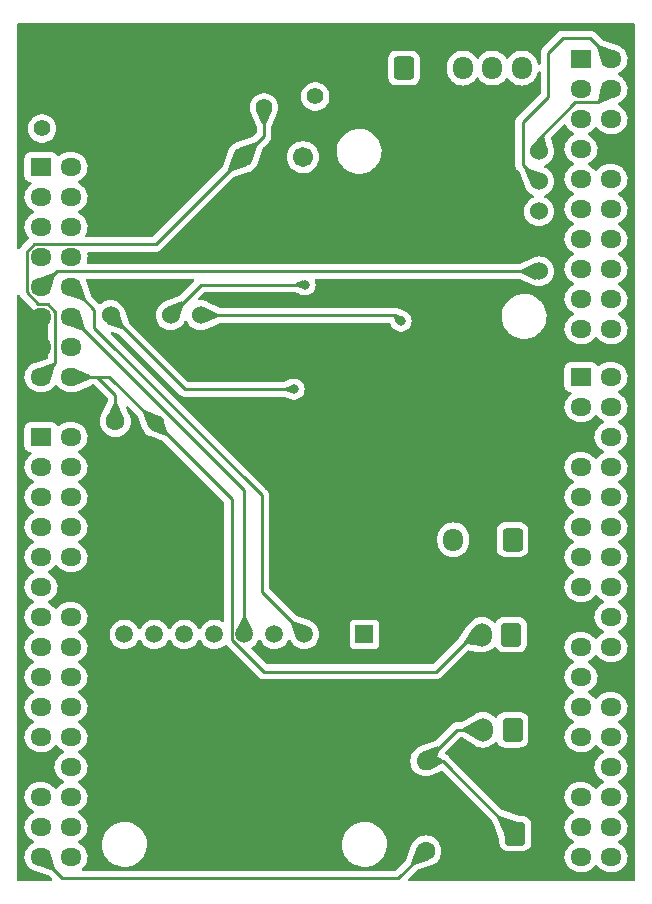
<source format=gbr>
%TF.GenerationSoftware,KiCad,Pcbnew,7.0.10*%
%TF.CreationDate,2024-02-15T22:38:07-05:00*%
%TF.ProjectId,CANRxPCB,43414e52-7850-4434-922e-6b696361645f,rev?*%
%TF.SameCoordinates,Original*%
%TF.FileFunction,Copper,L2,Bot*%
%TF.FilePolarity,Positive*%
%FSLAX46Y46*%
G04 Gerber Fmt 4.6, Leading zero omitted, Abs format (unit mm)*
G04 Created by KiCad (PCBNEW 7.0.10) date 2024-02-15 22:38:07*
%MOMM*%
%LPD*%
G01*
G04 APERTURE LIST*
G04 Aperture macros list*
%AMRoundRect*
0 Rectangle with rounded corners*
0 $1 Rounding radius*
0 $2 $3 $4 $5 $6 $7 $8 $9 X,Y pos of 4 corners*
0 Add a 4 corners polygon primitive as box body*
4,1,4,$2,$3,$4,$5,$6,$7,$8,$9,$2,$3,0*
0 Add four circle primitives for the rounded corners*
1,1,$1+$1,$2,$3*
1,1,$1+$1,$4,$5*
1,1,$1+$1,$6,$7*
1,1,$1+$1,$8,$9*
0 Add four rect primitives between the rounded corners*
20,1,$1+$1,$2,$3,$4,$5,0*
20,1,$1+$1,$4,$5,$6,$7,0*
20,1,$1+$1,$6,$7,$8,$9,0*
20,1,$1+$1,$8,$9,$2,$3,0*%
G04 Aperture macros list end*
%TA.AperFunction,ComponentPad*%
%ADD10C,1.400000*%
%TD*%
%TA.AperFunction,ComponentPad*%
%ADD11O,1.600000X1.600000*%
%TD*%
%TA.AperFunction,ComponentPad*%
%ADD12C,1.600000*%
%TD*%
%TA.AperFunction,ComponentPad*%
%ADD13C,1.524000*%
%TD*%
%TA.AperFunction,ComponentPad*%
%ADD14RoundRect,0.250000X0.600000X0.750000X-0.600000X0.750000X-0.600000X-0.750000X0.600000X-0.750000X0*%
%TD*%
%TA.AperFunction,ComponentPad*%
%ADD15O,1.700000X2.000000*%
%TD*%
%TA.AperFunction,ComponentPad*%
%ADD16R,1.800000X1.500000*%
%TD*%
%TA.AperFunction,ComponentPad*%
%ADD17O,1.800000X1.500000*%
%TD*%
%TA.AperFunction,ComponentPad*%
%ADD18RoundRect,0.250000X0.600000X0.725000X-0.600000X0.725000X-0.600000X-0.725000X0.600000X-0.725000X0*%
%TD*%
%TA.AperFunction,ComponentPad*%
%ADD19O,1.700000X1.950000*%
%TD*%
%TA.AperFunction,ComponentPad*%
%ADD20C,1.701800*%
%TD*%
%TA.AperFunction,ComponentPad*%
%ADD21RoundRect,0.250000X-0.600000X-0.725000X0.600000X-0.725000X0.600000X0.725000X-0.600000X0.725000X0*%
%TD*%
%TA.AperFunction,ComponentPad*%
%ADD22R,1.508000X1.508000*%
%TD*%
%TA.AperFunction,ComponentPad*%
%ADD23C,1.508000*%
%TD*%
%TA.AperFunction,ViaPad*%
%ADD24C,0.800000*%
%TD*%
%TA.AperFunction,Conductor*%
%ADD25C,0.250000*%
%TD*%
G04 APERTURE END LIST*
D10*
%TO.P,C3,1*%
%TO.N,+12VA*%
X150220000Y-57520000D03*
%TO.P,C3,2*%
%TO.N,GND*%
X152720000Y-57520000D03*
%TD*%
D11*
%TO.P,R1,2*%
%TO.N,Net-(J2-Pin_2)*%
X159580000Y-113780000D03*
D12*
%TO.P,R1,1*%
%TO.N,/PG0*%
X159580000Y-121400000D03*
%TD*%
D13*
%TO.P,U3,1,3V3*%
%TO.N,+3.3V*%
X132890000Y-76050000D03*
%TO.P,U3,2,GND*%
%TO.N,GND*%
X135430000Y-76050000D03*
%TO.P,U3,3,CANRx*%
%TO.N,/PD0*%
X137970000Y-76050000D03*
%TO.P,U3,4,CANTx*%
%TO.N,/PD1*%
X140510000Y-76050000D03*
%TD*%
D10*
%TO.P,C2,1*%
%TO.N,+3.3V*%
X127090000Y-60230000D03*
%TO.P,C2,2*%
%TO.N,GND*%
X129590000Y-60230000D03*
%TD*%
%TO.P,C4,1*%
%TO.N,+12V*%
X145880000Y-58460000D03*
%TO.P,C4,2*%
%TO.N,GND*%
X143380000Y-58460000D03*
%TD*%
D14*
%TO.P,J2,1,Pin_1*%
%TO.N,+3.3V*%
X166920000Y-111150000D03*
D15*
%TO.P,J2,2,Pin_2*%
%TO.N,Net-(J2-Pin_2)*%
X164420000Y-111150000D03*
%TD*%
D16*
%TO.P,CN3,1,1*%
%TO.N,/PC6*%
X172720000Y-54356000D03*
D17*
%TO.P,CN3,2,2*%
%TO.N,/PB8*%
X175260000Y-54356000D03*
%TO.P,CN3,3,3*%
%TO.N,/PB15*%
X172720000Y-56896000D03*
%TO.P,CN3,4,4*%
%TO.N,/PB9*%
X175260000Y-56896000D03*
%TO.P,CN3,5,5*%
%TO.N,/PB13*%
X172720000Y-59436000D03*
%TO.P,CN3,6,6*%
%TO.N,unconnected-(CN3-Pad6)*%
X175260000Y-59436000D03*
%TO.P,CN3,7,7*%
%TO.N,/PB12*%
X172720000Y-61976000D03*
%TO.P,CN3,8,8*%
%TO.N,GND*%
X175260000Y-61976000D03*
%TO.P,CN3,9,9*%
%TO.N,/PA15*%
X172720000Y-64516000D03*
%TO.P,CN3,10,10*%
%TO.N,/PA5*%
X175260000Y-64516000D03*
%TO.P,CN3,11,11*%
%TO.N,/PC7*%
X172720000Y-67056000D03*
%TO.P,CN3,12,12*%
%TO.N,/PA6*%
X175260000Y-67056000D03*
%TO.P,CN3,13,13*%
%TO.N,/PB5*%
X172720000Y-69596000D03*
%TO.P,CN3,14,14*%
%TO.N,unconnected-(CN3-Pad14)*%
X175260000Y-69596000D03*
%TO.P,CN3,15,15*%
%TO.N,/PB3*%
X172720000Y-72136000D03*
%TO.P,CN3,16,16*%
%TO.N,/PD14*%
X175260000Y-72136000D03*
%TO.P,CN3,17,17*%
%TO.N,/PA4*%
X172720000Y-74676000D03*
%TO.P,CN3,18,18*%
%TO.N,/PD15*%
X175260000Y-74676000D03*
%TO.P,CN3,19,19*%
%TO.N,/PB4*%
X172720000Y-77216000D03*
%TO.P,CN3,20,20*%
%TO.N,/PF12*%
X175260000Y-77216000D03*
%TD*%
D14*
%TO.P,J3,1,Pin_1*%
%TO.N,Net-(J2-Pin_2)*%
X167160000Y-119935000D03*
D15*
%TO.P,J3,2,Pin_2*%
%TO.N,GND*%
X164660000Y-119935000D03*
%TD*%
D10*
%TO.P,C1,1*%
%TO.N,/PG3*%
X136702800Y-85191600D03*
%TO.P,C1,2*%
%TO.N,GND*%
X136702800Y-87691600D03*
%TD*%
D16*
%TO.P,CN2,1,1*%
%TO.N,/PA3*%
X127000000Y-86360000D03*
D17*
%TO.P,CN2,2,2*%
%TO.N,/PD7*%
X129540000Y-86360000D03*
%TO.P,CN2,3,3*%
%TO.N,/PC0*%
X127000000Y-88900000D03*
%TO.P,CN2,4,4*%
%TO.N,/PD6*%
X129540000Y-88900000D03*
%TO.P,CN2,5,5*%
%TO.N,/PC3*%
X127000000Y-91440000D03*
%TO.P,CN2,6,6*%
%TO.N,/PD5*%
X129540000Y-91440000D03*
%TO.P,CN2,7,7*%
%TO.N,/PF3*%
X127000000Y-93980000D03*
%TO.P,CN2,8,8*%
%TO.N,/PD4*%
X129540000Y-93980000D03*
%TO.P,CN2,9,9*%
%TO.N,/PF5*%
X127000000Y-96520000D03*
%TO.P,CN2,10,10*%
%TO.N,/PD3*%
X129540000Y-96520000D03*
%TO.P,CN2,11,11*%
%TO.N,/PF10*%
X127000000Y-99060000D03*
%TO.P,CN2,12,12*%
%TO.N,GND*%
X129540000Y-99060000D03*
%TO.P,CN2,13,13*%
%TO.N,unconnected-(CN2-Pad13)*%
X127000000Y-101600000D03*
%TO.P,CN2,14,14*%
%TO.N,unconnected-(CN2-Pad14)*%
X129540000Y-101600000D03*
%TO.P,CN2,15,15*%
%TO.N,unconnected-(CN2-Pad15)*%
X127000000Y-104140000D03*
%TO.P,CN2,16,16*%
%TO.N,/PE4*%
X129540000Y-104140000D03*
%TO.P,CN2,17,17*%
%TO.N,/PF2*%
X127000000Y-106680000D03*
%TO.P,CN2,18,18*%
%TO.N,/PE5*%
X129540000Y-106680000D03*
%TO.P,CN2,19,19*%
%TO.N,/PF1*%
X127000000Y-109220000D03*
%TO.P,CN2,20,20*%
%TO.N,/PE6*%
X129540000Y-109220000D03*
%TO.P,CN2,21,21*%
%TO.N,/PF0*%
X127000000Y-111760000D03*
%TO.P,CN2,22,22*%
%TO.N,/PE3*%
X129540000Y-111760000D03*
%TO.P,CN2,23,23*%
%TO.N,GND*%
X127000000Y-114300000D03*
%TO.P,CN2,24,24*%
%TO.N,/PF8*%
X129540000Y-114300000D03*
%TO.P,CN2,25,25*%
%TO.N,/PD0*%
X127000000Y-116840000D03*
%TO.P,CN2,26,26*%
%TO.N,/PF7*%
X129540000Y-116840000D03*
%TO.P,CN2,27,27*%
%TO.N,/PD1*%
X127000000Y-119380000D03*
%TO.P,CN2,28,28*%
%TO.N,/PF9*%
X129540000Y-119380000D03*
%TO.P,CN2,29,29*%
%TO.N,/PG0*%
X127000000Y-121920000D03*
%TO.P,CN2,30,30*%
%TO.N,/PG1*%
X129540000Y-121920000D03*
%TD*%
D18*
%TO.P,J5,1,Pin_1*%
%TO.N,+3.3V*%
X166920000Y-95060000D03*
D19*
%TO.P,J5,2,Pin_2*%
%TO.N,GND*%
X164420000Y-95060000D03*
%TO.P,J5,3,Pin_3*%
%TO.N,/PG1*%
X161920000Y-95060000D03*
%TD*%
D13*
%TO.P,U6,1,5V*%
%TO.N,+5VD*%
X169164000Y-72339200D03*
%TO.P,U6,2,GND*%
%TO.N,GND*%
X169164000Y-69799200D03*
%TO.P,U6,3,SQW*%
%TO.N,unconnected-(U6-SQW-Pad3)*%
X169164000Y-67259200D03*
%TO.P,U6,4,SCL*%
%TO.N,/PB8*%
X169164000Y-64719200D03*
%TO.P,U6,5,SCA*%
%TO.N,/PB9*%
X169164000Y-62179200D03*
%TD*%
D20*
%TO.P,U1,1,OUTPUT*%
%TO.N,+12V*%
X144110000Y-62660000D03*
%TO.P,U1,2,GND*%
%TO.N,GND*%
X146650000Y-62660000D03*
%TO.P,U1,3,INPUT*%
%TO.N,+12VA*%
X149190000Y-62660000D03*
%TD*%
D21*
%TO.P,J1,1,Pin_1*%
%TO.N,+12VA*%
X157720000Y-55120000D03*
D19*
%TO.P,J1,2,Pin_2*%
%TO.N,GND*%
X160220000Y-55120000D03*
%TO.P,J1,3,Pin_3*%
%TO.N,/CANH*%
X162720000Y-55120000D03*
%TO.P,J1,4,Pin_4*%
%TO.N,/CANL*%
X165220000Y-55120000D03*
%TO.P,J1,5,Pin_5*%
%TO.N,/PG0*%
X167720000Y-55120000D03*
%TD*%
D12*
%TO.P,R2,1*%
%TO.N,/PG3*%
X133299200Y-85039200D03*
D11*
%TO.P,R2,2*%
%TO.N,GND*%
X133299200Y-92659200D03*
%TD*%
D14*
%TO.P,J4,1,Pin_1*%
%TO.N,+3.3V*%
X166820000Y-103090000D03*
D15*
%TO.P,J4,2,Pin_2*%
%TO.N,/PG3*%
X164320000Y-103090000D03*
%TD*%
D16*
%TO.P,CN1,1,1*%
%TO.N,unconnected-(CN1-Pad1)*%
X127000000Y-63500000D03*
D17*
%TO.P,CN1,2,2*%
%TO.N,/PC8*%
X129540000Y-63500000D03*
%TO.P,CN1,3,3*%
%TO.N,/IOREF*%
X127000000Y-66040000D03*
%TO.P,CN1,4,4*%
%TO.N,/PC9*%
X129540000Y-66040000D03*
%TO.P,CN1,5,5*%
%TO.N,/NRST*%
X127000000Y-68580000D03*
%TO.P,CN1,6,6*%
%TO.N,/PC10*%
X129540000Y-68580000D03*
%TO.P,CN1,7,7*%
%TO.N,+3.3V*%
X127000000Y-71120000D03*
%TO.P,CN1,8,8*%
%TO.N,/PC11*%
X129540000Y-71120000D03*
%TO.P,CN1,9,9*%
%TO.N,+5VD*%
X127000000Y-73660000D03*
%TO.P,CN1,10,10*%
%TO.N,/PC12*%
X129540000Y-73660000D03*
%TO.P,CN1,11,11*%
%TO.N,GND*%
X127000000Y-76200000D03*
%TO.P,CN1,12,12*%
%TO.N,/PD2*%
X129540000Y-76200000D03*
%TO.P,CN1,13,13*%
%TO.N,GND*%
X127000000Y-78740000D03*
%TO.P,CN1,14,14*%
%TO.N,/PG2*%
X129540000Y-78740000D03*
%TO.P,CN1,15,15*%
%TO.N,+12V*%
X127000000Y-81280000D03*
%TO.P,CN1,16,16*%
%TO.N,/PG3*%
X129540000Y-81280000D03*
%TD*%
D16*
%TO.P,CN4,1,1*%
%TO.N,unconnected-(CN4-Pad1)*%
X172720000Y-81280000D03*
D17*
%TO.P,CN4,2,2*%
%TO.N,/PF13*%
X175260000Y-81280000D03*
%TO.P,CN4,3,3*%
%TO.N,GNDA*%
X172720000Y-83820000D03*
%TO.P,CN4,4,4*%
%TO.N,/PE9*%
X175260000Y-83820000D03*
%TO.P,CN4,5,5*%
%TO.N,GND*%
X172720000Y-86360000D03*
%TO.P,CN4,6,6*%
%TO.N,/PE11*%
X175260000Y-86360000D03*
%TO.P,CN4,7,7*%
%TO.N,/PB1*%
X172720000Y-88900000D03*
%TO.P,CN4,8,8*%
%TO.N,/PF14*%
X175260000Y-88900000D03*
%TO.P,CN4,9,9*%
%TO.N,/PC2*%
X172720000Y-91440000D03*
%TO.P,CN4,10,10*%
%TO.N,/PE13*%
X175260000Y-91440000D03*
%TO.P,CN4,11,11*%
%TO.N,/PF4*%
X172720000Y-93980000D03*
%TO.P,CN4,12,12*%
%TO.N,/PF15*%
X175260000Y-93980000D03*
%TO.P,CN4,13,13*%
%TO.N,/PB6*%
X172720000Y-96520000D03*
%TO.P,CN4,14,14*%
%TO.N,/PG14*%
X175260000Y-96520000D03*
%TO.P,CN4,15,15*%
%TO.N,/PB2*%
X172720000Y-99060000D03*
%TO.P,CN4,16,16*%
%TO.N,/PG9*%
X175260000Y-99060000D03*
%TO.P,CN4,17,17*%
%TO.N,GND*%
X172720000Y-101600000D03*
%TO.P,CN4,18,18*%
%TO.N,/PE8*%
X175260000Y-101600000D03*
%TO.P,CN4,19,19*%
%TO.N,/PD13*%
X172720000Y-104140000D03*
%TO.P,CN4,20,20*%
%TO.N,/PE7*%
X175260000Y-104140000D03*
%TO.P,CN4,21,21*%
%TO.N,/PD12*%
X172720000Y-106680000D03*
%TO.P,CN4,22,22*%
%TO.N,GND*%
X175260000Y-106680000D03*
%TO.P,CN4,23,23*%
%TO.N,/PD11*%
X172720000Y-109220000D03*
%TO.P,CN4,24,24*%
%TO.N,/PE10*%
X175260000Y-109220000D03*
%TO.P,CN4,25,25*%
%TO.N,unconnected-(CN4-Pad25)*%
X172720000Y-111760000D03*
%TO.P,CN4,26,26*%
%TO.N,/PE12*%
X175260000Y-111760000D03*
%TO.P,CN4,27,27*%
%TO.N,GND*%
X172720000Y-114300000D03*
%TO.P,CN4,28,28*%
%TO.N,/PE14*%
X175260000Y-114300000D03*
%TO.P,CN4,29,29*%
%TO.N,/PA0*%
X172720000Y-116840000D03*
%TO.P,CN4,30,30*%
%TO.N,/PE15*%
X175260000Y-116840000D03*
%TO.P,CN4,31,31*%
%TO.N,/PB0*%
X172720000Y-119380000D03*
%TO.P,CN4,32,32*%
%TO.N,/PB10*%
X175260000Y-119380000D03*
%TO.P,CN4,33,33*%
%TO.N,/PE0*%
X172720000Y-121920000D03*
%TO.P,CN4,34,34*%
%TO.N,/PB11*%
X175260000Y-121920000D03*
%TD*%
D22*
%TO.P,U5,1,3V*%
%TO.N,+3.3V*%
X154381200Y-103073200D03*
D23*
%TO.P,U5,2,GND*%
%TO.N,GND*%
X151841200Y-103073200D03*
%TO.P,U5,3,CLK*%
%TO.N,/PC12*%
X149301200Y-103073200D03*
%TO.P,U5,4,D0/SO*%
%TO.N,/PC8*%
X146761200Y-103073200D03*
%TO.P,U5,5,CMD/SI*%
%TO.N,/PD2*%
X144221200Y-103073200D03*
%TO.P,U5,6,D3/CS*%
%TO.N,/PC11*%
X141681200Y-103073200D03*
%TO.P,U5,7,DAT1*%
%TO.N,/PC9*%
X139141200Y-103073200D03*
%TO.P,U5,8,DAT2*%
%TO.N,/PC10*%
X136601200Y-103073200D03*
%TO.P,U5,9,DET*%
%TO.N,/PG2*%
X134061200Y-103073200D03*
%TD*%
D24*
%TO.N,GND*%
X148380000Y-54240000D03*
X138440000Y-65430000D03*
%TO.N,+3.3V*%
X148420000Y-82310000D03*
%TO.N,/PD0*%
X149350000Y-73470000D03*
%TO.N,/PD1*%
X157470000Y-76530000D03*
%TD*%
D25*
%TO.N,Net-(J2-Pin_2)*%
X167160000Y-119935000D02*
X161005000Y-113780000D01*
X161005000Y-113780000D02*
X159580000Y-113780000D01*
X164420000Y-111150000D02*
X162210000Y-111150000D01*
X162210000Y-111150000D02*
X159580000Y-113780000D01*
%TO.N,/PG3*%
X136702800Y-85191600D02*
X143142200Y-91631000D01*
X143142200Y-91631000D02*
X143142200Y-103520137D01*
X143142200Y-103520137D02*
X145852063Y-106230000D01*
X145852063Y-106230000D02*
X160440000Y-106230000D01*
X160440000Y-106230000D02*
X163580000Y-103090000D01*
X163580000Y-103090000D02*
X164320000Y-103090000D01*
%TO.N,/PG0*%
X127000000Y-121920000D02*
X128800000Y-123720000D01*
X128800000Y-123720000D02*
X157260000Y-123720000D01*
X157260000Y-123720000D02*
X159580000Y-121400000D01*
%TO.N,+12V*%
X125775000Y-72140000D02*
X125775000Y-74105280D01*
X125775000Y-70674720D02*
X125775000Y-72140000D01*
X144110000Y-62660000D02*
X136725000Y-70045000D01*
X136725000Y-70045000D02*
X126404720Y-70045000D01*
X126404720Y-70045000D02*
X125775000Y-70674720D01*
X145880000Y-58460000D02*
X145880000Y-60890000D01*
X145880000Y-60890000D02*
X144110000Y-62660000D01*
%TO.N,+3.3V*%
X148590000Y-82310000D02*
X148420000Y-82310000D01*
X132890000Y-76050000D02*
X139150000Y-82310000D01*
X139150000Y-82310000D02*
X148420000Y-82310000D01*
%TO.N,+12V*%
X125775000Y-74105280D02*
X126779720Y-75110000D01*
X128225000Y-75754720D02*
X128225000Y-80055000D01*
X128225000Y-80055000D02*
X127000000Y-81280000D01*
X126779720Y-75110000D02*
X127580280Y-75110000D01*
X127580280Y-75110000D02*
X128225000Y-75754720D01*
%TO.N,/PG3*%
X131775200Y-81280000D02*
X133299200Y-82804000D01*
X132791200Y-81280000D02*
X136702800Y-85191600D01*
X133299200Y-82804000D02*
X133299200Y-85039200D01*
X129540000Y-81280000D02*
X131775200Y-81280000D01*
X131775200Y-81280000D02*
X132791200Y-81280000D01*
%TO.N,+5VD*%
X127000000Y-73660000D02*
X128320800Y-72339200D01*
X128320800Y-72339200D02*
X169164000Y-72339200D01*
%TO.N,/PC12*%
X131520000Y-77130250D02*
X145669750Y-91280000D01*
X145669750Y-99441750D02*
X149301200Y-103073200D01*
X129610000Y-73660000D02*
X131520000Y-75570000D01*
X129540000Y-73660000D02*
X129610000Y-73660000D01*
X131520000Y-75570000D02*
X131520000Y-77130250D01*
X145669750Y-91280000D02*
X145669750Y-99441750D01*
%TO.N,/PD2*%
X129540000Y-76200000D02*
X144221200Y-90881200D01*
X144221200Y-90881200D02*
X144221200Y-103073200D01*
%TO.N,/PB8*%
X171196000Y-52578000D02*
X173482000Y-52578000D01*
X173482000Y-52578000D02*
X175260000Y-54356000D01*
X169164000Y-64719200D02*
X167771600Y-63326800D01*
X169926000Y-53848000D02*
X171196000Y-52578000D01*
X169926000Y-57556400D02*
X169926000Y-53848000D01*
X167771600Y-59710800D02*
X169926000Y-57556400D01*
X167771600Y-63326800D02*
X167771600Y-59710800D01*
%TO.N,/PB9*%
X169164000Y-61101570D02*
X172251970Y-58013600D01*
X174142400Y-58013600D02*
X175260000Y-56896000D01*
X172251970Y-58013600D02*
X174142400Y-58013600D01*
X169164000Y-62179200D02*
X169164000Y-61101570D01*
%TO.N,/PD0*%
X137970000Y-76050000D02*
X140550000Y-73470000D01*
X140550000Y-73470000D02*
X149350000Y-73470000D01*
%TO.N,/PD1*%
X140510000Y-76050000D02*
X156990000Y-76050000D01*
X156990000Y-76050000D02*
X157470000Y-76530000D01*
%TD*%
%TA.AperFunction,Conductor*%
%TO.N,GND*%
G36*
X177235039Y-51327685D02*
G01*
X177280794Y-51380489D01*
X177292000Y-51432000D01*
X177292000Y-123828000D01*
X177272315Y-123895039D01*
X177219511Y-123940794D01*
X177168000Y-123952000D01*
X158211951Y-123952000D01*
X158144912Y-123932315D01*
X158099157Y-123879511D01*
X158089213Y-123810353D01*
X158118238Y-123746797D01*
X158124270Y-123740319D01*
X158783204Y-123081385D01*
X158829266Y-123052261D01*
X160010323Y-122631485D01*
X160019817Y-122628528D01*
X160026496Y-122626739D01*
X160030422Y-122624907D01*
X160041228Y-122620475D01*
X160044217Y-122619411D01*
X160055326Y-122615306D01*
X160055864Y-122615100D01*
X160116876Y-122586957D01*
X160116886Y-122586949D01*
X160122457Y-122583635D01*
X160122568Y-122583822D01*
X160136866Y-122575272D01*
X160232734Y-122530568D01*
X160419139Y-122400047D01*
X160580047Y-122239139D01*
X160710568Y-122052734D01*
X160746196Y-121976330D01*
X171315710Y-121976330D01*
X171345925Y-122199387D01*
X171345926Y-122199390D01*
X171415483Y-122413465D01*
X171522146Y-122611678D01*
X171522148Y-122611681D01*
X171662489Y-122787663D01*
X171662491Y-122787664D01*
X171662492Y-122787666D01*
X171832004Y-122935765D01*
X172025236Y-123051215D01*
X172235971Y-123130305D01*
X172235976Y-123130307D01*
X172457450Y-123170500D01*
X172457453Y-123170500D01*
X172926148Y-123170500D01*
X172926155Y-123170500D01*
X173094188Y-123155377D01*
X173094192Y-123155376D01*
X173311160Y-123095496D01*
X173311162Y-123095495D01*
X173311170Y-123095493D01*
X173513973Y-122997829D01*
X173696078Y-122865522D01*
X173851632Y-122702825D01*
X173885864Y-122650964D01*
X173939221Y-122605861D01*
X174008496Y-122596763D01*
X174071692Y-122626562D01*
X174086297Y-122641963D01*
X174202489Y-122787663D01*
X174202491Y-122787664D01*
X174202492Y-122787666D01*
X174372004Y-122935765D01*
X174565236Y-123051215D01*
X174775971Y-123130305D01*
X174775976Y-123130307D01*
X174997450Y-123170500D01*
X174997453Y-123170500D01*
X175466148Y-123170500D01*
X175466155Y-123170500D01*
X175634188Y-123155377D01*
X175634192Y-123155376D01*
X175851160Y-123095496D01*
X175851162Y-123095495D01*
X175851170Y-123095493D01*
X176053973Y-122997829D01*
X176236078Y-122865522D01*
X176391632Y-122702825D01*
X176515635Y-122514968D01*
X176604103Y-122307988D01*
X176654191Y-122088537D01*
X176664290Y-121863670D01*
X176634075Y-121640613D01*
X176564517Y-121426536D01*
X176457852Y-121228319D01*
X176324992Y-121061718D01*
X176317510Y-121052336D01*
X176262570Y-121004336D01*
X176147996Y-120904235D01*
X175954767Y-120788787D01*
X175954768Y-120788787D01*
X175954766Y-120788786D01*
X175954764Y-120788785D01*
X175895896Y-120766691D01*
X175840050Y-120724706D01*
X175815767Y-120659191D01*
X175830759Y-120590949D01*
X175880265Y-120541645D01*
X175885610Y-120538907D01*
X176053973Y-120457829D01*
X176236078Y-120325522D01*
X176391632Y-120162825D01*
X176515635Y-119974968D01*
X176604103Y-119767988D01*
X176654191Y-119548537D01*
X176664290Y-119323670D01*
X176634075Y-119100613D01*
X176564517Y-118886536D01*
X176553287Y-118865668D01*
X176457853Y-118688321D01*
X176457851Y-118688318D01*
X176445981Y-118673434D01*
X176381270Y-118592289D01*
X176317510Y-118512336D01*
X176317508Y-118512334D01*
X176147996Y-118364235D01*
X175954767Y-118248787D01*
X175954768Y-118248787D01*
X175954766Y-118248786D01*
X175954764Y-118248785D01*
X175895896Y-118226691D01*
X175840050Y-118184706D01*
X175815767Y-118119191D01*
X175830759Y-118050949D01*
X175880265Y-118001645D01*
X175885610Y-117998907D01*
X176053973Y-117917829D01*
X176236078Y-117785522D01*
X176391632Y-117622825D01*
X176515635Y-117434968D01*
X176604103Y-117227988D01*
X176654191Y-117008537D01*
X176664290Y-116783670D01*
X176634075Y-116560613D01*
X176564517Y-116346536D01*
X176457852Y-116148319D01*
X176385167Y-116057175D01*
X176317510Y-115972336D01*
X176317508Y-115972334D01*
X176147996Y-115824235D01*
X175954767Y-115708787D01*
X175954768Y-115708787D01*
X175954766Y-115708786D01*
X175954764Y-115708785D01*
X175895896Y-115686691D01*
X175840050Y-115644706D01*
X175815767Y-115579191D01*
X175830759Y-115510949D01*
X175880265Y-115461645D01*
X175885610Y-115458907D01*
X176053973Y-115377829D01*
X176236078Y-115245522D01*
X176391632Y-115082825D01*
X176515635Y-114894968D01*
X176604103Y-114687988D01*
X176654191Y-114468537D01*
X176664290Y-114243670D01*
X176634075Y-114020613D01*
X176564517Y-113806536D01*
X176457852Y-113608319D01*
X176317508Y-113432334D01*
X176147996Y-113284235D01*
X175954767Y-113168787D01*
X175954768Y-113168787D01*
X175954766Y-113168786D01*
X175954764Y-113168785D01*
X175895896Y-113146691D01*
X175840050Y-113104706D01*
X175815767Y-113039191D01*
X175830759Y-112970949D01*
X175880265Y-112921645D01*
X175885610Y-112918907D01*
X176053973Y-112837829D01*
X176236078Y-112705522D01*
X176391632Y-112542825D01*
X176515635Y-112354968D01*
X176604103Y-112147988D01*
X176654191Y-111928537D01*
X176664290Y-111703670D01*
X176634075Y-111480613D01*
X176564517Y-111266536D01*
X176457852Y-111068319D01*
X176385167Y-110977175D01*
X176317510Y-110892336D01*
X176317508Y-110892334D01*
X176147996Y-110744235D01*
X175954767Y-110628787D01*
X175954768Y-110628787D01*
X175954766Y-110628786D01*
X175954764Y-110628785D01*
X175895896Y-110606691D01*
X175840050Y-110564706D01*
X175815767Y-110499191D01*
X175830759Y-110430949D01*
X175880265Y-110381645D01*
X175885610Y-110378907D01*
X176053973Y-110297829D01*
X176236078Y-110165522D01*
X176391632Y-110002825D01*
X176515635Y-109814968D01*
X176604103Y-109607988D01*
X176654191Y-109388537D01*
X176664290Y-109163670D01*
X176634075Y-108940613D01*
X176564517Y-108726536D01*
X176457852Y-108528319D01*
X176385167Y-108437175D01*
X176317510Y-108352336D01*
X176317508Y-108352334D01*
X176147996Y-108204235D01*
X175954764Y-108088785D01*
X175836775Y-108044503D01*
X175744023Y-108009692D01*
X175522550Y-107969500D01*
X175522547Y-107969500D01*
X175053845Y-107969500D01*
X175015399Y-107972960D01*
X174885813Y-107984622D01*
X174885807Y-107984623D01*
X174668839Y-108044503D01*
X174668826Y-108044508D01*
X174466033Y-108142167D01*
X174466025Y-108142171D01*
X174283927Y-108274473D01*
X174283925Y-108274474D01*
X174128367Y-108437175D01*
X174094134Y-108489036D01*
X174040774Y-108534140D01*
X173971498Y-108543235D01*
X173908303Y-108513434D01*
X173893701Y-108498035D01*
X173777512Y-108352338D01*
X173777509Y-108352335D01*
X173777508Y-108352334D01*
X173607996Y-108204235D01*
X173414767Y-108088787D01*
X173414768Y-108088787D01*
X173414766Y-108088786D01*
X173414764Y-108088785D01*
X173355896Y-108066691D01*
X173300050Y-108024706D01*
X173275767Y-107959191D01*
X173290759Y-107890949D01*
X173340265Y-107841645D01*
X173345610Y-107838907D01*
X173513973Y-107757829D01*
X173696078Y-107625522D01*
X173851632Y-107462825D01*
X173975635Y-107274968D01*
X174064103Y-107067988D01*
X174114191Y-106848537D01*
X174124290Y-106623670D01*
X174094075Y-106400613D01*
X174024517Y-106186536D01*
X173917852Y-105988319D01*
X173845167Y-105897175D01*
X173777510Y-105812336D01*
X173777508Y-105812334D01*
X173607996Y-105664235D01*
X173414767Y-105548787D01*
X173414768Y-105548787D01*
X173414766Y-105548786D01*
X173414764Y-105548785D01*
X173355896Y-105526691D01*
X173300050Y-105484706D01*
X173275767Y-105419191D01*
X173290759Y-105350949D01*
X173340265Y-105301645D01*
X173345610Y-105298907D01*
X173513973Y-105217829D01*
X173696078Y-105085522D01*
X173851632Y-104922825D01*
X173885864Y-104870964D01*
X173939221Y-104825861D01*
X174008496Y-104816763D01*
X174071692Y-104846562D01*
X174086297Y-104861963D01*
X174202489Y-105007663D01*
X174202491Y-105007664D01*
X174202492Y-105007666D01*
X174372004Y-105155765D01*
X174565236Y-105271215D01*
X174735969Y-105335292D01*
X174775976Y-105350307D01*
X174997450Y-105390500D01*
X174997453Y-105390500D01*
X175466148Y-105390500D01*
X175466155Y-105390500D01*
X175634188Y-105375377D01*
X175722700Y-105350949D01*
X175851160Y-105315496D01*
X175851162Y-105315495D01*
X175851170Y-105315493D01*
X176053973Y-105217829D01*
X176236078Y-105085522D01*
X176391632Y-104922825D01*
X176515635Y-104734968D01*
X176583983Y-104575062D01*
X176604100Y-104527995D01*
X176604099Y-104527995D01*
X176604103Y-104527988D01*
X176654191Y-104308537D01*
X176664290Y-104083670D01*
X176634075Y-103860613D01*
X176564517Y-103646536D01*
X176457852Y-103448319D01*
X176385167Y-103357175D01*
X176317510Y-103272336D01*
X176317508Y-103272334D01*
X176147996Y-103124235D01*
X175954767Y-103008787D01*
X175954768Y-103008787D01*
X175954766Y-103008786D01*
X175954764Y-103008785D01*
X175895896Y-102986691D01*
X175840050Y-102944706D01*
X175815767Y-102879191D01*
X175830759Y-102810949D01*
X175880265Y-102761645D01*
X175885610Y-102758907D01*
X176053973Y-102677829D01*
X176236078Y-102545522D01*
X176391632Y-102382825D01*
X176515635Y-102194968D01*
X176604103Y-101987988D01*
X176654191Y-101768537D01*
X176664290Y-101543670D01*
X176634075Y-101320613D01*
X176564517Y-101106536D01*
X176457852Y-100908319D01*
X176385167Y-100817175D01*
X176317510Y-100732336D01*
X176317508Y-100732334D01*
X176147996Y-100584235D01*
X175954767Y-100468787D01*
X175954768Y-100468787D01*
X175954766Y-100468786D01*
X175954764Y-100468785D01*
X175895896Y-100446691D01*
X175840050Y-100404706D01*
X175815767Y-100339191D01*
X175830759Y-100270949D01*
X175880265Y-100221645D01*
X175885610Y-100218907D01*
X176053973Y-100137829D01*
X176236078Y-100005522D01*
X176391632Y-99842825D01*
X176515635Y-99654968D01*
X176604103Y-99447988D01*
X176654191Y-99228537D01*
X176664290Y-99003670D01*
X176634075Y-98780613D01*
X176564517Y-98566536D01*
X176457852Y-98368319D01*
X176385167Y-98277175D01*
X176317510Y-98192336D01*
X176317508Y-98192334D01*
X176147996Y-98044235D01*
X175954767Y-97928787D01*
X175954768Y-97928787D01*
X175954766Y-97928786D01*
X175954764Y-97928785D01*
X175895896Y-97906691D01*
X175840050Y-97864706D01*
X175815767Y-97799191D01*
X175830759Y-97730949D01*
X175880265Y-97681645D01*
X175885610Y-97678907D01*
X176053973Y-97597829D01*
X176236078Y-97465522D01*
X176391632Y-97302825D01*
X176515635Y-97114968D01*
X176604103Y-96907988D01*
X176654191Y-96688537D01*
X176664290Y-96463670D01*
X176634075Y-96240613D01*
X176564517Y-96026536D01*
X176457852Y-95828319D01*
X176385167Y-95737175D01*
X176317510Y-95652336D01*
X176313297Y-95648655D01*
X176147996Y-95504235D01*
X175954767Y-95388787D01*
X175954768Y-95388787D01*
X175954766Y-95388786D01*
X175954764Y-95388785D01*
X175895896Y-95366691D01*
X175840050Y-95324706D01*
X175815767Y-95259191D01*
X175830759Y-95190949D01*
X175880265Y-95141645D01*
X175885610Y-95138907D01*
X176053973Y-95057829D01*
X176236078Y-94925522D01*
X176391632Y-94762825D01*
X176515635Y-94574968D01*
X176604103Y-94367988D01*
X176654191Y-94148537D01*
X176664290Y-93923670D01*
X176634075Y-93700613D01*
X176564517Y-93486536D01*
X176457852Y-93288319D01*
X176385167Y-93197175D01*
X176317510Y-93112336D01*
X176317508Y-93112334D01*
X176147996Y-92964235D01*
X175954767Y-92848787D01*
X175954768Y-92848787D01*
X175954766Y-92848786D01*
X175954764Y-92848785D01*
X175895896Y-92826691D01*
X175840050Y-92784706D01*
X175815767Y-92719191D01*
X175830759Y-92650949D01*
X175880265Y-92601645D01*
X175885610Y-92598907D01*
X176053973Y-92517829D01*
X176236078Y-92385522D01*
X176391632Y-92222825D01*
X176515635Y-92034968D01*
X176604103Y-91827988D01*
X176654191Y-91608537D01*
X176664290Y-91383670D01*
X176634075Y-91160613D01*
X176564517Y-90946536D01*
X176561502Y-90940934D01*
X176457853Y-90748321D01*
X176457851Y-90748318D01*
X176445981Y-90733434D01*
X176385167Y-90657175D01*
X176317510Y-90572336D01*
X176317508Y-90572334D01*
X176147996Y-90424235D01*
X175954767Y-90308787D01*
X175954768Y-90308787D01*
X175954766Y-90308786D01*
X175954764Y-90308785D01*
X175895896Y-90286691D01*
X175840050Y-90244706D01*
X175815767Y-90179191D01*
X175830759Y-90110949D01*
X175880265Y-90061645D01*
X175885610Y-90058907D01*
X176053973Y-89977829D01*
X176236078Y-89845522D01*
X176391632Y-89682825D01*
X176515635Y-89494968D01*
X176604103Y-89287988D01*
X176654191Y-89068537D01*
X176664290Y-88843670D01*
X176634075Y-88620613D01*
X176564517Y-88406536D01*
X176457852Y-88208319D01*
X176385167Y-88117175D01*
X176317510Y-88032336D01*
X176317508Y-88032334D01*
X176147996Y-87884235D01*
X175954767Y-87768787D01*
X175954768Y-87768787D01*
X175954766Y-87768786D01*
X175954764Y-87768785D01*
X175895896Y-87746691D01*
X175840050Y-87704706D01*
X175815767Y-87639191D01*
X175830759Y-87570949D01*
X175880265Y-87521645D01*
X175885610Y-87518907D01*
X176053973Y-87437829D01*
X176236078Y-87305522D01*
X176391632Y-87142825D01*
X176515635Y-86954968D01*
X176604103Y-86747988D01*
X176654191Y-86528537D01*
X176664290Y-86303670D01*
X176634075Y-86080613D01*
X176564517Y-85866536D01*
X176457852Y-85668319D01*
X176411070Y-85609657D01*
X176317510Y-85492336D01*
X176279187Y-85458854D01*
X176147996Y-85344235D01*
X175954767Y-85228787D01*
X175954768Y-85228787D01*
X175954766Y-85228786D01*
X175954764Y-85228785D01*
X175895896Y-85206691D01*
X175840050Y-85164706D01*
X175815767Y-85099191D01*
X175830759Y-85030949D01*
X175880265Y-84981645D01*
X175885610Y-84978907D01*
X176053973Y-84897829D01*
X176236078Y-84765522D01*
X176391632Y-84602825D01*
X176515635Y-84414968D01*
X176604103Y-84207988D01*
X176654191Y-83988537D01*
X176664290Y-83763670D01*
X176634075Y-83540613D01*
X176564517Y-83326536D01*
X176457852Y-83128319D01*
X176341874Y-82982888D01*
X176317510Y-82952336D01*
X176307409Y-82943511D01*
X176147996Y-82804235D01*
X175954767Y-82688787D01*
X175954768Y-82688787D01*
X175954766Y-82688786D01*
X175954764Y-82688785D01*
X175895896Y-82666691D01*
X175840050Y-82624706D01*
X175815767Y-82559191D01*
X175830759Y-82490949D01*
X175880265Y-82441645D01*
X175885610Y-82438907D01*
X176053973Y-82357829D01*
X176236078Y-82225522D01*
X176391632Y-82062825D01*
X176515635Y-81874968D01*
X176604103Y-81667988D01*
X176654191Y-81448537D01*
X176664290Y-81223670D01*
X176634075Y-81000613D01*
X176564517Y-80786536D01*
X176457852Y-80588319D01*
X176411070Y-80529657D01*
X176317510Y-80412336D01*
X176279187Y-80378854D01*
X176147996Y-80264235D01*
X175954764Y-80148785D01*
X175836037Y-80104226D01*
X175744023Y-80069692D01*
X175522550Y-80029500D01*
X175522547Y-80029500D01*
X175053845Y-80029500D01*
X175015399Y-80032960D01*
X174885813Y-80044622D01*
X174885807Y-80044623D01*
X174668839Y-80104503D01*
X174668826Y-80104508D01*
X174466033Y-80202167D01*
X174466025Y-80202171D01*
X174283927Y-80334473D01*
X174283917Y-80334481D01*
X174274814Y-80344003D01*
X174214257Y-80378854D01*
X174144471Y-80375433D01*
X174087613Y-80334825D01*
X174069008Y-80301642D01*
X174063797Y-80287671D01*
X174063793Y-80287664D01*
X173977547Y-80172455D01*
X173977544Y-80172452D01*
X173862335Y-80086206D01*
X173862328Y-80086202D01*
X173727482Y-80035908D01*
X173727483Y-80035908D01*
X173667883Y-80029501D01*
X173667881Y-80029500D01*
X173667873Y-80029500D01*
X173667864Y-80029500D01*
X171772129Y-80029500D01*
X171772123Y-80029501D01*
X171712516Y-80035908D01*
X171577671Y-80086202D01*
X171577664Y-80086206D01*
X171462455Y-80172452D01*
X171462452Y-80172455D01*
X171376206Y-80287664D01*
X171376202Y-80287671D01*
X171325908Y-80422517D01*
X171319501Y-80482116D01*
X171319500Y-80482135D01*
X171319500Y-82077870D01*
X171319501Y-82077876D01*
X171325908Y-82137483D01*
X171376202Y-82272328D01*
X171376206Y-82272335D01*
X171462452Y-82387544D01*
X171462455Y-82387547D01*
X171577664Y-82473793D01*
X171577671Y-82473797D01*
X171712517Y-82524091D01*
X171712516Y-82524091D01*
X171719444Y-82524835D01*
X171772127Y-82530500D01*
X171835735Y-82530499D01*
X171902772Y-82550183D01*
X171948528Y-82602986D01*
X171958472Y-82672144D01*
X171929448Y-82735700D01*
X171908620Y-82754817D01*
X171743924Y-82874476D01*
X171588366Y-83037176D01*
X171464363Y-83225033D01*
X171375899Y-83432004D01*
X171375895Y-83432017D01*
X171325810Y-83651457D01*
X171325808Y-83651468D01*
X171319217Y-83798239D01*
X171315710Y-83876330D01*
X171345925Y-84099387D01*
X171345926Y-84099390D01*
X171415483Y-84313465D01*
X171522146Y-84511678D01*
X171522148Y-84511681D01*
X171662489Y-84687663D01*
X171662491Y-84687664D01*
X171662492Y-84687666D01*
X171832004Y-84835765D01*
X172025236Y-84951215D01*
X172195969Y-85015292D01*
X172235976Y-85030307D01*
X172457450Y-85070500D01*
X172457453Y-85070500D01*
X172926148Y-85070500D01*
X172926155Y-85070500D01*
X173094188Y-85055377D01*
X173152800Y-85039201D01*
X173311160Y-84995496D01*
X173311162Y-84995495D01*
X173311170Y-84995493D01*
X173513973Y-84897829D01*
X173696078Y-84765522D01*
X173851632Y-84602825D01*
X173885864Y-84550964D01*
X173939221Y-84505861D01*
X174008496Y-84496763D01*
X174071692Y-84526562D01*
X174086297Y-84541963D01*
X174202489Y-84687663D01*
X174202491Y-84687664D01*
X174202492Y-84687666D01*
X174372004Y-84835765D01*
X174565236Y-84951215D01*
X174624102Y-84973307D01*
X174679949Y-85015292D01*
X174704232Y-85080806D01*
X174689241Y-85149049D01*
X174639735Y-85198353D01*
X174634331Y-85201120D01*
X174466033Y-85282167D01*
X174466025Y-85282171D01*
X174283927Y-85414473D01*
X174283925Y-85414474D01*
X174128366Y-85577176D01*
X174004363Y-85765033D01*
X173915899Y-85972004D01*
X173915895Y-85972017D01*
X173865810Y-86191457D01*
X173865808Y-86191468D01*
X173859819Y-86324833D01*
X173855710Y-86416330D01*
X173885925Y-86639387D01*
X173885926Y-86639390D01*
X173955483Y-86853465D01*
X174062146Y-87051678D01*
X174062148Y-87051681D01*
X174202489Y-87227663D01*
X174202491Y-87227664D01*
X174202492Y-87227666D01*
X174372004Y-87375765D01*
X174565236Y-87491215D01*
X174624102Y-87513307D01*
X174679949Y-87555292D01*
X174704232Y-87620806D01*
X174689241Y-87689049D01*
X174639735Y-87738353D01*
X174634331Y-87741120D01*
X174466033Y-87822167D01*
X174466025Y-87822171D01*
X174283927Y-87954473D01*
X174283925Y-87954474D01*
X174128367Y-88117175D01*
X174094134Y-88169036D01*
X174040774Y-88214140D01*
X173971498Y-88223235D01*
X173908303Y-88193434D01*
X173893701Y-88178035D01*
X173777512Y-88032338D01*
X173777509Y-88032335D01*
X173777508Y-88032334D01*
X173607996Y-87884235D01*
X173414764Y-87768785D01*
X173287087Y-87720867D01*
X173204023Y-87689692D01*
X172982550Y-87649500D01*
X172982547Y-87649500D01*
X172513845Y-87649500D01*
X172475399Y-87652960D01*
X172345813Y-87664622D01*
X172345807Y-87664623D01*
X172128839Y-87724503D01*
X172128826Y-87724508D01*
X171926033Y-87822167D01*
X171926025Y-87822171D01*
X171743927Y-87954473D01*
X171743925Y-87954474D01*
X171588366Y-88117176D01*
X171464363Y-88305033D01*
X171375899Y-88512004D01*
X171375895Y-88512017D01*
X171325810Y-88731457D01*
X171325808Y-88731468D01*
X171320769Y-88843674D01*
X171315710Y-88956330D01*
X171345925Y-89179387D01*
X171345926Y-89179390D01*
X171415483Y-89393465D01*
X171522146Y-89591678D01*
X171522148Y-89591681D01*
X171662489Y-89767663D01*
X171662491Y-89767664D01*
X171662492Y-89767666D01*
X171832004Y-89915765D01*
X172025236Y-90031215D01*
X172084102Y-90053307D01*
X172139949Y-90095292D01*
X172164232Y-90160806D01*
X172149241Y-90229049D01*
X172099735Y-90278353D01*
X172094331Y-90281120D01*
X171926033Y-90362167D01*
X171926025Y-90362171D01*
X171743927Y-90494473D01*
X171743925Y-90494474D01*
X171588366Y-90657176D01*
X171464363Y-90845033D01*
X171375899Y-91052004D01*
X171375895Y-91052017D01*
X171325810Y-91271457D01*
X171325808Y-91271468D01*
X171320769Y-91383674D01*
X171315710Y-91496330D01*
X171345925Y-91719387D01*
X171345926Y-91719390D01*
X171415483Y-91933465D01*
X171522146Y-92131678D01*
X171522148Y-92131681D01*
X171662489Y-92307663D01*
X171662491Y-92307664D01*
X171662492Y-92307666D01*
X171832004Y-92455765D01*
X172025236Y-92571215D01*
X172084102Y-92593307D01*
X172139949Y-92635292D01*
X172164232Y-92700806D01*
X172149241Y-92769049D01*
X172099735Y-92818353D01*
X172094331Y-92821120D01*
X171926033Y-92902167D01*
X171926025Y-92902171D01*
X171743927Y-93034473D01*
X171743925Y-93034474D01*
X171588366Y-93197176D01*
X171464363Y-93385033D01*
X171375899Y-93592004D01*
X171375895Y-93592017D01*
X171325810Y-93811457D01*
X171325808Y-93811468D01*
X171320769Y-93923674D01*
X171315710Y-94036330D01*
X171345925Y-94259387D01*
X171345926Y-94259390D01*
X171415483Y-94473465D01*
X171522146Y-94671678D01*
X171522148Y-94671681D01*
X171662489Y-94847663D01*
X171662491Y-94847664D01*
X171662492Y-94847666D01*
X171832004Y-94995765D01*
X172025236Y-95111215D01*
X172084102Y-95133307D01*
X172139949Y-95175292D01*
X172164232Y-95240806D01*
X172149241Y-95309049D01*
X172099735Y-95358353D01*
X172094331Y-95361120D01*
X171926033Y-95442167D01*
X171926025Y-95442171D01*
X171743927Y-95574473D01*
X171743925Y-95574474D01*
X171588366Y-95737176D01*
X171464363Y-95925033D01*
X171375899Y-96132004D01*
X171375895Y-96132017D01*
X171325810Y-96351457D01*
X171325808Y-96351468D01*
X171317312Y-96540659D01*
X171315710Y-96576330D01*
X171345925Y-96799387D01*
X171345926Y-96799390D01*
X171415483Y-97013465D01*
X171522146Y-97211678D01*
X171522148Y-97211681D01*
X171662489Y-97387663D01*
X171662491Y-97387664D01*
X171662492Y-97387666D01*
X171832004Y-97535765D01*
X172025236Y-97651215D01*
X172084102Y-97673307D01*
X172139949Y-97715292D01*
X172164232Y-97780806D01*
X172149241Y-97849049D01*
X172099735Y-97898353D01*
X172094331Y-97901120D01*
X171926033Y-97982167D01*
X171926025Y-97982171D01*
X171743927Y-98114473D01*
X171743925Y-98114474D01*
X171588366Y-98277176D01*
X171464363Y-98465033D01*
X171375899Y-98672004D01*
X171375895Y-98672017D01*
X171325810Y-98891457D01*
X171325808Y-98891468D01*
X171320769Y-99003674D01*
X171315710Y-99116330D01*
X171345925Y-99339387D01*
X171345926Y-99339390D01*
X171415483Y-99553465D01*
X171522146Y-99751678D01*
X171522148Y-99751681D01*
X171662489Y-99927663D01*
X171662491Y-99927664D01*
X171662492Y-99927666D01*
X171832004Y-100075765D01*
X172025236Y-100191215D01*
X172195969Y-100255292D01*
X172235976Y-100270307D01*
X172457450Y-100310500D01*
X172457453Y-100310500D01*
X172926148Y-100310500D01*
X172926155Y-100310500D01*
X173094188Y-100295377D01*
X173182700Y-100270949D01*
X173311160Y-100235496D01*
X173311162Y-100235495D01*
X173311170Y-100235493D01*
X173513973Y-100137829D01*
X173696078Y-100005522D01*
X173851632Y-99842825D01*
X173885864Y-99790964D01*
X173939221Y-99745861D01*
X174008496Y-99736763D01*
X174071692Y-99766562D01*
X174086297Y-99781963D01*
X174202489Y-99927663D01*
X174202491Y-99927664D01*
X174202492Y-99927666D01*
X174372004Y-100075765D01*
X174565236Y-100191215D01*
X174624102Y-100213307D01*
X174679949Y-100255292D01*
X174704232Y-100320806D01*
X174689241Y-100389049D01*
X174639735Y-100438353D01*
X174634331Y-100441120D01*
X174466033Y-100522167D01*
X174466025Y-100522171D01*
X174283927Y-100654473D01*
X174283925Y-100654474D01*
X174128366Y-100817176D01*
X174004363Y-101005033D01*
X173915899Y-101212004D01*
X173915895Y-101212017D01*
X173865810Y-101431457D01*
X173865808Y-101431468D01*
X173855761Y-101655185D01*
X173855710Y-101656330D01*
X173885925Y-101879387D01*
X173885926Y-101879390D01*
X173955483Y-102093465D01*
X174062146Y-102291678D01*
X174062148Y-102291681D01*
X174202489Y-102467663D01*
X174202491Y-102467664D01*
X174202492Y-102467666D01*
X174372004Y-102615765D01*
X174565236Y-102731215D01*
X174624102Y-102753307D01*
X174679949Y-102795292D01*
X174704232Y-102860806D01*
X174689241Y-102929049D01*
X174639735Y-102978353D01*
X174634331Y-102981120D01*
X174466033Y-103062167D01*
X174466025Y-103062171D01*
X174283927Y-103194473D01*
X174283925Y-103194474D01*
X174128367Y-103357175D01*
X174094134Y-103409036D01*
X174040774Y-103454140D01*
X173971498Y-103463235D01*
X173908303Y-103433434D01*
X173893701Y-103418035D01*
X173777512Y-103272338D01*
X173777509Y-103272335D01*
X173777508Y-103272334D01*
X173607996Y-103124235D01*
X173414764Y-103008785D01*
X173296775Y-102964503D01*
X173204023Y-102929692D01*
X172982550Y-102889500D01*
X172982547Y-102889500D01*
X172513845Y-102889500D01*
X172475399Y-102892960D01*
X172345813Y-102904622D01*
X172345807Y-102904623D01*
X172128839Y-102964503D01*
X172128826Y-102964508D01*
X171926033Y-103062167D01*
X171926025Y-103062171D01*
X171743927Y-103194473D01*
X171743925Y-103194474D01*
X171588366Y-103357176D01*
X171464363Y-103545033D01*
X171375899Y-103752004D01*
X171375895Y-103752017D01*
X171325810Y-103971457D01*
X171325808Y-103971468D01*
X171317371Y-104159336D01*
X171315710Y-104196330D01*
X171345925Y-104419387D01*
X171345926Y-104419390D01*
X171415483Y-104633465D01*
X171522146Y-104831678D01*
X171522148Y-104831681D01*
X171662489Y-105007663D01*
X171662491Y-105007664D01*
X171662492Y-105007666D01*
X171832004Y-105155765D01*
X172025236Y-105271215D01*
X172084102Y-105293307D01*
X172139949Y-105335292D01*
X172164232Y-105400806D01*
X172149241Y-105469049D01*
X172099735Y-105518353D01*
X172094331Y-105521120D01*
X171926033Y-105602167D01*
X171926025Y-105602171D01*
X171743927Y-105734473D01*
X171743925Y-105734474D01*
X171588366Y-105897176D01*
X171464363Y-106085033D01*
X171375899Y-106292004D01*
X171375895Y-106292017D01*
X171325810Y-106511457D01*
X171325808Y-106511468D01*
X171316885Y-106710163D01*
X171315710Y-106736330D01*
X171345925Y-106959387D01*
X171345926Y-106959390D01*
X171415483Y-107173465D01*
X171522146Y-107371678D01*
X171522148Y-107371681D01*
X171662489Y-107547663D01*
X171662491Y-107547664D01*
X171662492Y-107547666D01*
X171832004Y-107695765D01*
X172025236Y-107811215D01*
X172084102Y-107833307D01*
X172139949Y-107875292D01*
X172164232Y-107940806D01*
X172149241Y-108009049D01*
X172099735Y-108058353D01*
X172094331Y-108061120D01*
X171926033Y-108142167D01*
X171926025Y-108142171D01*
X171743927Y-108274473D01*
X171743925Y-108274474D01*
X171588366Y-108437176D01*
X171464363Y-108625033D01*
X171375899Y-108832004D01*
X171375895Y-108832017D01*
X171325810Y-109051457D01*
X171325808Y-109051468D01*
X171320769Y-109163674D01*
X171315710Y-109276330D01*
X171345925Y-109499387D01*
X171345926Y-109499390D01*
X171415483Y-109713465D01*
X171522146Y-109911678D01*
X171522148Y-109911681D01*
X171662489Y-110087663D01*
X171662491Y-110087664D01*
X171662492Y-110087666D01*
X171832004Y-110235765D01*
X172025236Y-110351215D01*
X172084102Y-110373307D01*
X172139949Y-110415292D01*
X172164232Y-110480806D01*
X172149241Y-110549049D01*
X172099735Y-110598353D01*
X172094331Y-110601120D01*
X171926033Y-110682167D01*
X171926025Y-110682171D01*
X171743927Y-110814473D01*
X171743925Y-110814474D01*
X171588366Y-110977176D01*
X171464363Y-111165033D01*
X171375899Y-111372004D01*
X171375895Y-111372017D01*
X171325810Y-111591457D01*
X171325808Y-111591468D01*
X171315710Y-111816325D01*
X171315710Y-111816330D01*
X171345925Y-112039387D01*
X171345926Y-112039390D01*
X171415483Y-112253465D01*
X171522146Y-112451678D01*
X171522148Y-112451681D01*
X171662489Y-112627663D01*
X171662491Y-112627664D01*
X171662492Y-112627666D01*
X171832004Y-112775765D01*
X172025236Y-112891215D01*
X172195969Y-112955292D01*
X172235976Y-112970307D01*
X172457450Y-113010500D01*
X172457453Y-113010500D01*
X172926148Y-113010500D01*
X172926155Y-113010500D01*
X173094188Y-112995377D01*
X173094192Y-112995376D01*
X173311160Y-112935496D01*
X173311162Y-112935495D01*
X173311170Y-112935493D01*
X173513973Y-112837829D01*
X173696078Y-112705522D01*
X173851632Y-112542825D01*
X173885864Y-112490964D01*
X173939221Y-112445861D01*
X174008496Y-112436763D01*
X174071692Y-112466562D01*
X174086297Y-112481963D01*
X174202489Y-112627663D01*
X174202491Y-112627664D01*
X174202492Y-112627666D01*
X174372004Y-112775765D01*
X174565236Y-112891215D01*
X174624102Y-112913307D01*
X174679949Y-112955292D01*
X174704232Y-113020806D01*
X174689241Y-113089049D01*
X174639735Y-113138353D01*
X174634331Y-113141120D01*
X174466033Y-113222167D01*
X174466025Y-113222171D01*
X174283927Y-113354473D01*
X174283925Y-113354474D01*
X174128366Y-113517176D01*
X174004363Y-113705033D01*
X173915899Y-113912004D01*
X173915895Y-113912017D01*
X173865810Y-114131457D01*
X173865808Y-114131468D01*
X173860769Y-114243674D01*
X173855710Y-114356330D01*
X173885925Y-114579387D01*
X173885926Y-114579390D01*
X173955483Y-114793465D01*
X174062146Y-114991678D01*
X174062148Y-114991681D01*
X174202489Y-115167663D01*
X174202491Y-115167664D01*
X174202492Y-115167666D01*
X174372004Y-115315765D01*
X174565236Y-115431215D01*
X174624102Y-115453307D01*
X174679949Y-115495292D01*
X174704232Y-115560806D01*
X174689241Y-115629049D01*
X174639735Y-115678353D01*
X174634331Y-115681120D01*
X174466033Y-115762167D01*
X174466025Y-115762171D01*
X174283927Y-115894473D01*
X174283925Y-115894474D01*
X174128367Y-116057175D01*
X174094134Y-116109036D01*
X174040774Y-116154140D01*
X173971498Y-116163235D01*
X173908303Y-116133434D01*
X173893701Y-116118035D01*
X173777512Y-115972338D01*
X173777509Y-115972335D01*
X173777508Y-115972334D01*
X173607996Y-115824235D01*
X173414764Y-115708785D01*
X173296775Y-115664503D01*
X173204023Y-115629692D01*
X172982550Y-115589500D01*
X172982547Y-115589500D01*
X172513845Y-115589500D01*
X172475399Y-115592960D01*
X172345813Y-115604622D01*
X172345807Y-115604623D01*
X172128839Y-115664503D01*
X172128826Y-115664508D01*
X171926033Y-115762167D01*
X171926025Y-115762171D01*
X171743927Y-115894473D01*
X171743925Y-115894474D01*
X171588366Y-116057176D01*
X171464363Y-116245033D01*
X171375899Y-116452004D01*
X171375895Y-116452017D01*
X171325810Y-116671457D01*
X171325808Y-116671468D01*
X171320769Y-116783674D01*
X171315710Y-116896330D01*
X171345925Y-117119387D01*
X171345926Y-117119390D01*
X171415483Y-117333465D01*
X171522146Y-117531678D01*
X171522148Y-117531681D01*
X171662489Y-117707663D01*
X171662491Y-117707664D01*
X171662492Y-117707666D01*
X171832004Y-117855765D01*
X172025236Y-117971215D01*
X172084102Y-117993307D01*
X172139949Y-118035292D01*
X172164232Y-118100806D01*
X172149241Y-118169049D01*
X172099735Y-118218353D01*
X172094331Y-118221120D01*
X171926033Y-118302167D01*
X171926025Y-118302171D01*
X171743927Y-118434473D01*
X171743925Y-118434474D01*
X171588366Y-118597176D01*
X171464363Y-118785033D01*
X171375899Y-118992004D01*
X171375895Y-118992017D01*
X171325810Y-119211457D01*
X171325808Y-119211468D01*
X171320769Y-119323674D01*
X171315710Y-119436330D01*
X171345925Y-119659387D01*
X171345926Y-119659390D01*
X171415483Y-119873465D01*
X171522146Y-120071678D01*
X171522148Y-120071681D01*
X171662489Y-120247663D01*
X171662491Y-120247664D01*
X171662492Y-120247666D01*
X171832004Y-120395765D01*
X172025236Y-120511215D01*
X172084102Y-120533307D01*
X172139949Y-120575292D01*
X172164232Y-120640806D01*
X172149241Y-120709049D01*
X172099735Y-120758353D01*
X172094331Y-120761120D01*
X171926033Y-120842167D01*
X171926025Y-120842171D01*
X171743927Y-120974473D01*
X171743925Y-120974474D01*
X171588366Y-121137176D01*
X171464363Y-121325033D01*
X171375899Y-121532004D01*
X171375895Y-121532017D01*
X171325810Y-121751457D01*
X171325808Y-121751468D01*
X171320769Y-121863674D01*
X171315710Y-121976330D01*
X160746196Y-121976330D01*
X160806739Y-121846496D01*
X160865635Y-121626692D01*
X160885468Y-121400000D01*
X160865635Y-121173308D01*
X160806739Y-120953504D01*
X160710568Y-120747266D01*
X160580047Y-120560861D01*
X160580045Y-120560858D01*
X160419141Y-120399954D01*
X160232734Y-120269432D01*
X160232732Y-120269431D01*
X160026497Y-120173261D01*
X160026488Y-120173258D01*
X159806697Y-120114366D01*
X159806693Y-120114365D01*
X159806692Y-120114365D01*
X159806691Y-120114364D01*
X159806686Y-120114364D01*
X159580002Y-120094532D01*
X159579998Y-120094532D01*
X159353313Y-120114364D01*
X159353302Y-120114366D01*
X159133511Y-120173258D01*
X159133502Y-120173261D01*
X158927267Y-120269431D01*
X158927265Y-120269432D01*
X158740858Y-120399954D01*
X158579954Y-120560858D01*
X158449431Y-120747266D01*
X158370000Y-120917604D01*
X158367322Y-120922999D01*
X158360595Y-120935765D01*
X158360584Y-120935791D01*
X158359508Y-120938811D01*
X158355096Y-120949567D01*
X158353261Y-120953501D01*
X158353261Y-120953502D01*
X158351476Y-120960164D01*
X158348512Y-120969674D01*
X157927737Y-122150731D01*
X157898610Y-122196797D01*
X157037228Y-123058181D01*
X156975905Y-123091666D01*
X156949547Y-123094500D01*
X130582550Y-123094500D01*
X130515511Y-123074815D01*
X130469756Y-123022011D01*
X130459812Y-122952853D01*
X130488837Y-122889297D01*
X130509665Y-122870181D01*
X130516078Y-122865522D01*
X130671632Y-122702825D01*
X130795635Y-122514968D01*
X130884103Y-122307988D01*
X130934191Y-122088537D01*
X130944290Y-121863670D01*
X130914075Y-121640613D01*
X130844517Y-121426536D01*
X130737852Y-121228319D01*
X130604992Y-121061718D01*
X130597510Y-121052336D01*
X130542570Y-121004336D01*
X130449280Y-120922830D01*
X132155885Y-120922830D01*
X132186328Y-121199501D01*
X132186330Y-121199512D01*
X132256729Y-121468793D01*
X132256731Y-121468799D01*
X132312007Y-121598875D01*
X132329742Y-121640609D01*
X132365593Y-121724972D01*
X132444202Y-121853777D01*
X132510590Y-121962560D01*
X132510597Y-121962569D01*
X132688640Y-122176510D01*
X132688646Y-122176516D01*
X132835378Y-122307988D01*
X132895945Y-122362256D01*
X133128083Y-122515837D01*
X133380109Y-122633982D01*
X133380116Y-122633984D01*
X133380118Y-122633985D01*
X133646639Y-122714170D01*
X133646646Y-122714171D01*
X133646651Y-122714173D01*
X133922028Y-122754700D01*
X133922033Y-122754700D01*
X134130687Y-122754700D01*
X134130689Y-122754700D01*
X134130694Y-122754699D01*
X134130706Y-122754699D01*
X134169286Y-122751875D01*
X134338801Y-122739468D01*
X134452355Y-122714173D01*
X134610479Y-122678950D01*
X134610481Y-122678949D01*
X134610486Y-122678948D01*
X134870463Y-122579515D01*
X135113193Y-122443289D01*
X135333501Y-122273172D01*
X135526692Y-122072792D01*
X135688649Y-121846418D01*
X135751088Y-121724972D01*
X135815912Y-121598890D01*
X135815914Y-121598883D01*
X135815919Y-121598875D01*
X135875238Y-121424998D01*
X135905787Y-121335452D01*
X135905787Y-121335448D01*
X135905791Y-121335439D01*
X135956348Y-121061726D01*
X135961424Y-120922830D01*
X152475885Y-120922830D01*
X152506328Y-121199501D01*
X152506330Y-121199512D01*
X152576729Y-121468793D01*
X152576731Y-121468799D01*
X152632007Y-121598875D01*
X152649742Y-121640609D01*
X152685593Y-121724972D01*
X152764202Y-121853777D01*
X152830590Y-121962560D01*
X152830597Y-121962569D01*
X153008640Y-122176510D01*
X153008646Y-122176516D01*
X153155378Y-122307988D01*
X153215945Y-122362256D01*
X153448083Y-122515837D01*
X153700109Y-122633982D01*
X153700116Y-122633984D01*
X153700118Y-122633985D01*
X153966639Y-122714170D01*
X153966646Y-122714171D01*
X153966651Y-122714173D01*
X154242028Y-122754700D01*
X154242033Y-122754700D01*
X154450687Y-122754700D01*
X154450689Y-122754700D01*
X154450694Y-122754699D01*
X154450706Y-122754699D01*
X154489286Y-122751875D01*
X154658801Y-122739468D01*
X154772355Y-122714173D01*
X154930479Y-122678950D01*
X154930481Y-122678949D01*
X154930486Y-122678948D01*
X155190463Y-122579515D01*
X155433193Y-122443289D01*
X155653501Y-122273172D01*
X155846692Y-122072792D01*
X156008649Y-121846418D01*
X156071088Y-121724972D01*
X156135912Y-121598890D01*
X156135914Y-121598883D01*
X156135919Y-121598875D01*
X156195238Y-121424998D01*
X156225787Y-121335452D01*
X156225787Y-121335448D01*
X156225791Y-121335439D01*
X156276348Y-121061726D01*
X156286514Y-120783568D01*
X156256071Y-120506894D01*
X156185669Y-120237601D01*
X156076807Y-119981428D01*
X155931807Y-119743836D01*
X155924908Y-119735546D01*
X155753759Y-119529889D01*
X155753753Y-119529883D01*
X155546455Y-119344144D01*
X155314319Y-119190564D01*
X155314317Y-119190563D01*
X155062291Y-119072418D01*
X155062286Y-119072416D01*
X155062281Y-119072414D01*
X154795760Y-118992229D01*
X154795746Y-118992226D01*
X154676923Y-118974739D01*
X154520372Y-118951700D01*
X154311711Y-118951700D01*
X154311693Y-118951700D01*
X154103599Y-118966932D01*
X154103585Y-118966934D01*
X153831920Y-119027449D01*
X153831913Y-119027452D01*
X153571934Y-119126886D01*
X153329210Y-119263109D01*
X153108894Y-119433231D01*
X152915711Y-119633604D01*
X152915709Y-119633606D01*
X152753752Y-119859980D01*
X152753749Y-119859984D01*
X152626487Y-120107509D01*
X152626478Y-120107531D01*
X152536612Y-120370947D01*
X152536608Y-120370965D01*
X152486052Y-120644674D01*
X152486051Y-120644681D01*
X152475885Y-120922830D01*
X135961424Y-120922830D01*
X135966514Y-120783568D01*
X135936071Y-120506894D01*
X135865669Y-120237601D01*
X135756807Y-119981428D01*
X135611807Y-119743836D01*
X135604908Y-119735546D01*
X135433759Y-119529889D01*
X135433753Y-119529883D01*
X135226455Y-119344144D01*
X134994319Y-119190564D01*
X134994317Y-119190563D01*
X134742291Y-119072418D01*
X134742286Y-119072416D01*
X134742281Y-119072414D01*
X134475760Y-118992229D01*
X134475746Y-118992226D01*
X134356923Y-118974739D01*
X134200372Y-118951700D01*
X133991711Y-118951700D01*
X133991693Y-118951700D01*
X133783599Y-118966932D01*
X133783585Y-118966934D01*
X133511920Y-119027449D01*
X133511913Y-119027452D01*
X133251934Y-119126886D01*
X133009210Y-119263109D01*
X132788894Y-119433231D01*
X132595711Y-119633604D01*
X132595709Y-119633606D01*
X132433752Y-119859980D01*
X132433749Y-119859984D01*
X132306487Y-120107509D01*
X132306478Y-120107531D01*
X132216612Y-120370947D01*
X132216608Y-120370965D01*
X132166052Y-120644674D01*
X132166051Y-120644681D01*
X132155885Y-120922830D01*
X130449280Y-120922830D01*
X130427996Y-120904235D01*
X130234767Y-120788787D01*
X130234768Y-120788787D01*
X130234766Y-120788786D01*
X130234764Y-120788785D01*
X130175896Y-120766691D01*
X130120050Y-120724706D01*
X130095767Y-120659191D01*
X130110759Y-120590949D01*
X130160265Y-120541645D01*
X130165610Y-120538907D01*
X130333973Y-120457829D01*
X130516078Y-120325522D01*
X130671632Y-120162825D01*
X130795635Y-119974968D01*
X130884103Y-119767988D01*
X130934191Y-119548537D01*
X130944290Y-119323670D01*
X130914075Y-119100613D01*
X130844517Y-118886536D01*
X130833287Y-118865668D01*
X130737853Y-118688321D01*
X130737851Y-118688318D01*
X130725981Y-118673434D01*
X130661270Y-118592289D01*
X130597510Y-118512336D01*
X130597508Y-118512334D01*
X130427996Y-118364235D01*
X130234767Y-118248787D01*
X130234768Y-118248787D01*
X130234766Y-118248786D01*
X130234764Y-118248785D01*
X130175896Y-118226691D01*
X130120050Y-118184706D01*
X130095767Y-118119191D01*
X130110759Y-118050949D01*
X130160265Y-118001645D01*
X130165610Y-117998907D01*
X130333973Y-117917829D01*
X130516078Y-117785522D01*
X130671632Y-117622825D01*
X130795635Y-117434968D01*
X130884103Y-117227988D01*
X130934191Y-117008537D01*
X130944290Y-116783670D01*
X130914075Y-116560613D01*
X130844517Y-116346536D01*
X130737852Y-116148319D01*
X130665167Y-116057175D01*
X130597510Y-115972336D01*
X130597508Y-115972334D01*
X130427996Y-115824235D01*
X130234767Y-115708787D01*
X130234768Y-115708787D01*
X130234766Y-115708786D01*
X130234764Y-115708785D01*
X130175896Y-115686691D01*
X130120050Y-115644706D01*
X130095767Y-115579191D01*
X130110759Y-115510949D01*
X130160265Y-115461645D01*
X130165610Y-115458907D01*
X130333973Y-115377829D01*
X130516078Y-115245522D01*
X130671632Y-115082825D01*
X130795635Y-114894968D01*
X130884103Y-114687988D01*
X130934191Y-114468537D01*
X130944290Y-114243670D01*
X130914075Y-114020613D01*
X130844517Y-113806536D01*
X130830238Y-113780001D01*
X158274532Y-113780001D01*
X158294364Y-114006686D01*
X158294366Y-114006697D01*
X158353258Y-114226488D01*
X158353261Y-114226497D01*
X158449431Y-114432732D01*
X158449432Y-114432734D01*
X158579954Y-114619141D01*
X158740858Y-114780045D01*
X158740861Y-114780047D01*
X158927266Y-114910568D01*
X159133504Y-115006739D01*
X159353308Y-115065635D01*
X159515230Y-115079801D01*
X159579998Y-115085468D01*
X159580000Y-115085468D01*
X159580002Y-115085468D01*
X159636673Y-115080509D01*
X159806692Y-115065635D01*
X160026496Y-115006739D01*
X160071050Y-114985962D01*
X160088516Y-114979370D01*
X160107117Y-114973911D01*
X160857610Y-114631260D01*
X160926767Y-114621324D01*
X160990320Y-114650355D01*
X160996789Y-114656379D01*
X165182955Y-118842545D01*
X165210555Y-118884549D01*
X165340085Y-119211463D01*
X165799495Y-120370947D01*
X165800781Y-120374191D01*
X165809500Y-120419868D01*
X165809500Y-120735000D01*
X165809501Y-120735019D01*
X165820000Y-120837796D01*
X165820001Y-120837799D01*
X165858345Y-120953511D01*
X165875186Y-121004334D01*
X165967288Y-121153656D01*
X166091344Y-121277712D01*
X166240666Y-121369814D01*
X166407203Y-121424999D01*
X166509991Y-121435500D01*
X167810008Y-121435499D01*
X167912797Y-121424999D01*
X168079334Y-121369814D01*
X168228656Y-121277712D01*
X168352712Y-121153656D01*
X168444814Y-121004334D01*
X168499999Y-120837797D01*
X168510500Y-120735009D01*
X168510499Y-119134992D01*
X168499999Y-119032203D01*
X168444814Y-118865666D01*
X168352712Y-118716344D01*
X168228656Y-118592288D01*
X168099036Y-118512338D01*
X168079336Y-118500187D01*
X168079331Y-118500185D01*
X168077862Y-118499698D01*
X167912797Y-118445001D01*
X167912795Y-118445000D01*
X167810016Y-118434500D01*
X167810009Y-118434500D01*
X167480317Y-118434500D01*
X167440641Y-118427981D01*
X166104554Y-117976758D01*
X166056549Y-117946958D01*
X161582035Y-113472444D01*
X161575250Y-113465088D01*
X161571026Y-113460120D01*
X161571019Y-113460114D01*
X161570326Y-113459565D01*
X161559629Y-113450038D01*
X161505803Y-113396212D01*
X161495980Y-113383950D01*
X161495759Y-113384134D01*
X161490786Y-113378122D01*
X161441776Y-113332099D01*
X161438977Y-113329386D01*
X161419477Y-113309885D01*
X161419471Y-113309880D01*
X161416286Y-113307409D01*
X161407434Y-113299848D01*
X161375582Y-113269938D01*
X161375580Y-113269936D01*
X161375577Y-113269935D01*
X161358029Y-113260288D01*
X161341763Y-113249604D01*
X161325932Y-113237324D01*
X161287058Y-113220501D01*
X161233351Y-113175810D01*
X161212332Y-113109177D01*
X161219499Y-113065086D01*
X161225052Y-113049500D01*
X161232261Y-113029265D01*
X161261385Y-112983203D01*
X162432771Y-111811819D01*
X162494094Y-111778334D01*
X162520452Y-111775500D01*
X162541711Y-111775500D01*
X162604034Y-111792300D01*
X163568841Y-112353206D01*
X163577641Y-112358831D01*
X163742168Y-112474034D01*
X163742170Y-112474035D01*
X163956337Y-112573903D01*
X164184592Y-112635063D01*
X164361034Y-112650500D01*
X164419999Y-112655659D01*
X164420000Y-112655659D01*
X164420001Y-112655659D01*
X164478966Y-112650500D01*
X164655408Y-112635063D01*
X164883663Y-112573903D01*
X165097829Y-112474035D01*
X165291401Y-112338495D01*
X165438602Y-112191293D01*
X165499924Y-112157810D01*
X165569615Y-112162794D01*
X165625549Y-112204665D01*
X165631821Y-112213879D01*
X165635186Y-112219334D01*
X165727288Y-112368656D01*
X165851344Y-112492712D01*
X166000666Y-112584814D01*
X166167203Y-112639999D01*
X166269991Y-112650500D01*
X167570008Y-112650499D01*
X167580493Y-112649428D01*
X167587895Y-112648671D01*
X167672797Y-112639999D01*
X167839334Y-112584814D01*
X167988656Y-112492712D01*
X168112712Y-112368656D01*
X168204814Y-112219334D01*
X168259999Y-112052797D01*
X168270500Y-111950009D01*
X168270499Y-110349992D01*
X168265170Y-110297829D01*
X168259999Y-110247203D01*
X168259998Y-110247200D01*
X168232934Y-110165526D01*
X168204814Y-110080666D01*
X168112712Y-109931344D01*
X167988656Y-109807288D01*
X167895888Y-109750069D01*
X167839336Y-109715187D01*
X167839331Y-109715185D01*
X167834137Y-109713464D01*
X167672797Y-109660001D01*
X167672795Y-109660000D01*
X167570010Y-109649500D01*
X166269998Y-109649500D01*
X166269981Y-109649501D01*
X166167203Y-109660000D01*
X166167200Y-109660001D01*
X166000668Y-109715185D01*
X166000663Y-109715187D01*
X165851342Y-109807289D01*
X165727289Y-109931342D01*
X165631821Y-110086121D01*
X165579873Y-110132845D01*
X165510910Y-110144068D01*
X165446828Y-110116224D01*
X165438601Y-110108705D01*
X165291402Y-109961506D01*
X165291395Y-109961501D01*
X165097834Y-109825967D01*
X165097830Y-109825965D01*
X164997688Y-109779268D01*
X164883663Y-109726097D01*
X164883659Y-109726096D01*
X164883655Y-109726094D01*
X164655413Y-109664938D01*
X164655403Y-109664936D01*
X164420001Y-109644341D01*
X164419999Y-109644341D01*
X164184596Y-109664936D01*
X164184586Y-109664938D01*
X163956344Y-109726094D01*
X163956335Y-109726097D01*
X163742172Y-109825964D01*
X163577660Y-109941155D01*
X163568861Y-109946779D01*
X162604031Y-110507700D01*
X162541708Y-110524500D01*
X162292743Y-110524500D01*
X162277122Y-110522775D01*
X162277095Y-110523061D01*
X162269333Y-110522326D01*
X162202113Y-110524439D01*
X162198219Y-110524500D01*
X162170650Y-110524500D01*
X162166673Y-110525002D01*
X162155042Y-110525917D01*
X162111374Y-110527289D01*
X162111368Y-110527290D01*
X162092126Y-110532880D01*
X162073087Y-110536823D01*
X162053217Y-110539334D01*
X162053203Y-110539337D01*
X162012598Y-110555413D01*
X162001554Y-110559194D01*
X161959614Y-110571379D01*
X161959610Y-110571381D01*
X161942366Y-110581579D01*
X161924905Y-110590133D01*
X161906274Y-110597510D01*
X161906262Y-110597517D01*
X161870933Y-110623185D01*
X161861173Y-110629596D01*
X161823580Y-110651829D01*
X161809414Y-110665995D01*
X161794624Y-110678627D01*
X161778414Y-110690404D01*
X161778411Y-110690407D01*
X161750573Y-110724058D01*
X161742711Y-110732697D01*
X160376797Y-112098610D01*
X160330731Y-112127737D01*
X159149683Y-112548509D01*
X159140172Y-112551473D01*
X159133510Y-112553258D01*
X159133505Y-112553260D01*
X159129565Y-112555097D01*
X159118820Y-112559505D01*
X159115703Y-112560616D01*
X159103761Y-112565041D01*
X159103240Y-112565242D01*
X159103228Y-112565246D01*
X159043121Y-112593042D01*
X159037574Y-112596347D01*
X159037461Y-112596158D01*
X159023133Y-112604726D01*
X158927271Y-112649428D01*
X158927264Y-112649432D01*
X158740858Y-112779954D01*
X158579954Y-112940858D01*
X158449432Y-113127265D01*
X158449431Y-113127267D01*
X158353261Y-113333502D01*
X158353258Y-113333511D01*
X158294366Y-113553302D01*
X158294364Y-113553313D01*
X158274532Y-113779998D01*
X158274532Y-113780001D01*
X130830238Y-113780001D01*
X130737852Y-113608319D01*
X130597508Y-113432334D01*
X130427996Y-113284235D01*
X130234767Y-113168787D01*
X130234768Y-113168787D01*
X130234766Y-113168786D01*
X130234764Y-113168785D01*
X130175896Y-113146691D01*
X130120050Y-113104706D01*
X130095767Y-113039191D01*
X130110759Y-112970949D01*
X130160265Y-112921645D01*
X130165610Y-112918907D01*
X130333973Y-112837829D01*
X130516078Y-112705522D01*
X130671632Y-112542825D01*
X130795635Y-112354968D01*
X130884103Y-112147988D01*
X130934191Y-111928537D01*
X130944290Y-111703670D01*
X130914075Y-111480613D01*
X130844517Y-111266536D01*
X130737852Y-111068319D01*
X130665167Y-110977175D01*
X130597510Y-110892336D01*
X130597508Y-110892334D01*
X130427996Y-110744235D01*
X130234767Y-110628787D01*
X130234768Y-110628787D01*
X130234766Y-110628786D01*
X130234764Y-110628785D01*
X130175896Y-110606691D01*
X130120050Y-110564706D01*
X130095767Y-110499191D01*
X130110759Y-110430949D01*
X130160265Y-110381645D01*
X130165610Y-110378907D01*
X130333973Y-110297829D01*
X130516078Y-110165522D01*
X130671632Y-110002825D01*
X130795635Y-109814968D01*
X130884103Y-109607988D01*
X130934191Y-109388537D01*
X130944290Y-109163670D01*
X130914075Y-108940613D01*
X130844517Y-108726536D01*
X130737852Y-108528319D01*
X130665167Y-108437175D01*
X130597510Y-108352336D01*
X130597508Y-108352334D01*
X130427996Y-108204235D01*
X130234767Y-108088787D01*
X130234768Y-108088787D01*
X130234766Y-108088786D01*
X130234764Y-108088785D01*
X130175896Y-108066691D01*
X130120050Y-108024706D01*
X130095767Y-107959191D01*
X130110759Y-107890949D01*
X130160265Y-107841645D01*
X130165610Y-107838907D01*
X130333973Y-107757829D01*
X130516078Y-107625522D01*
X130671632Y-107462825D01*
X130795635Y-107274968D01*
X130884103Y-107067988D01*
X130934191Y-106848537D01*
X130944290Y-106623670D01*
X130914075Y-106400613D01*
X130844517Y-106186536D01*
X130737852Y-105988319D01*
X130665167Y-105897175D01*
X130597510Y-105812336D01*
X130597508Y-105812334D01*
X130427996Y-105664235D01*
X130234767Y-105548787D01*
X130234768Y-105548787D01*
X130234766Y-105548786D01*
X130234764Y-105548785D01*
X130175896Y-105526691D01*
X130120050Y-105484706D01*
X130095767Y-105419191D01*
X130110759Y-105350949D01*
X130160265Y-105301645D01*
X130165610Y-105298907D01*
X130333973Y-105217829D01*
X130516078Y-105085522D01*
X130671632Y-104922825D01*
X130795635Y-104734968D01*
X130863983Y-104575062D01*
X130884100Y-104527995D01*
X130884099Y-104527995D01*
X130884103Y-104527988D01*
X130934191Y-104308537D01*
X130944290Y-104083670D01*
X130914075Y-103860613D01*
X130844517Y-103646536D01*
X130737852Y-103448319D01*
X130665167Y-103357175D01*
X130597510Y-103272336D01*
X130597508Y-103272334D01*
X130427996Y-103124235D01*
X130234767Y-103008787D01*
X130234768Y-103008787D01*
X130234766Y-103008786D01*
X130234764Y-103008785D01*
X130175896Y-102986691D01*
X130120050Y-102944706D01*
X130095767Y-102879191D01*
X130110759Y-102810949D01*
X130160265Y-102761645D01*
X130165610Y-102758907D01*
X130333973Y-102677829D01*
X130516078Y-102545522D01*
X130671632Y-102382825D01*
X130795635Y-102194968D01*
X130884103Y-101987988D01*
X130934191Y-101768537D01*
X130944290Y-101543670D01*
X130914075Y-101320613D01*
X130844517Y-101106536D01*
X130737852Y-100908319D01*
X130665167Y-100817175D01*
X130597510Y-100732336D01*
X130597508Y-100732334D01*
X130427996Y-100584235D01*
X130234764Y-100468785D01*
X130116775Y-100424503D01*
X130024023Y-100389692D01*
X129802550Y-100349500D01*
X129802547Y-100349500D01*
X129333845Y-100349500D01*
X129295399Y-100352960D01*
X129165813Y-100364622D01*
X129165807Y-100364623D01*
X128948839Y-100424503D01*
X128948826Y-100424508D01*
X128746033Y-100522167D01*
X128746025Y-100522171D01*
X128563927Y-100654473D01*
X128563925Y-100654474D01*
X128408367Y-100817175D01*
X128374134Y-100869036D01*
X128320774Y-100914140D01*
X128251498Y-100923235D01*
X128188303Y-100893434D01*
X128173701Y-100878035D01*
X128057512Y-100732338D01*
X128057509Y-100732335D01*
X128057508Y-100732334D01*
X127887996Y-100584235D01*
X127694767Y-100468787D01*
X127694768Y-100468787D01*
X127694766Y-100468786D01*
X127694764Y-100468785D01*
X127635896Y-100446691D01*
X127580050Y-100404706D01*
X127555767Y-100339191D01*
X127570759Y-100270949D01*
X127620265Y-100221645D01*
X127625610Y-100218907D01*
X127793973Y-100137829D01*
X127976078Y-100005522D01*
X128131632Y-99842825D01*
X128255635Y-99654968D01*
X128344103Y-99447988D01*
X128394191Y-99228537D01*
X128404290Y-99003670D01*
X128374075Y-98780613D01*
X128304517Y-98566536D01*
X128197852Y-98368319D01*
X128125167Y-98277175D01*
X128057510Y-98192336D01*
X128057508Y-98192334D01*
X127887996Y-98044235D01*
X127694767Y-97928787D01*
X127694768Y-97928787D01*
X127694766Y-97928786D01*
X127694764Y-97928785D01*
X127635896Y-97906691D01*
X127580050Y-97864706D01*
X127555767Y-97799191D01*
X127570759Y-97730949D01*
X127620265Y-97681645D01*
X127625610Y-97678907D01*
X127793973Y-97597829D01*
X127976078Y-97465522D01*
X128131632Y-97302825D01*
X128165864Y-97250964D01*
X128219221Y-97205861D01*
X128288496Y-97196763D01*
X128351692Y-97226562D01*
X128366297Y-97241963D01*
X128482489Y-97387663D01*
X128482491Y-97387664D01*
X128482492Y-97387666D01*
X128652004Y-97535765D01*
X128845236Y-97651215D01*
X129015969Y-97715292D01*
X129055976Y-97730307D01*
X129277450Y-97770500D01*
X129277453Y-97770500D01*
X129746148Y-97770500D01*
X129746155Y-97770500D01*
X129914188Y-97755377D01*
X130002700Y-97730949D01*
X130131160Y-97695496D01*
X130131162Y-97695495D01*
X130131170Y-97695493D01*
X130333973Y-97597829D01*
X130516078Y-97465522D01*
X130671632Y-97302825D01*
X130795635Y-97114968D01*
X130884103Y-96907988D01*
X130934191Y-96688537D01*
X130944290Y-96463670D01*
X130914075Y-96240613D01*
X130844517Y-96026536D01*
X130737852Y-95828319D01*
X130665167Y-95737175D01*
X130597510Y-95652336D01*
X130593297Y-95648655D01*
X130427996Y-95504235D01*
X130234767Y-95388787D01*
X130234768Y-95388787D01*
X130234766Y-95388786D01*
X130234764Y-95388785D01*
X130175896Y-95366691D01*
X130120050Y-95324706D01*
X130095767Y-95259191D01*
X130110759Y-95190949D01*
X130160265Y-95141645D01*
X130165610Y-95138907D01*
X130333973Y-95057829D01*
X130516078Y-94925522D01*
X130671632Y-94762825D01*
X130795635Y-94574968D01*
X130884103Y-94367988D01*
X130934191Y-94148537D01*
X130944290Y-93923670D01*
X130914075Y-93700613D01*
X130844517Y-93486536D01*
X130737852Y-93288319D01*
X130665167Y-93197175D01*
X130597510Y-93112336D01*
X130597508Y-93112334D01*
X130427996Y-92964235D01*
X130234767Y-92848787D01*
X130234768Y-92848787D01*
X130234766Y-92848786D01*
X130234764Y-92848785D01*
X130175896Y-92826691D01*
X130120050Y-92784706D01*
X130095767Y-92719191D01*
X130110759Y-92650949D01*
X130160265Y-92601645D01*
X130165610Y-92598907D01*
X130333973Y-92517829D01*
X130516078Y-92385522D01*
X130671632Y-92222825D01*
X130795635Y-92034968D01*
X130884103Y-91827988D01*
X130934191Y-91608537D01*
X130944290Y-91383670D01*
X130914075Y-91160613D01*
X130844517Y-90946536D01*
X130841502Y-90940934D01*
X130737853Y-90748321D01*
X130737851Y-90748318D01*
X130725981Y-90733434D01*
X130665167Y-90657175D01*
X130597510Y-90572336D01*
X130597508Y-90572334D01*
X130427996Y-90424235D01*
X130234767Y-90308787D01*
X130234768Y-90308787D01*
X130234766Y-90308786D01*
X130234764Y-90308785D01*
X130175896Y-90286691D01*
X130120050Y-90244706D01*
X130095767Y-90179191D01*
X130110759Y-90110949D01*
X130160265Y-90061645D01*
X130165610Y-90058907D01*
X130333973Y-89977829D01*
X130516078Y-89845522D01*
X130671632Y-89682825D01*
X130795635Y-89494968D01*
X130884103Y-89287988D01*
X130934191Y-89068537D01*
X130944290Y-88843670D01*
X130914075Y-88620613D01*
X130844517Y-88406536D01*
X130737852Y-88208319D01*
X130665167Y-88117175D01*
X130597510Y-88032336D01*
X130597508Y-88032334D01*
X130427996Y-87884235D01*
X130234767Y-87768787D01*
X130234768Y-87768787D01*
X130234766Y-87768786D01*
X130234764Y-87768785D01*
X130175896Y-87746691D01*
X130120050Y-87704706D01*
X130095767Y-87639191D01*
X130110759Y-87570949D01*
X130160265Y-87521645D01*
X130165610Y-87518907D01*
X130333973Y-87437829D01*
X130516078Y-87305522D01*
X130671632Y-87142825D01*
X130795635Y-86954968D01*
X130884103Y-86747988D01*
X130934191Y-86528537D01*
X130944290Y-86303670D01*
X130914075Y-86080613D01*
X130844517Y-85866536D01*
X130737852Y-85668319D01*
X130691070Y-85609657D01*
X130597510Y-85492336D01*
X130559187Y-85458854D01*
X130427996Y-85344235D01*
X130234764Y-85228785D01*
X130116775Y-85184503D01*
X130024023Y-85149692D01*
X129802550Y-85109500D01*
X129802547Y-85109500D01*
X129333845Y-85109500D01*
X129295399Y-85112960D01*
X129165813Y-85124622D01*
X129165807Y-85124623D01*
X128948839Y-85184503D01*
X128948826Y-85184508D01*
X128746033Y-85282167D01*
X128746025Y-85282171D01*
X128563927Y-85414473D01*
X128563917Y-85414481D01*
X128554814Y-85424003D01*
X128494257Y-85458854D01*
X128424471Y-85455433D01*
X128367613Y-85414825D01*
X128349008Y-85381642D01*
X128343797Y-85367671D01*
X128343793Y-85367664D01*
X128257547Y-85252455D01*
X128257544Y-85252452D01*
X128142335Y-85166206D01*
X128142328Y-85166202D01*
X128007482Y-85115908D01*
X128007483Y-85115908D01*
X127947883Y-85109501D01*
X127947881Y-85109500D01*
X127947873Y-85109500D01*
X127947864Y-85109500D01*
X126052129Y-85109500D01*
X126052123Y-85109501D01*
X125992516Y-85115908D01*
X125857671Y-85166202D01*
X125857664Y-85166206D01*
X125742455Y-85252452D01*
X125742452Y-85252455D01*
X125656206Y-85367664D01*
X125656202Y-85367671D01*
X125605908Y-85502517D01*
X125599501Y-85562116D01*
X125599500Y-85562135D01*
X125599500Y-87157870D01*
X125599501Y-87157876D01*
X125605908Y-87217483D01*
X125656202Y-87352328D01*
X125656206Y-87352335D01*
X125742452Y-87467544D01*
X125742455Y-87467547D01*
X125857664Y-87553793D01*
X125857671Y-87553797D01*
X125992517Y-87604091D01*
X125992516Y-87604091D01*
X125999444Y-87604835D01*
X126052127Y-87610500D01*
X126115735Y-87610499D01*
X126182772Y-87630183D01*
X126228528Y-87682986D01*
X126238472Y-87752144D01*
X126209448Y-87815700D01*
X126188620Y-87834817D01*
X126023924Y-87954476D01*
X125868366Y-88117176D01*
X125744363Y-88305033D01*
X125655899Y-88512004D01*
X125655895Y-88512017D01*
X125605810Y-88731457D01*
X125605808Y-88731468D01*
X125600769Y-88843674D01*
X125595710Y-88956330D01*
X125625925Y-89179387D01*
X125625926Y-89179390D01*
X125695483Y-89393465D01*
X125802146Y-89591678D01*
X125802148Y-89591681D01*
X125942489Y-89767663D01*
X125942491Y-89767664D01*
X125942492Y-89767666D01*
X126112004Y-89915765D01*
X126305236Y-90031215D01*
X126364102Y-90053307D01*
X126419949Y-90095292D01*
X126444232Y-90160806D01*
X126429241Y-90229049D01*
X126379735Y-90278353D01*
X126374331Y-90281120D01*
X126206033Y-90362167D01*
X126206025Y-90362171D01*
X126023927Y-90494473D01*
X126023925Y-90494474D01*
X125868366Y-90657176D01*
X125744363Y-90845033D01*
X125655899Y-91052004D01*
X125655895Y-91052017D01*
X125605810Y-91271457D01*
X125605808Y-91271468D01*
X125600769Y-91383674D01*
X125595710Y-91496330D01*
X125625925Y-91719387D01*
X125625926Y-91719390D01*
X125695483Y-91933465D01*
X125802146Y-92131678D01*
X125802148Y-92131681D01*
X125942489Y-92307663D01*
X125942491Y-92307664D01*
X125942492Y-92307666D01*
X126112004Y-92455765D01*
X126305236Y-92571215D01*
X126364102Y-92593307D01*
X126419949Y-92635292D01*
X126444232Y-92700806D01*
X126429241Y-92769049D01*
X126379735Y-92818353D01*
X126374331Y-92821120D01*
X126206033Y-92902167D01*
X126206025Y-92902171D01*
X126023927Y-93034473D01*
X126023925Y-93034474D01*
X125868366Y-93197176D01*
X125744363Y-93385033D01*
X125655899Y-93592004D01*
X125655895Y-93592017D01*
X125605810Y-93811457D01*
X125605808Y-93811468D01*
X125600769Y-93923674D01*
X125595710Y-94036330D01*
X125625925Y-94259387D01*
X125625926Y-94259390D01*
X125695483Y-94473465D01*
X125802146Y-94671678D01*
X125802148Y-94671681D01*
X125942489Y-94847663D01*
X125942491Y-94847664D01*
X125942492Y-94847666D01*
X126112004Y-94995765D01*
X126305236Y-95111215D01*
X126364102Y-95133307D01*
X126419949Y-95175292D01*
X126444232Y-95240806D01*
X126429241Y-95309049D01*
X126379735Y-95358353D01*
X126374331Y-95361120D01*
X126206033Y-95442167D01*
X126206025Y-95442171D01*
X126023927Y-95574473D01*
X126023925Y-95574474D01*
X125868366Y-95737176D01*
X125744363Y-95925033D01*
X125655899Y-96132004D01*
X125655895Y-96132017D01*
X125605810Y-96351457D01*
X125605808Y-96351468D01*
X125597312Y-96540659D01*
X125595710Y-96576330D01*
X125625925Y-96799387D01*
X125625926Y-96799390D01*
X125695483Y-97013465D01*
X125802146Y-97211678D01*
X125802148Y-97211681D01*
X125942489Y-97387663D01*
X125942491Y-97387664D01*
X125942492Y-97387666D01*
X126112004Y-97535765D01*
X126305236Y-97651215D01*
X126364102Y-97673307D01*
X126419949Y-97715292D01*
X126444232Y-97780806D01*
X126429241Y-97849049D01*
X126379735Y-97898353D01*
X126374331Y-97901120D01*
X126206033Y-97982167D01*
X126206025Y-97982171D01*
X126023927Y-98114473D01*
X126023925Y-98114474D01*
X125868366Y-98277176D01*
X125744363Y-98465033D01*
X125655899Y-98672004D01*
X125655895Y-98672017D01*
X125605810Y-98891457D01*
X125605808Y-98891468D01*
X125600769Y-99003674D01*
X125595710Y-99116330D01*
X125625925Y-99339387D01*
X125625926Y-99339390D01*
X125695483Y-99553465D01*
X125802146Y-99751678D01*
X125802148Y-99751681D01*
X125942489Y-99927663D01*
X125942491Y-99927664D01*
X125942492Y-99927666D01*
X126112004Y-100075765D01*
X126305236Y-100191215D01*
X126364102Y-100213307D01*
X126419949Y-100255292D01*
X126444232Y-100320806D01*
X126429241Y-100389049D01*
X126379735Y-100438353D01*
X126374331Y-100441120D01*
X126206033Y-100522167D01*
X126206025Y-100522171D01*
X126023927Y-100654473D01*
X126023925Y-100654474D01*
X125868366Y-100817176D01*
X125744363Y-101005033D01*
X125655899Y-101212004D01*
X125655895Y-101212017D01*
X125605810Y-101431457D01*
X125605808Y-101431468D01*
X125595761Y-101655185D01*
X125595710Y-101656330D01*
X125625925Y-101879387D01*
X125625926Y-101879390D01*
X125695483Y-102093465D01*
X125802146Y-102291678D01*
X125802148Y-102291681D01*
X125942489Y-102467663D01*
X125942491Y-102467664D01*
X125942492Y-102467666D01*
X126112004Y-102615765D01*
X126305236Y-102731215D01*
X126364102Y-102753307D01*
X126419949Y-102795292D01*
X126444232Y-102860806D01*
X126429241Y-102929049D01*
X126379735Y-102978353D01*
X126374331Y-102981120D01*
X126206033Y-103062167D01*
X126206025Y-103062171D01*
X126023927Y-103194473D01*
X126023925Y-103194474D01*
X125868366Y-103357176D01*
X125744363Y-103545033D01*
X125655899Y-103752004D01*
X125655895Y-103752017D01*
X125605810Y-103971457D01*
X125605808Y-103971468D01*
X125597371Y-104159336D01*
X125595710Y-104196330D01*
X125625925Y-104419387D01*
X125625926Y-104419390D01*
X125695483Y-104633465D01*
X125802146Y-104831678D01*
X125802148Y-104831681D01*
X125942489Y-105007663D01*
X125942491Y-105007664D01*
X125942492Y-105007666D01*
X126112004Y-105155765D01*
X126305236Y-105271215D01*
X126364102Y-105293307D01*
X126419949Y-105335292D01*
X126444232Y-105400806D01*
X126429241Y-105469049D01*
X126379735Y-105518353D01*
X126374331Y-105521120D01*
X126206033Y-105602167D01*
X126206025Y-105602171D01*
X126023927Y-105734473D01*
X126023925Y-105734474D01*
X125868366Y-105897176D01*
X125744363Y-106085033D01*
X125655899Y-106292004D01*
X125655895Y-106292017D01*
X125605810Y-106511457D01*
X125605808Y-106511468D01*
X125596885Y-106710163D01*
X125595710Y-106736330D01*
X125625925Y-106959387D01*
X125625926Y-106959390D01*
X125695483Y-107173465D01*
X125802146Y-107371678D01*
X125802148Y-107371681D01*
X125942489Y-107547663D01*
X125942491Y-107547664D01*
X125942492Y-107547666D01*
X126112004Y-107695765D01*
X126305236Y-107811215D01*
X126364102Y-107833307D01*
X126419949Y-107875292D01*
X126444232Y-107940806D01*
X126429241Y-108009049D01*
X126379735Y-108058353D01*
X126374331Y-108061120D01*
X126206033Y-108142167D01*
X126206025Y-108142171D01*
X126023927Y-108274473D01*
X126023925Y-108274474D01*
X125868366Y-108437176D01*
X125744363Y-108625033D01*
X125655899Y-108832004D01*
X125655895Y-108832017D01*
X125605810Y-109051457D01*
X125605808Y-109051468D01*
X125600769Y-109163674D01*
X125595710Y-109276330D01*
X125625925Y-109499387D01*
X125625926Y-109499390D01*
X125695483Y-109713465D01*
X125802146Y-109911678D01*
X125802148Y-109911681D01*
X125942489Y-110087663D01*
X125942491Y-110087664D01*
X125942492Y-110087666D01*
X126112004Y-110235765D01*
X126305236Y-110351215D01*
X126364102Y-110373307D01*
X126419949Y-110415292D01*
X126444232Y-110480806D01*
X126429241Y-110549049D01*
X126379735Y-110598353D01*
X126374331Y-110601120D01*
X126206033Y-110682167D01*
X126206025Y-110682171D01*
X126023927Y-110814473D01*
X126023925Y-110814474D01*
X125868366Y-110977176D01*
X125744363Y-111165033D01*
X125655899Y-111372004D01*
X125655895Y-111372017D01*
X125605810Y-111591457D01*
X125605808Y-111591468D01*
X125595710Y-111816325D01*
X125595710Y-111816330D01*
X125625925Y-112039387D01*
X125625926Y-112039390D01*
X125695483Y-112253465D01*
X125802146Y-112451678D01*
X125802148Y-112451681D01*
X125942489Y-112627663D01*
X125942491Y-112627664D01*
X125942492Y-112627666D01*
X126112004Y-112775765D01*
X126305236Y-112891215D01*
X126475969Y-112955292D01*
X126515976Y-112970307D01*
X126737450Y-113010500D01*
X126737453Y-113010500D01*
X127206148Y-113010500D01*
X127206155Y-113010500D01*
X127374188Y-112995377D01*
X127374192Y-112995376D01*
X127591160Y-112935496D01*
X127591162Y-112935495D01*
X127591170Y-112935493D01*
X127793973Y-112837829D01*
X127976078Y-112705522D01*
X128131632Y-112542825D01*
X128165864Y-112490964D01*
X128219221Y-112445861D01*
X128288496Y-112436763D01*
X128351692Y-112466562D01*
X128366297Y-112481963D01*
X128482489Y-112627663D01*
X128482491Y-112627664D01*
X128482492Y-112627666D01*
X128652004Y-112775765D01*
X128845236Y-112891215D01*
X128904102Y-112913307D01*
X128959949Y-112955292D01*
X128984232Y-113020806D01*
X128969241Y-113089049D01*
X128919735Y-113138353D01*
X128914331Y-113141120D01*
X128746033Y-113222167D01*
X128746025Y-113222171D01*
X128563927Y-113354473D01*
X128563925Y-113354474D01*
X128408366Y-113517176D01*
X128284363Y-113705033D01*
X128195899Y-113912004D01*
X128195895Y-113912017D01*
X128145810Y-114131457D01*
X128145808Y-114131468D01*
X128140769Y-114243674D01*
X128135710Y-114356330D01*
X128165925Y-114579387D01*
X128165926Y-114579390D01*
X128235483Y-114793465D01*
X128342146Y-114991678D01*
X128342148Y-114991681D01*
X128482489Y-115167663D01*
X128482491Y-115167664D01*
X128482492Y-115167666D01*
X128652004Y-115315765D01*
X128845236Y-115431215D01*
X128904102Y-115453307D01*
X128959949Y-115495292D01*
X128984232Y-115560806D01*
X128969241Y-115629049D01*
X128919735Y-115678353D01*
X128914331Y-115681120D01*
X128746033Y-115762167D01*
X128746025Y-115762171D01*
X128563927Y-115894473D01*
X128563925Y-115894474D01*
X128408367Y-116057175D01*
X128374134Y-116109036D01*
X128320774Y-116154140D01*
X128251498Y-116163235D01*
X128188303Y-116133434D01*
X128173701Y-116118035D01*
X128057512Y-115972338D01*
X128057509Y-115972335D01*
X128057508Y-115972334D01*
X127887996Y-115824235D01*
X127694764Y-115708785D01*
X127576775Y-115664503D01*
X127484023Y-115629692D01*
X127262550Y-115589500D01*
X127262547Y-115589500D01*
X126793845Y-115589500D01*
X126755399Y-115592960D01*
X126625813Y-115604622D01*
X126625807Y-115604623D01*
X126408839Y-115664503D01*
X126408826Y-115664508D01*
X126206033Y-115762167D01*
X126206025Y-115762171D01*
X126023927Y-115894473D01*
X126023925Y-115894474D01*
X125868366Y-116057176D01*
X125744363Y-116245033D01*
X125655899Y-116452004D01*
X125655895Y-116452017D01*
X125605810Y-116671457D01*
X125605808Y-116671468D01*
X125600769Y-116783674D01*
X125595710Y-116896330D01*
X125625925Y-117119387D01*
X125625926Y-117119390D01*
X125695483Y-117333465D01*
X125802146Y-117531678D01*
X125802148Y-117531681D01*
X125942489Y-117707663D01*
X125942491Y-117707664D01*
X125942492Y-117707666D01*
X126112004Y-117855765D01*
X126305236Y-117971215D01*
X126364102Y-117993307D01*
X126419949Y-118035292D01*
X126444232Y-118100806D01*
X126429241Y-118169049D01*
X126379735Y-118218353D01*
X126374331Y-118221120D01*
X126206033Y-118302167D01*
X126206025Y-118302171D01*
X126023927Y-118434473D01*
X126023925Y-118434474D01*
X125868366Y-118597176D01*
X125744363Y-118785033D01*
X125655899Y-118992004D01*
X125655895Y-118992017D01*
X125605810Y-119211457D01*
X125605808Y-119211468D01*
X125600769Y-119323674D01*
X125595710Y-119436330D01*
X125625925Y-119659387D01*
X125625926Y-119659390D01*
X125695483Y-119873465D01*
X125802146Y-120071678D01*
X125802148Y-120071681D01*
X125942489Y-120247663D01*
X125942491Y-120247664D01*
X125942492Y-120247666D01*
X126112004Y-120395765D01*
X126305236Y-120511215D01*
X126364102Y-120533307D01*
X126419949Y-120575292D01*
X126444232Y-120640806D01*
X126429241Y-120709049D01*
X126379735Y-120758353D01*
X126374331Y-120761120D01*
X126206033Y-120842167D01*
X126206025Y-120842171D01*
X126023927Y-120974473D01*
X126023925Y-120974474D01*
X125868366Y-121137176D01*
X125744363Y-121325033D01*
X125655899Y-121532004D01*
X125655895Y-121532017D01*
X125605810Y-121751457D01*
X125605808Y-121751468D01*
X125600769Y-121863674D01*
X125595710Y-121976330D01*
X125625925Y-122199387D01*
X125625926Y-122199390D01*
X125695483Y-122413465D01*
X125802146Y-122611678D01*
X125802148Y-122611681D01*
X125942489Y-122787663D01*
X125942491Y-122787664D01*
X125942492Y-122787666D01*
X126112004Y-122935765D01*
X126305236Y-123051215D01*
X126515976Y-123130307D01*
X126566879Y-123139544D01*
X126586811Y-123144910D01*
X127739707Y-123560932D01*
X127785299Y-123589889D01*
X127935729Y-123740319D01*
X127969214Y-123801642D01*
X127964230Y-123871334D01*
X127922358Y-123927267D01*
X127856894Y-123951684D01*
X127848048Y-123952000D01*
X125092000Y-123952000D01*
X125024961Y-123932315D01*
X124979206Y-123879511D01*
X124968000Y-123828000D01*
X124968000Y-74422765D01*
X124987685Y-74355726D01*
X125040489Y-74309971D01*
X125109647Y-74300027D01*
X125173203Y-74329052D01*
X125198732Y-74359643D01*
X125203918Y-74368414D01*
X125206580Y-74372914D01*
X125215138Y-74390383D01*
X125222514Y-74409012D01*
X125248181Y-74444340D01*
X125254593Y-74454101D01*
X125276828Y-74491697D01*
X125276833Y-74491704D01*
X125290990Y-74505860D01*
X125303628Y-74520656D01*
X125315405Y-74536866D01*
X125315406Y-74536867D01*
X125349057Y-74564705D01*
X125357698Y-74572568D01*
X126278914Y-75493784D01*
X126288739Y-75506048D01*
X126288960Y-75505866D01*
X126293930Y-75511874D01*
X126342959Y-75557915D01*
X126345756Y-75560626D01*
X126365250Y-75580120D01*
X126368415Y-75582575D01*
X126377291Y-75590156D01*
X126409138Y-75620062D01*
X126425107Y-75628841D01*
X126426693Y-75629713D01*
X126442951Y-75640392D01*
X126458784Y-75652674D01*
X126494130Y-75667968D01*
X126498875Y-75670022D01*
X126509355Y-75675155D01*
X126547628Y-75696197D01*
X126567032Y-75701179D01*
X126585430Y-75707478D01*
X126603825Y-75715438D01*
X126646974Y-75722271D01*
X126658400Y-75724638D01*
X126700701Y-75735500D01*
X126720736Y-75735500D01*
X126740133Y-75737026D01*
X126759916Y-75740160D01*
X126803395Y-75736050D01*
X126815064Y-75735500D01*
X127269828Y-75735500D01*
X127336867Y-75755185D01*
X127357509Y-75771819D01*
X127563181Y-75977491D01*
X127596666Y-76038814D01*
X127599500Y-76065172D01*
X127599500Y-79602578D01*
X127579815Y-79669617D01*
X127527011Y-79715372D01*
X127517589Y-79719216D01*
X126587790Y-80054733D01*
X126578691Y-80057626D01*
X126408837Y-80104504D01*
X126408826Y-80104508D01*
X126206033Y-80202167D01*
X126206025Y-80202171D01*
X126023927Y-80334473D01*
X126023925Y-80334474D01*
X125868366Y-80497176D01*
X125744363Y-80685033D01*
X125655899Y-80892004D01*
X125655895Y-80892017D01*
X125605810Y-81111457D01*
X125605808Y-81111468D01*
X125600769Y-81223674D01*
X125595710Y-81336330D01*
X125625925Y-81559387D01*
X125625926Y-81559390D01*
X125695483Y-81773465D01*
X125802146Y-81971678D01*
X125802148Y-81971681D01*
X125942489Y-82147663D01*
X125942491Y-82147664D01*
X125942492Y-82147666D01*
X126112004Y-82295765D01*
X126305236Y-82411215D01*
X126475969Y-82475292D01*
X126515976Y-82490307D01*
X126737450Y-82530500D01*
X126737453Y-82530500D01*
X127206148Y-82530500D01*
X127206155Y-82530500D01*
X127374188Y-82515377D01*
X127462700Y-82490949D01*
X127591160Y-82455496D01*
X127591162Y-82455495D01*
X127591170Y-82455493D01*
X127793973Y-82357829D01*
X127976078Y-82225522D01*
X128131632Y-82062825D01*
X128165864Y-82010964D01*
X128219221Y-81965861D01*
X128288496Y-81956763D01*
X128351692Y-81986562D01*
X128366297Y-82001963D01*
X128482489Y-82147663D01*
X128482491Y-82147664D01*
X128482492Y-82147666D01*
X128652004Y-82295765D01*
X128845236Y-82411215D01*
X129015969Y-82475292D01*
X129055976Y-82490307D01*
X129277450Y-82530500D01*
X129277453Y-82530500D01*
X129746148Y-82530500D01*
X129746155Y-82530500D01*
X129914188Y-82515377D01*
X130131170Y-82455493D01*
X130167703Y-82437898D01*
X130185445Y-82430978D01*
X130200694Y-82426344D01*
X131288168Y-81917198D01*
X131340746Y-81905500D01*
X131464748Y-81905500D01*
X131531787Y-81925185D01*
X131552429Y-81941819D01*
X132637381Y-83026771D01*
X132670866Y-83088094D01*
X132673700Y-83114452D01*
X132673700Y-83286855D01*
X132661722Y-83340024D01*
X132108689Y-84505205D01*
X132103055Y-84517496D01*
X132102821Y-84518025D01*
X132102819Y-84518029D01*
X132088168Y-84557965D01*
X132084141Y-84567653D01*
X132072460Y-84592704D01*
X132013566Y-84812502D01*
X132013564Y-84812513D01*
X131993732Y-85039198D01*
X131993732Y-85039201D01*
X132013564Y-85265886D01*
X132013566Y-85265897D01*
X132072458Y-85485688D01*
X132072461Y-85485697D01*
X132168631Y-85691932D01*
X132168632Y-85691934D01*
X132299154Y-85878341D01*
X132460058Y-86039245D01*
X132460061Y-86039247D01*
X132646466Y-86169768D01*
X132852704Y-86265939D01*
X132852709Y-86265940D01*
X132852711Y-86265941D01*
X132871021Y-86270847D01*
X133072508Y-86324835D01*
X133234430Y-86339001D01*
X133299198Y-86344668D01*
X133299200Y-86344668D01*
X133299202Y-86344668D01*
X133355873Y-86339709D01*
X133525892Y-86324835D01*
X133745696Y-86265939D01*
X133951934Y-86169768D01*
X134138339Y-86039247D01*
X134299247Y-85878339D01*
X134429768Y-85691934D01*
X134525939Y-85485696D01*
X134584835Y-85265892D01*
X134604668Y-85039200D01*
X134584835Y-84812508D01*
X134525939Y-84592704D01*
X134502312Y-84542038D01*
X134496249Y-84526327D01*
X134489705Y-84505197D01*
X134217276Y-83931218D01*
X134206314Y-83862216D01*
X134234399Y-83798239D01*
X134292613Y-83759602D01*
X134362475Y-83758572D01*
X134416980Y-83790370D01*
X135165252Y-84538642D01*
X135193900Y-84583388D01*
X135575053Y-85616087D01*
X135577989Y-85625084D01*
X135578571Y-85627128D01*
X135580147Y-85630295D01*
X135581548Y-85633205D01*
X135597886Y-85668321D01*
X135608045Y-85690155D01*
X135608047Y-85690158D01*
X135611318Y-85695634D01*
X135611270Y-85695662D01*
X135618749Y-85707815D01*
X135677742Y-85826289D01*
X135811820Y-86003838D01*
X135976237Y-86153723D01*
X135976239Y-86153725D01*
X136165395Y-86270845D01*
X136165396Y-86270845D01*
X136165399Y-86270847D01*
X136232286Y-86296759D01*
X136246537Y-86303347D01*
X136271290Y-86316753D01*
X136271294Y-86316754D01*
X136271295Y-86316755D01*
X136271296Y-86316756D01*
X137311010Y-86700498D01*
X137355756Y-86729146D01*
X142480381Y-91853771D01*
X142513866Y-91915094D01*
X142516700Y-91941452D01*
X142516700Y-101888559D01*
X142497015Y-101955598D01*
X142444211Y-102001353D01*
X142375053Y-102011297D01*
X142321579Y-101990136D01*
X142310847Y-101982621D01*
X142310842Y-101982619D01*
X142111908Y-101889855D01*
X142111906Y-101889854D01*
X142111903Y-101889853D01*
X141961085Y-101849440D01*
X141899875Y-101833039D01*
X141899868Y-101833038D01*
X141681202Y-101813908D01*
X141681198Y-101813908D01*
X141462531Y-101833038D01*
X141462524Y-101833039D01*
X141340102Y-101865842D01*
X141250497Y-101889853D01*
X141250495Y-101889853D01*
X141250491Y-101889855D01*
X141051557Y-101982619D01*
X141051549Y-101982623D01*
X140871747Y-102108522D01*
X140871741Y-102108527D01*
X140716527Y-102263741D01*
X140716522Y-102263747D01*
X140590623Y-102443549D01*
X140590619Y-102443557D01*
X140523582Y-102587320D01*
X140477410Y-102639760D01*
X140410217Y-102658912D01*
X140343335Y-102638696D01*
X140298818Y-102587320D01*
X140271232Y-102528163D01*
X140231779Y-102443554D01*
X140231777Y-102443551D01*
X140231776Y-102443549D01*
X140105877Y-102263747D01*
X140105872Y-102263741D01*
X139950658Y-102108527D01*
X139950652Y-102108522D01*
X139770850Y-101982623D01*
X139770842Y-101982619D01*
X139571908Y-101889855D01*
X139571906Y-101889854D01*
X139571903Y-101889853D01*
X139421085Y-101849440D01*
X139359875Y-101833039D01*
X139359868Y-101833038D01*
X139141202Y-101813908D01*
X139141198Y-101813908D01*
X138922531Y-101833038D01*
X138922524Y-101833039D01*
X138800102Y-101865842D01*
X138710497Y-101889853D01*
X138710495Y-101889853D01*
X138710491Y-101889855D01*
X138511557Y-101982619D01*
X138511549Y-101982623D01*
X138331747Y-102108522D01*
X138331741Y-102108527D01*
X138176527Y-102263741D01*
X138176522Y-102263747D01*
X138050623Y-102443549D01*
X138050619Y-102443557D01*
X137983582Y-102587320D01*
X137937410Y-102639760D01*
X137870217Y-102658912D01*
X137803335Y-102638696D01*
X137758818Y-102587320D01*
X137731232Y-102528163D01*
X137691779Y-102443554D01*
X137691777Y-102443551D01*
X137691776Y-102443549D01*
X137565877Y-102263747D01*
X137565872Y-102263741D01*
X137410658Y-102108527D01*
X137410652Y-102108522D01*
X137230850Y-101982623D01*
X137230842Y-101982619D01*
X137031908Y-101889855D01*
X137031906Y-101889854D01*
X137031903Y-101889853D01*
X136881085Y-101849440D01*
X136819875Y-101833039D01*
X136819868Y-101833038D01*
X136601202Y-101813908D01*
X136601198Y-101813908D01*
X136382531Y-101833038D01*
X136382524Y-101833039D01*
X136260102Y-101865842D01*
X136170497Y-101889853D01*
X136170495Y-101889853D01*
X136170491Y-101889855D01*
X135971557Y-101982619D01*
X135971549Y-101982623D01*
X135791747Y-102108522D01*
X135791741Y-102108527D01*
X135636527Y-102263741D01*
X135636522Y-102263747D01*
X135510623Y-102443549D01*
X135510619Y-102443557D01*
X135443582Y-102587320D01*
X135397410Y-102639760D01*
X135330217Y-102658912D01*
X135263335Y-102638696D01*
X135218818Y-102587320D01*
X135191232Y-102528163D01*
X135151779Y-102443554D01*
X135151777Y-102443551D01*
X135151776Y-102443549D01*
X135025877Y-102263747D01*
X135025872Y-102263741D01*
X134870658Y-102108527D01*
X134870652Y-102108522D01*
X134690850Y-101982623D01*
X134690842Y-101982619D01*
X134491908Y-101889855D01*
X134491906Y-101889854D01*
X134491903Y-101889853D01*
X134341085Y-101849440D01*
X134279875Y-101833039D01*
X134279868Y-101833038D01*
X134061202Y-101813908D01*
X134061198Y-101813908D01*
X133842531Y-101833038D01*
X133842524Y-101833039D01*
X133720102Y-101865842D01*
X133630497Y-101889853D01*
X133630495Y-101889853D01*
X133630491Y-101889855D01*
X133431557Y-101982619D01*
X133431549Y-101982623D01*
X133251747Y-102108522D01*
X133251741Y-102108527D01*
X133096527Y-102263741D01*
X133096522Y-102263747D01*
X132970623Y-102443549D01*
X132970619Y-102443557D01*
X132877855Y-102642491D01*
X132821039Y-102854524D01*
X132821038Y-102854531D01*
X132801908Y-103073197D01*
X132801908Y-103073202D01*
X132819329Y-103272338D01*
X132821039Y-103291874D01*
X132877853Y-103503903D01*
X132877854Y-103503906D01*
X132877855Y-103503908D01*
X132970619Y-103702842D01*
X132970623Y-103702850D01*
X133096522Y-103882652D01*
X133096527Y-103882658D01*
X133251741Y-104037872D01*
X133251747Y-104037877D01*
X133431549Y-104163776D01*
X133431551Y-104163777D01*
X133431554Y-104163779D01*
X133630497Y-104256547D01*
X133842526Y-104313361D01*
X133998721Y-104327026D01*
X134061198Y-104332492D01*
X134061200Y-104332492D01*
X134061202Y-104332492D01*
X134115997Y-104327698D01*
X134279874Y-104313361D01*
X134491903Y-104256547D01*
X134690846Y-104163779D01*
X134870657Y-104037874D01*
X135025874Y-103882657D01*
X135151779Y-103702846D01*
X135218818Y-103559078D01*
X135264990Y-103506639D01*
X135332183Y-103487487D01*
X135399064Y-103507702D01*
X135443582Y-103559079D01*
X135510619Y-103702842D01*
X135510623Y-103702850D01*
X135636522Y-103882652D01*
X135636527Y-103882658D01*
X135791741Y-104037872D01*
X135791747Y-104037877D01*
X135971549Y-104163776D01*
X135971551Y-104163777D01*
X135971554Y-104163779D01*
X136170497Y-104256547D01*
X136382526Y-104313361D01*
X136538721Y-104327026D01*
X136601198Y-104332492D01*
X136601200Y-104332492D01*
X136601202Y-104332492D01*
X136655997Y-104327698D01*
X136819874Y-104313361D01*
X137031903Y-104256547D01*
X137230846Y-104163779D01*
X137410657Y-104037874D01*
X137565874Y-103882657D01*
X137691779Y-103702846D01*
X137758818Y-103559078D01*
X137804990Y-103506639D01*
X137872183Y-103487487D01*
X137939064Y-103507702D01*
X137983582Y-103559079D01*
X138050619Y-103702842D01*
X138050623Y-103702850D01*
X138176522Y-103882652D01*
X138176527Y-103882658D01*
X138331741Y-104037872D01*
X138331747Y-104037877D01*
X138511549Y-104163776D01*
X138511551Y-104163777D01*
X138511554Y-104163779D01*
X138710497Y-104256547D01*
X138922526Y-104313361D01*
X139078721Y-104327026D01*
X139141198Y-104332492D01*
X139141200Y-104332492D01*
X139141202Y-104332492D01*
X139195997Y-104327698D01*
X139359874Y-104313361D01*
X139571903Y-104256547D01*
X139770846Y-104163779D01*
X139950657Y-104037874D01*
X140105874Y-103882657D01*
X140231779Y-103702846D01*
X140298818Y-103559078D01*
X140344990Y-103506639D01*
X140412183Y-103487487D01*
X140479064Y-103507702D01*
X140523582Y-103559079D01*
X140590619Y-103702842D01*
X140590623Y-103702850D01*
X140716522Y-103882652D01*
X140716527Y-103882658D01*
X140871741Y-104037872D01*
X140871747Y-104037877D01*
X141051549Y-104163776D01*
X141051551Y-104163777D01*
X141051554Y-104163779D01*
X141250497Y-104256547D01*
X141462526Y-104313361D01*
X141618721Y-104327026D01*
X141681198Y-104332492D01*
X141681200Y-104332492D01*
X141681202Y-104332492D01*
X141735997Y-104327698D01*
X141899874Y-104313361D01*
X142111903Y-104256547D01*
X142310846Y-104163779D01*
X142490657Y-104037874D01*
X142544922Y-103983608D01*
X142606244Y-103950123D01*
X142675936Y-103955107D01*
X142711643Y-103975745D01*
X142716257Y-103979562D01*
X142724898Y-103987425D01*
X145351260Y-106613788D01*
X145361085Y-106626051D01*
X145361306Y-106625869D01*
X145366274Y-106631874D01*
X145415285Y-106677899D01*
X145418084Y-106680612D01*
X145437585Y-106700114D01*
X145437589Y-106700117D01*
X145437592Y-106700120D01*
X145440765Y-106702581D01*
X145449637Y-106710159D01*
X145481481Y-106740062D01*
X145499039Y-106749714D01*
X145515296Y-106760393D01*
X145531127Y-106772673D01*
X145560866Y-106785542D01*
X145571215Y-106790021D01*
X145581704Y-106795160D01*
X145605520Y-106808252D01*
X145619971Y-106816197D01*
X145632586Y-106819435D01*
X145639368Y-106821177D01*
X145657782Y-106827481D01*
X145676167Y-106835438D01*
X145719324Y-106842273D01*
X145730719Y-106844632D01*
X145773044Y-106855500D01*
X145793079Y-106855500D01*
X145812476Y-106857026D01*
X145832259Y-106860160D01*
X145875738Y-106856050D01*
X145887407Y-106855500D01*
X160357257Y-106855500D01*
X160372877Y-106857224D01*
X160372904Y-106856939D01*
X160380660Y-106857671D01*
X160380667Y-106857673D01*
X160447873Y-106855561D01*
X160451768Y-106855500D01*
X160479346Y-106855500D01*
X160479350Y-106855500D01*
X160483324Y-106854997D01*
X160494963Y-106854080D01*
X160538627Y-106852709D01*
X160557869Y-106847117D01*
X160576912Y-106843174D01*
X160596792Y-106840664D01*
X160637401Y-106824585D01*
X160648444Y-106820803D01*
X160690390Y-106808618D01*
X160707629Y-106798422D01*
X160725103Y-106789862D01*
X160743727Y-106782488D01*
X160743727Y-106782487D01*
X160743732Y-106782486D01*
X160779083Y-106756800D01*
X160788814Y-106750408D01*
X160826420Y-106728170D01*
X160840589Y-106713999D01*
X160855379Y-106701368D01*
X160871587Y-106689594D01*
X160899438Y-106655926D01*
X160907279Y-106647309D01*
X163085722Y-104468866D01*
X163147043Y-104435383D01*
X163191081Y-104433816D01*
X163353737Y-104457247D01*
X163976145Y-104546907D01*
X163990543Y-104549862D01*
X164084592Y-104575063D01*
X164261034Y-104590500D01*
X164319999Y-104595659D01*
X164320000Y-104595659D01*
X164320001Y-104595659D01*
X164378966Y-104590500D01*
X164555408Y-104575063D01*
X164783663Y-104513903D01*
X164997829Y-104414035D01*
X165191401Y-104278495D01*
X165338602Y-104131293D01*
X165399924Y-104097810D01*
X165469615Y-104102794D01*
X165525549Y-104144665D01*
X165531821Y-104153879D01*
X165537928Y-104163780D01*
X165627288Y-104308656D01*
X165751344Y-104432712D01*
X165900666Y-104524814D01*
X166067203Y-104579999D01*
X166169991Y-104590500D01*
X167470008Y-104590499D01*
X167572797Y-104579999D01*
X167739334Y-104524814D01*
X167888656Y-104432712D01*
X168012712Y-104308656D01*
X168104814Y-104159334D01*
X168159999Y-103992797D01*
X168170500Y-103890009D01*
X168170499Y-102289992D01*
X168168592Y-102271328D01*
X168159999Y-102187203D01*
X168159998Y-102187200D01*
X168133928Y-102108526D01*
X168104814Y-102020666D01*
X168012712Y-101871344D01*
X167888656Y-101747288D01*
X167767092Y-101672307D01*
X167739336Y-101655187D01*
X167739331Y-101655185D01*
X167737862Y-101654698D01*
X167572797Y-101600001D01*
X167572795Y-101600000D01*
X167470010Y-101589500D01*
X166169998Y-101589500D01*
X166169981Y-101589501D01*
X166067203Y-101600000D01*
X166067200Y-101600001D01*
X165900668Y-101655185D01*
X165900663Y-101655187D01*
X165751342Y-101747289D01*
X165627289Y-101871342D01*
X165531821Y-102026121D01*
X165479873Y-102072845D01*
X165410910Y-102084068D01*
X165346828Y-102056224D01*
X165338601Y-102048705D01*
X165191402Y-101901506D01*
X165191395Y-101901501D01*
X165185075Y-101897076D01*
X165093622Y-101833039D01*
X164997834Y-101765967D01*
X164997830Y-101765965D01*
X164946435Y-101741999D01*
X164783663Y-101666097D01*
X164783659Y-101666096D01*
X164783655Y-101666094D01*
X164555413Y-101604938D01*
X164555403Y-101604936D01*
X164320001Y-101584341D01*
X164319999Y-101584341D01*
X164084596Y-101604936D01*
X164084586Y-101604938D01*
X163856344Y-101666094D01*
X163856335Y-101666098D01*
X163642171Y-101765964D01*
X163642169Y-101765965D01*
X163448597Y-101901505D01*
X163281505Y-102068597D01*
X163145963Y-102262172D01*
X163117548Y-102323109D01*
X163107471Y-102340773D01*
X162381114Y-103401306D01*
X162366490Y-103418918D01*
X160217228Y-105568181D01*
X160155905Y-105601666D01*
X160129547Y-105604500D01*
X146162515Y-105604500D01*
X146095476Y-105584815D01*
X146074834Y-105568181D01*
X144849227Y-104342573D01*
X144815742Y-104281250D01*
X144820726Y-104211558D01*
X144862598Y-104155625D01*
X144865718Y-104153365D01*
X145030657Y-104037874D01*
X145185874Y-103882657D01*
X145311779Y-103702846D01*
X145378818Y-103559078D01*
X145424990Y-103506639D01*
X145492183Y-103487487D01*
X145559064Y-103507702D01*
X145603582Y-103559079D01*
X145670619Y-103702842D01*
X145670623Y-103702850D01*
X145796522Y-103882652D01*
X145796527Y-103882658D01*
X145951741Y-104037872D01*
X145951747Y-104037877D01*
X146131549Y-104163776D01*
X146131551Y-104163777D01*
X146131554Y-104163779D01*
X146330497Y-104256547D01*
X146542526Y-104313361D01*
X146698721Y-104327026D01*
X146761198Y-104332492D01*
X146761200Y-104332492D01*
X146761202Y-104332492D01*
X146815997Y-104327698D01*
X146979874Y-104313361D01*
X147191903Y-104256547D01*
X147390846Y-104163779D01*
X147570657Y-104037874D01*
X147725874Y-103882657D01*
X147851779Y-103702846D01*
X147917613Y-103561661D01*
X147963782Y-103509227D01*
X148030976Y-103490074D01*
X148097857Y-103510289D01*
X148142473Y-103561875D01*
X148156649Y-103592425D01*
X148159938Y-103597938D01*
X148159793Y-103598023D01*
X148168649Y-103612837D01*
X148210623Y-103702850D01*
X148336522Y-103882652D01*
X148336527Y-103882658D01*
X148491741Y-104037872D01*
X148491747Y-104037877D01*
X148671549Y-104163776D01*
X148671551Y-104163777D01*
X148671554Y-104163779D01*
X148870497Y-104256547D01*
X149082526Y-104313361D01*
X149238721Y-104327026D01*
X149301198Y-104332492D01*
X149301200Y-104332492D01*
X149301202Y-104332492D01*
X149355997Y-104327698D01*
X149519874Y-104313361D01*
X149731903Y-104256547D01*
X149930846Y-104163779D01*
X150110657Y-104037874D01*
X150265874Y-103882657D01*
X150271186Y-103875070D01*
X153126700Y-103875070D01*
X153126701Y-103875076D01*
X153133108Y-103934683D01*
X153183402Y-104069528D01*
X153183406Y-104069535D01*
X153269652Y-104184744D01*
X153269655Y-104184747D01*
X153384864Y-104270993D01*
X153384871Y-104270997D01*
X153519717Y-104321291D01*
X153519716Y-104321291D01*
X153526644Y-104322035D01*
X153579327Y-104327700D01*
X155183072Y-104327699D01*
X155242683Y-104321291D01*
X155377531Y-104270996D01*
X155492746Y-104184746D01*
X155578996Y-104069531D01*
X155629291Y-103934683D01*
X155635700Y-103875073D01*
X155635699Y-102271328D01*
X155629291Y-102211717D01*
X155623043Y-102194966D01*
X155578997Y-102076871D01*
X155578993Y-102076864D01*
X155492747Y-101961655D01*
X155492744Y-101961652D01*
X155377535Y-101875406D01*
X155377528Y-101875402D01*
X155242682Y-101825108D01*
X155242683Y-101825108D01*
X155183083Y-101818701D01*
X155183081Y-101818700D01*
X155183073Y-101818700D01*
X155183064Y-101818700D01*
X153579329Y-101818700D01*
X153579323Y-101818701D01*
X153519716Y-101825108D01*
X153384871Y-101875402D01*
X153384864Y-101875406D01*
X153269655Y-101961652D01*
X153269652Y-101961655D01*
X153183406Y-102076864D01*
X153183402Y-102076871D01*
X153133108Y-102211717D01*
X153127515Y-102263743D01*
X153126701Y-102271323D01*
X153126700Y-102271335D01*
X153126700Y-103875070D01*
X150271186Y-103875070D01*
X150391779Y-103702846D01*
X150484547Y-103503903D01*
X150541361Y-103291874D01*
X150560492Y-103073200D01*
X150541361Y-102854526D01*
X150484547Y-102642497D01*
X150391779Y-102443554D01*
X150391777Y-102443551D01*
X150391776Y-102443549D01*
X150265877Y-102263747D01*
X150265872Y-102263741D01*
X150110658Y-102108527D01*
X150110652Y-102108522D01*
X149930850Y-101982623D01*
X149930846Y-101982621D01*
X149772666Y-101908860D01*
X149766733Y-101905898D01*
X149750187Y-101897076D01*
X149750181Y-101897073D01*
X149744949Y-101895180D01*
X149742918Y-101894446D01*
X149732718Y-101890233D01*
X149731904Y-101889853D01*
X149731301Y-101889691D01*
X149730509Y-101889479D01*
X149720429Y-101886312D01*
X148615990Y-101486821D01*
X148570487Y-101457896D01*
X146331569Y-99218978D01*
X146298084Y-99157655D01*
X146295250Y-99131297D01*
X146295250Y-95243967D01*
X160569500Y-95243967D01*
X160584936Y-95420403D01*
X160584938Y-95420413D01*
X160646094Y-95648655D01*
X160646096Y-95648659D01*
X160646097Y-95648663D01*
X160647809Y-95652334D01*
X160745964Y-95862828D01*
X160745965Y-95862830D01*
X160881505Y-96056402D01*
X161048597Y-96223493D01*
X161048599Y-96223495D01*
X161091675Y-96253657D01*
X161242165Y-96359032D01*
X161242167Y-96359033D01*
X161242170Y-96359035D01*
X161456337Y-96458903D01*
X161684592Y-96520063D01*
X161861034Y-96535500D01*
X161919999Y-96540659D01*
X161920000Y-96540659D01*
X161920001Y-96540659D01*
X161978966Y-96535500D01*
X162155408Y-96520063D01*
X162383663Y-96458903D01*
X162597829Y-96359035D01*
X162791401Y-96223495D01*
X162958495Y-96056401D01*
X163094035Y-95862829D01*
X163107012Y-95835001D01*
X165569500Y-95835001D01*
X165569501Y-95835018D01*
X165580000Y-95937796D01*
X165580001Y-95937799D01*
X165619303Y-96056402D01*
X165635186Y-96104334D01*
X165727288Y-96253656D01*
X165851344Y-96377712D01*
X166000666Y-96469814D01*
X166167203Y-96524999D01*
X166269991Y-96535500D01*
X167570008Y-96535499D01*
X167672797Y-96524999D01*
X167839334Y-96469814D01*
X167988656Y-96377712D01*
X168112712Y-96253656D01*
X168204814Y-96104334D01*
X168259999Y-95937797D01*
X168270500Y-95835009D01*
X168270499Y-94284992D01*
X168267883Y-94259387D01*
X168259999Y-94182203D01*
X168259998Y-94182200D01*
X168220697Y-94063599D01*
X168204814Y-94015666D01*
X168112712Y-93866344D01*
X167988656Y-93742288D01*
X167895888Y-93685069D01*
X167839336Y-93650187D01*
X167839331Y-93650185D01*
X167837862Y-93649698D01*
X167672797Y-93595001D01*
X167672795Y-93595000D01*
X167570010Y-93584500D01*
X166269998Y-93584500D01*
X166269981Y-93584501D01*
X166167203Y-93595000D01*
X166167200Y-93595001D01*
X166000668Y-93650185D01*
X166000663Y-93650187D01*
X165851342Y-93742289D01*
X165727289Y-93866342D01*
X165635187Y-94015663D01*
X165635185Y-94015668D01*
X165607349Y-94099670D01*
X165580001Y-94182203D01*
X165580001Y-94182204D01*
X165580000Y-94182204D01*
X165569500Y-94284983D01*
X165569500Y-95835001D01*
X163107012Y-95835001D01*
X163193903Y-95648663D01*
X163255063Y-95420408D01*
X163270500Y-95243966D01*
X163270500Y-94876034D01*
X163255063Y-94699592D01*
X163193903Y-94471337D01*
X163094035Y-94257171D01*
X163017973Y-94148542D01*
X162958494Y-94063597D01*
X162791402Y-93896506D01*
X162791395Y-93896501D01*
X162597834Y-93760967D01*
X162597830Y-93760965D01*
X162557777Y-93742288D01*
X162383663Y-93661097D01*
X162383659Y-93661096D01*
X162383655Y-93661094D01*
X162155413Y-93599938D01*
X162155403Y-93599936D01*
X161920001Y-93579341D01*
X161919999Y-93579341D01*
X161684596Y-93599936D01*
X161684586Y-93599938D01*
X161456344Y-93661094D01*
X161456335Y-93661098D01*
X161242171Y-93760964D01*
X161242169Y-93760965D01*
X161048597Y-93896505D01*
X160881505Y-94063597D01*
X160745965Y-94257169D01*
X160745964Y-94257171D01*
X160646098Y-94471335D01*
X160646094Y-94471344D01*
X160584938Y-94699586D01*
X160584936Y-94699596D01*
X160569500Y-94876032D01*
X160569500Y-95243967D01*
X146295250Y-95243967D01*
X146295250Y-91362737D01*
X146296974Y-91347123D01*
X146296688Y-91347096D01*
X146297422Y-91339333D01*
X146295311Y-91272143D01*
X146295250Y-91268249D01*
X146295250Y-91240651D01*
X146295250Y-91240650D01*
X146294747Y-91236670D01*
X146293830Y-91225021D01*
X146292459Y-91181374D01*
X146292459Y-91181372D01*
X146286870Y-91162137D01*
X146282924Y-91143084D01*
X146282571Y-91140290D01*
X146280414Y-91123208D01*
X146264328Y-91082581D01*
X146260553Y-91071554D01*
X146248367Y-91029610D01*
X146238171Y-91012369D01*
X146229610Y-90994893D01*
X146222236Y-90976269D01*
X146222235Y-90976267D01*
X146196559Y-90940926D01*
X146190162Y-90931190D01*
X146167920Y-90893579D01*
X146167917Y-90893576D01*
X146167915Y-90893573D01*
X146153755Y-90879413D01*
X146141120Y-90864620D01*
X146129343Y-90848412D01*
X146095695Y-90820576D01*
X146087054Y-90812713D01*
X132940108Y-77665767D01*
X132906623Y-77604444D01*
X132911607Y-77534752D01*
X132953479Y-77478819D01*
X133018943Y-77454402D01*
X133069863Y-77461442D01*
X133586606Y-77647839D01*
X133632211Y-77676801D01*
X138649197Y-82693788D01*
X138659022Y-82706051D01*
X138659243Y-82705869D01*
X138664211Y-82711874D01*
X138664213Y-82711876D01*
X138664214Y-82711877D01*
X138709940Y-82754817D01*
X138713222Y-82757899D01*
X138716021Y-82760612D01*
X138735522Y-82780114D01*
X138735526Y-82780117D01*
X138735529Y-82780120D01*
X138738702Y-82782581D01*
X138747574Y-82790159D01*
X138779418Y-82820062D01*
X138796976Y-82829714D01*
X138813233Y-82840393D01*
X138829064Y-82852673D01*
X138858803Y-82865542D01*
X138869152Y-82870021D01*
X138879641Y-82875160D01*
X138903457Y-82888252D01*
X138917908Y-82896197D01*
X138930523Y-82899435D01*
X138937305Y-82901177D01*
X138955719Y-82907481D01*
X138974104Y-82915438D01*
X139017261Y-82922273D01*
X139028656Y-82924632D01*
X139070981Y-82935500D01*
X139091016Y-82935500D01*
X139110413Y-82937026D01*
X139130196Y-82940160D01*
X139173675Y-82936050D01*
X139185344Y-82935500D01*
X147491766Y-82935500D01*
X147535610Y-82943510D01*
X147944382Y-83098035D01*
X148077607Y-83148397D01*
X148114958Y-83160621D01*
X148126828Y-83165192D01*
X148140192Y-83171142D01*
X148140197Y-83171144D01*
X148325354Y-83210500D01*
X148325355Y-83210500D01*
X148514644Y-83210500D01*
X148514646Y-83210500D01*
X148699803Y-83171144D01*
X148872730Y-83094151D01*
X149025871Y-82982888D01*
X149152533Y-82842216D01*
X149247179Y-82678284D01*
X149305674Y-82498256D01*
X149325460Y-82310000D01*
X149305674Y-82121744D01*
X149251112Y-81953823D01*
X149247181Y-81941722D01*
X149247180Y-81941721D01*
X149247179Y-81941716D01*
X149152533Y-81777784D01*
X149025871Y-81637112D01*
X149025870Y-81637111D01*
X148872734Y-81525851D01*
X148872729Y-81525848D01*
X148699807Y-81448857D01*
X148699802Y-81448855D01*
X148554001Y-81417865D01*
X148514646Y-81409500D01*
X148325354Y-81409500D01*
X148285999Y-81417865D01*
X148140198Y-81448855D01*
X148140193Y-81448857D01*
X148111938Y-81461437D01*
X148088400Y-81469205D01*
X148077607Y-81471602D01*
X148077593Y-81471607D01*
X147535609Y-81676489D01*
X147491763Y-81684500D01*
X139460452Y-81684500D01*
X139393413Y-81664815D01*
X139372771Y-81648181D01*
X134516801Y-76792210D01*
X134487839Y-76746604D01*
X134084640Y-75628830D01*
X134081511Y-75618856D01*
X134080894Y-75616550D01*
X134080247Y-75615164D01*
X134075984Y-75604831D01*
X134073660Y-75598387D01*
X134069636Y-75587616D01*
X134069445Y-75587122D01*
X134041912Y-75527682D01*
X134041910Y-75527679D01*
X134041908Y-75527675D01*
X134038611Y-75522143D01*
X134038763Y-75522051D01*
X134029974Y-75507352D01*
X134021872Y-75489978D01*
X133987534Y-75416339D01*
X133885745Y-75270968D01*
X133860827Y-75235381D01*
X133785026Y-75159580D01*
X133704620Y-75079174D01*
X133704616Y-75079171D01*
X133704615Y-75079170D01*
X133523666Y-74952468D01*
X133523662Y-74952466D01*
X133517301Y-74949500D01*
X133323450Y-74859106D01*
X133323447Y-74859105D01*
X133323445Y-74859104D01*
X133110070Y-74801930D01*
X133110062Y-74801929D01*
X132890002Y-74782677D01*
X132889998Y-74782677D01*
X132669937Y-74801929D01*
X132669929Y-74801930D01*
X132456554Y-74859104D01*
X132456548Y-74859107D01*
X132256340Y-74952465D01*
X132256338Y-74952466D01*
X132075380Y-75079173D01*
X132074543Y-75079876D01*
X132074099Y-75080069D01*
X132070945Y-75082279D01*
X132070501Y-75081644D01*
X132010534Y-75107889D01*
X131941542Y-75096848D01*
X131907157Y-75072567D01*
X131259390Y-74424800D01*
X131229038Y-74375121D01*
X130921228Y-73419024D01*
X130916385Y-73397670D01*
X130914074Y-73380609D01*
X130881949Y-73281740D01*
X130844517Y-73166536D01*
X130837675Y-73153821D01*
X130834252Y-73147459D01*
X130819818Y-73079096D01*
X130844636Y-73013783D01*
X130900825Y-72972255D01*
X130943446Y-72964700D01*
X139871347Y-72964700D01*
X139938386Y-72984385D01*
X139984141Y-73037189D01*
X139994085Y-73106347D01*
X139965060Y-73169903D01*
X139959028Y-73176381D01*
X138712212Y-74423196D01*
X138666606Y-74452158D01*
X137548823Y-74855359D01*
X137538853Y-74858488D01*
X137536553Y-74859104D01*
X137536546Y-74859106D01*
X137535163Y-74859752D01*
X137524850Y-74864007D01*
X137518326Y-74866360D01*
X137506602Y-74870754D01*
X137506168Y-74870923D01*
X137506145Y-74870933D01*
X137447679Y-74898087D01*
X137442180Y-74901370D01*
X137442087Y-74901215D01*
X137427355Y-74910022D01*
X137336344Y-74952462D01*
X137336337Y-74952466D01*
X137155377Y-75079175D01*
X136999175Y-75235377D01*
X136872466Y-75416338D01*
X136872465Y-75416340D01*
X136779107Y-75616548D01*
X136779104Y-75616554D01*
X136721930Y-75829929D01*
X136721929Y-75829937D01*
X136702677Y-76049997D01*
X136702677Y-76050002D01*
X136721929Y-76270062D01*
X136721930Y-76270070D01*
X136779104Y-76483445D01*
X136779105Y-76483447D01*
X136779106Y-76483450D01*
X136800813Y-76530000D01*
X136872466Y-76683662D01*
X136872468Y-76683666D01*
X136999170Y-76864615D01*
X136999175Y-76864621D01*
X137155378Y-77020824D01*
X137155384Y-77020829D01*
X137336333Y-77147531D01*
X137336335Y-77147532D01*
X137336338Y-77147534D01*
X137536550Y-77240894D01*
X137749932Y-77298070D01*
X137907123Y-77311822D01*
X137969998Y-77317323D01*
X137970000Y-77317323D01*
X137970002Y-77317323D01*
X138025017Y-77312509D01*
X138190068Y-77298070D01*
X138403450Y-77240894D01*
X138603662Y-77147534D01*
X138784620Y-77020826D01*
X138940826Y-76864620D01*
X139067534Y-76683662D01*
X139127618Y-76554808D01*
X139173788Y-76502372D01*
X139240982Y-76483219D01*
X139307863Y-76503434D01*
X139352381Y-76554810D01*
X139412466Y-76683662D01*
X139412468Y-76683666D01*
X139539170Y-76864615D01*
X139539175Y-76864621D01*
X139695378Y-77020824D01*
X139695384Y-77020829D01*
X139876333Y-77147531D01*
X139876335Y-77147532D01*
X139876338Y-77147534D01*
X140076550Y-77240894D01*
X140289932Y-77298070D01*
X140447123Y-77311822D01*
X140509998Y-77317323D01*
X140510000Y-77317323D01*
X140510002Y-77317323D01*
X140565017Y-77312509D01*
X140730068Y-77298070D01*
X140943450Y-77240894D01*
X140990714Y-77218853D01*
X141006889Y-77212647D01*
X141027635Y-77206312D01*
X141967410Y-76764793D01*
X142132420Y-76687269D01*
X142185148Y-76675500D01*
X156461696Y-76675500D01*
X156528735Y-76695185D01*
X156574490Y-76747989D01*
X156574524Y-76748063D01*
X156635812Y-76882501D01*
X156636520Y-76883887D01*
X156640054Y-76892405D01*
X156640178Y-76892350D01*
X156642817Y-76898278D01*
X156650380Y-76911376D01*
X156653417Y-76916962D01*
X156656284Y-76922575D01*
X156659401Y-76927480D01*
X156659247Y-76927577D01*
X156662704Y-76932722D01*
X156737467Y-77062216D01*
X156814287Y-77147533D01*
X156864129Y-77202888D01*
X157017265Y-77314148D01*
X157017270Y-77314151D01*
X157190192Y-77391142D01*
X157190197Y-77391144D01*
X157375354Y-77430500D01*
X157375355Y-77430500D01*
X157564644Y-77430500D01*
X157564646Y-77430500D01*
X157749803Y-77391144D01*
X157922730Y-77314151D01*
X158075871Y-77202888D01*
X158202533Y-77062216D01*
X158297179Y-76898284D01*
X158355674Y-76718256D01*
X158375460Y-76530000D01*
X158355674Y-76341744D01*
X158315737Y-76218830D01*
X165988685Y-76218830D01*
X166019128Y-76495501D01*
X166019130Y-76495512D01*
X166089529Y-76764793D01*
X166089531Y-76764799D01*
X166144807Y-76894875D01*
X166162542Y-76936609D01*
X166198393Y-77020972D01*
X166223563Y-77062214D01*
X166343390Y-77258560D01*
X166343397Y-77258569D01*
X166521440Y-77472510D01*
X166521446Y-77472516D01*
X166668178Y-77603988D01*
X166728745Y-77658256D01*
X166960883Y-77811837D01*
X167212909Y-77929982D01*
X167212916Y-77929984D01*
X167212918Y-77929985D01*
X167479439Y-78010170D01*
X167479446Y-78010171D01*
X167479451Y-78010173D01*
X167754828Y-78050700D01*
X167754833Y-78050700D01*
X167963487Y-78050700D01*
X167963489Y-78050700D01*
X167963494Y-78050699D01*
X167963506Y-78050699D01*
X168002086Y-78047875D01*
X168171601Y-78035468D01*
X168285155Y-78010173D01*
X168443279Y-77974950D01*
X168443281Y-77974949D01*
X168443286Y-77974948D01*
X168703263Y-77875515D01*
X168945993Y-77739289D01*
X169166301Y-77569172D01*
X169359492Y-77368792D01*
X169521449Y-77142418D01*
X169583888Y-77020972D01*
X169648712Y-76894890D01*
X169648714Y-76894883D01*
X169648719Y-76894875D01*
X169716844Y-76695185D01*
X169738587Y-76631452D01*
X169738587Y-76631448D01*
X169738591Y-76631439D01*
X169789148Y-76357726D01*
X169799314Y-76079568D01*
X169768871Y-75802894D01*
X169698469Y-75533601D01*
X169589607Y-75277428D01*
X169444607Y-75039836D01*
X169382014Y-74964623D01*
X169266559Y-74825889D01*
X169266553Y-74825883D01*
X169059255Y-74640144D01*
X168827119Y-74486564D01*
X168757869Y-74454101D01*
X168575091Y-74368418D01*
X168575086Y-74368416D01*
X168575081Y-74368414D01*
X168308560Y-74288229D01*
X168308546Y-74288226D01*
X168189723Y-74270739D01*
X168033172Y-74247700D01*
X167824511Y-74247700D01*
X167824493Y-74247700D01*
X167616399Y-74262932D01*
X167616385Y-74262934D01*
X167344720Y-74323449D01*
X167344713Y-74323452D01*
X167084734Y-74422886D01*
X166842010Y-74559109D01*
X166621694Y-74729231D01*
X166428511Y-74929604D01*
X166428509Y-74929606D01*
X166266552Y-75155980D01*
X166266549Y-75155984D01*
X166139287Y-75403509D01*
X166139278Y-75403531D01*
X166049412Y-75666947D01*
X166049408Y-75666965D01*
X165998852Y-75940674D01*
X165998851Y-75940681D01*
X165988685Y-76218830D01*
X158315737Y-76218830D01*
X158297179Y-76161716D01*
X158202533Y-75997784D01*
X158075871Y-75857112D01*
X158049077Y-75837645D01*
X157922734Y-75745851D01*
X157922729Y-75745848D01*
X157749805Y-75668856D01*
X157749800Y-75668855D01*
X157739432Y-75666651D01*
X157728273Y-75663730D01*
X157577125Y-75616548D01*
X157401784Y-75561813D01*
X157365848Y-75543764D01*
X157360578Y-75539935D01*
X157343029Y-75530288D01*
X157326763Y-75519604D01*
X157325877Y-75518917D01*
X157310936Y-75507327D01*
X157310935Y-75507326D01*
X157310932Y-75507324D01*
X157270849Y-75489978D01*
X157260363Y-75484841D01*
X157222094Y-75463803D01*
X157222092Y-75463802D01*
X157202693Y-75458822D01*
X157184281Y-75452518D01*
X157165898Y-75444562D01*
X157165892Y-75444560D01*
X157122760Y-75437729D01*
X157111322Y-75435361D01*
X157069020Y-75424500D01*
X157069019Y-75424500D01*
X157048984Y-75424500D01*
X157029586Y-75422973D01*
X157022162Y-75421797D01*
X157009805Y-75419840D01*
X157009804Y-75419840D01*
X156966325Y-75423950D01*
X156954656Y-75424500D01*
X142185150Y-75424500D01*
X142132422Y-75412731D01*
X141027608Y-74893674D01*
X141021102Y-74890715D01*
X141016217Y-74888494D01*
X141015751Y-74888289D01*
X141015752Y-74888289D01*
X141015749Y-74888288D01*
X141015740Y-74888285D01*
X140975681Y-74873633D01*
X140965877Y-74869563D01*
X140953960Y-74864007D01*
X140943450Y-74859106D01*
X140889097Y-74844542D01*
X140730070Y-74801930D01*
X140730062Y-74801929D01*
X140510002Y-74782677D01*
X140509997Y-74782677D01*
X140424093Y-74790192D01*
X140355594Y-74776425D01*
X140305411Y-74727809D01*
X140289478Y-74659781D01*
X140312854Y-74593937D01*
X140325597Y-74578992D01*
X140772772Y-74131819D01*
X140834095Y-74098334D01*
X140860453Y-74095500D01*
X148421766Y-74095500D01*
X148465610Y-74103510D01*
X148953695Y-74288017D01*
X149007607Y-74308397D01*
X149044958Y-74320621D01*
X149056828Y-74325192D01*
X149070192Y-74331142D01*
X149070197Y-74331144D01*
X149255354Y-74370500D01*
X149255355Y-74370500D01*
X149444644Y-74370500D01*
X149444646Y-74370500D01*
X149629803Y-74331144D01*
X149802730Y-74254151D01*
X149955871Y-74142888D01*
X150082533Y-74002216D01*
X150177179Y-73838284D01*
X150235674Y-73658256D01*
X150255460Y-73470000D01*
X150235674Y-73281744D01*
X150185399Y-73127017D01*
X150183405Y-73057177D01*
X150219485Y-72997344D01*
X150282186Y-72966516D01*
X150303331Y-72964700D01*
X167488852Y-72964700D01*
X167541580Y-72976469D01*
X167576541Y-72992894D01*
X168646364Y-73495512D01*
X168656898Y-73500315D01*
X168657382Y-73500529D01*
X168698220Y-73515508D01*
X168707891Y-73519527D01*
X168730550Y-73530094D01*
X168943932Y-73587270D01*
X169101123Y-73601022D01*
X169163998Y-73606523D01*
X169164000Y-73606523D01*
X169164002Y-73606523D01*
X169219017Y-73601709D01*
X169384068Y-73587270D01*
X169597450Y-73530094D01*
X169797662Y-73436734D01*
X169978620Y-73310026D01*
X170134826Y-73153820D01*
X170261534Y-72972862D01*
X170354894Y-72772650D01*
X170412070Y-72559268D01*
X170431323Y-72339200D01*
X170428290Y-72304537D01*
X170412070Y-72119137D01*
X170412070Y-72119132D01*
X170354894Y-71905750D01*
X170261534Y-71705539D01*
X170168067Y-71572053D01*
X170134827Y-71524581D01*
X170060386Y-71450140D01*
X169978620Y-71368374D01*
X169978616Y-71368371D01*
X169978615Y-71368370D01*
X169797666Y-71241668D01*
X169797662Y-71241666D01*
X169597450Y-71148306D01*
X169597447Y-71148305D01*
X169597445Y-71148304D01*
X169384070Y-71091130D01*
X169384062Y-71091129D01*
X169164002Y-71071877D01*
X169163998Y-71071877D01*
X168943937Y-71091129D01*
X168943929Y-71091130D01*
X168730552Y-71148305D01*
X168730549Y-71148306D01*
X168683294Y-71170340D01*
X168667118Y-71176547D01*
X168646366Y-71182885D01*
X167541577Y-71701931D01*
X167488849Y-71713700D01*
X130984029Y-71713700D01*
X130916990Y-71694015D01*
X130871235Y-71641211D01*
X130861291Y-71572053D01*
X130870006Y-71540967D01*
X130884103Y-71507988D01*
X130934191Y-71288537D01*
X130944290Y-71063670D01*
X130914075Y-70840613D01*
X130911542Y-70832820D01*
X130909546Y-70762981D01*
X130945624Y-70703147D01*
X131008324Y-70672317D01*
X131029473Y-70670500D01*
X136642257Y-70670500D01*
X136657877Y-70672224D01*
X136657904Y-70671939D01*
X136665660Y-70672671D01*
X136665667Y-70672673D01*
X136732873Y-70670561D01*
X136736768Y-70670500D01*
X136764346Y-70670500D01*
X136764350Y-70670500D01*
X136768324Y-70669997D01*
X136779963Y-70669080D01*
X136823627Y-70667709D01*
X136842869Y-70662117D01*
X136861912Y-70658174D01*
X136881792Y-70655664D01*
X136922401Y-70639585D01*
X136933444Y-70635803D01*
X136975390Y-70623618D01*
X136992629Y-70613422D01*
X137010103Y-70604862D01*
X137028727Y-70597488D01*
X137028727Y-70597487D01*
X137028732Y-70597486D01*
X137064083Y-70571800D01*
X137073814Y-70565408D01*
X137111420Y-70543170D01*
X137125589Y-70528999D01*
X137140379Y-70516368D01*
X137156587Y-70504594D01*
X137184438Y-70470926D01*
X137192279Y-70462309D01*
X143240210Y-64414379D01*
X143286820Y-64385061D01*
X144591378Y-63927193D01*
X144604524Y-63922373D01*
X144605115Y-63922147D01*
X144627472Y-63911839D01*
X144639105Y-63907175D01*
X144654712Y-63901818D01*
X144851679Y-63795225D01*
X145028415Y-63657665D01*
X145147499Y-63528306D01*
X145180093Y-63492900D01*
X145180094Y-63492898D01*
X145180100Y-63492892D01*
X145302595Y-63305400D01*
X145358758Y-63177356D01*
X145362336Y-63169888D01*
X145377193Y-63141378D01*
X145386255Y-63115556D01*
X145389703Y-63106811D01*
X145392555Y-63100309D01*
X145392558Y-63100303D01*
X145393648Y-63095996D01*
X145396851Y-63085363D01*
X145546142Y-62660005D01*
X147833968Y-62660005D01*
X147852461Y-62883187D01*
X147852463Y-62883199D01*
X147907441Y-63100301D01*
X147997405Y-63305401D01*
X148119898Y-63492889D01*
X148119906Y-63492900D01*
X148271581Y-63657661D01*
X148271591Y-63657670D01*
X148415000Y-63769290D01*
X148448321Y-63795225D01*
X148448323Y-63795226D01*
X148448326Y-63795228D01*
X148562831Y-63857194D01*
X148645288Y-63901818D01*
X148857114Y-63974538D01*
X149078020Y-64011400D01*
X149301980Y-64011400D01*
X149522886Y-63974538D01*
X149734712Y-63901818D01*
X149931679Y-63795225D01*
X150108415Y-63657665D01*
X150227499Y-63528306D01*
X150260093Y-63492900D01*
X150260094Y-63492898D01*
X150260100Y-63492892D01*
X150382595Y-63305400D01*
X150472558Y-63100303D01*
X150527537Y-62883196D01*
X150533365Y-62812862D01*
X150546032Y-62660005D01*
X150546032Y-62659994D01*
X150527538Y-62436812D01*
X150527536Y-62436800D01*
X150516306Y-62392454D01*
X150479935Y-62248830D01*
X152018685Y-62248830D01*
X152049128Y-62525501D01*
X152049130Y-62525512D01*
X152110126Y-62758825D01*
X152119531Y-62794799D01*
X152174807Y-62924875D01*
X152209509Y-63006536D01*
X152228393Y-63050972D01*
X152289740Y-63151493D01*
X152373390Y-63288560D01*
X152373397Y-63288569D01*
X152551440Y-63502510D01*
X152551446Y-63502516D01*
X152634788Y-63577190D01*
X152758745Y-63688256D01*
X152990883Y-63841837D01*
X153242909Y-63959982D01*
X153242916Y-63959984D01*
X153242918Y-63959985D01*
X153509439Y-64040170D01*
X153509446Y-64040171D01*
X153509451Y-64040173D01*
X153784828Y-64080700D01*
X153784833Y-64080700D01*
X153993487Y-64080700D01*
X153993489Y-64080700D01*
X153993494Y-64080699D01*
X153993506Y-64080699D01*
X154032086Y-64077875D01*
X154201601Y-64065468D01*
X154315155Y-64040173D01*
X154473279Y-64004950D01*
X154473281Y-64004949D01*
X154473286Y-64004948D01*
X154733263Y-63905515D01*
X154975993Y-63769289D01*
X155196301Y-63599172D01*
X155389492Y-63398792D01*
X155551449Y-63172418D01*
X155613888Y-63050972D01*
X155678712Y-62924890D01*
X155678714Y-62924883D01*
X155678719Y-62924875D01*
X155723097Y-62794793D01*
X155768587Y-62661452D01*
X155768587Y-62661448D01*
X155768591Y-62661439D01*
X155819148Y-62387726D01*
X155829314Y-62109568D01*
X155798871Y-61832894D01*
X155728469Y-61563601D01*
X155619607Y-61307428D01*
X155474607Y-61069836D01*
X155383396Y-60960235D01*
X155296559Y-60855889D01*
X155296553Y-60855883D01*
X155089255Y-60670144D01*
X154857119Y-60516564D01*
X154851283Y-60513828D01*
X154605091Y-60398418D01*
X154605086Y-60398416D01*
X154605081Y-60398414D01*
X154338560Y-60318229D01*
X154338546Y-60318226D01*
X154219723Y-60300739D01*
X154063172Y-60277700D01*
X153854511Y-60277700D01*
X153854493Y-60277700D01*
X153646399Y-60292932D01*
X153646385Y-60292934D01*
X153374720Y-60353449D01*
X153374713Y-60353452D01*
X153114734Y-60452886D01*
X152872010Y-60589109D01*
X152872008Y-60589110D01*
X152872007Y-60589111D01*
X152817877Y-60630909D01*
X152651694Y-60759231D01*
X152458511Y-60959604D01*
X152458509Y-60959606D01*
X152296552Y-61185980D01*
X152296549Y-61185984D01*
X152169287Y-61433509D01*
X152169278Y-61433531D01*
X152079412Y-61696947D01*
X152079408Y-61696965D01*
X152028852Y-61970674D01*
X152028851Y-61970681D01*
X152018685Y-62248830D01*
X150479935Y-62248830D01*
X150472558Y-62219697D01*
X150382595Y-62014600D01*
X150382592Y-62014596D01*
X150263880Y-61832894D01*
X150260100Y-61827108D01*
X150260097Y-61827105D01*
X150260093Y-61827099D01*
X150108418Y-61662338D01*
X150108408Y-61662329D01*
X149931682Y-61524777D01*
X149931673Y-61524771D01*
X149734718Y-61418185D01*
X149734715Y-61418184D01*
X149734712Y-61418182D01*
X149734706Y-61418180D01*
X149734704Y-61418179D01*
X149522888Y-61345462D01*
X149301980Y-61308600D01*
X149078020Y-61308600D01*
X148857111Y-61345462D01*
X148645295Y-61418179D01*
X148645281Y-61418185D01*
X148448326Y-61524771D01*
X148448317Y-61524777D01*
X148271591Y-61662329D01*
X148271581Y-61662338D01*
X148119906Y-61827099D01*
X148119898Y-61827110D01*
X147997405Y-62014598D01*
X147907441Y-62219698D01*
X147852463Y-62436800D01*
X147852461Y-62436812D01*
X147833968Y-62659994D01*
X147833968Y-62660005D01*
X145546142Y-62660005D01*
X145835061Y-61836819D01*
X145864379Y-61790209D01*
X146263787Y-61390802D01*
X146276042Y-61380986D01*
X146275859Y-61380764D01*
X146281868Y-61375791D01*
X146281877Y-61375786D01*
X146327949Y-61326722D01*
X146330566Y-61324023D01*
X146350120Y-61304471D01*
X146352576Y-61301303D01*
X146360156Y-61292427D01*
X146390062Y-61260582D01*
X146399715Y-61243020D01*
X146410389Y-61226770D01*
X146422673Y-61210936D01*
X146440019Y-61170850D01*
X146445157Y-61160362D01*
X146466196Y-61122093D01*
X146466197Y-61122092D01*
X146471177Y-61102691D01*
X146477478Y-61084288D01*
X146485438Y-61065896D01*
X146492272Y-61022741D01*
X146494635Y-61011331D01*
X146505500Y-60969019D01*
X146505500Y-60948983D01*
X146507027Y-60929582D01*
X146510160Y-60909804D01*
X146506050Y-60866324D01*
X146505500Y-60854655D01*
X146505500Y-60008916D01*
X146516882Y-59957021D01*
X146980727Y-58950479D01*
X146980729Y-58950474D01*
X146980747Y-58950436D01*
X146984293Y-58942534D01*
X146984826Y-58941347D01*
X146985003Y-58940942D01*
X146991858Y-58922129D01*
X146997357Y-58909326D01*
X147004229Y-58895528D01*
X147065115Y-58681536D01*
X147085643Y-58460000D01*
X147065115Y-58238464D01*
X147004229Y-58024472D01*
X147004224Y-58024461D01*
X146905061Y-57825316D01*
X146905056Y-57825308D01*
X146770979Y-57647761D01*
X146630831Y-57520000D01*
X149014357Y-57520000D01*
X149034884Y-57741535D01*
X149034885Y-57741537D01*
X149095769Y-57955523D01*
X149095775Y-57955538D01*
X149194938Y-58154683D01*
X149194943Y-58154691D01*
X149329020Y-58332238D01*
X149493437Y-58482123D01*
X149493439Y-58482125D01*
X149682595Y-58599245D01*
X149682596Y-58599245D01*
X149682599Y-58599247D01*
X149890060Y-58679618D01*
X150108757Y-58720500D01*
X150108759Y-58720500D01*
X150331241Y-58720500D01*
X150331243Y-58720500D01*
X150549940Y-58679618D01*
X150757401Y-58599247D01*
X150946562Y-58482124D01*
X151110981Y-58332236D01*
X151245058Y-58154689D01*
X151344229Y-57955528D01*
X151405115Y-57741536D01*
X151425643Y-57520000D01*
X151405115Y-57298464D01*
X151344229Y-57084472D01*
X151334305Y-57064542D01*
X151245061Y-56885316D01*
X151245056Y-56885308D01*
X151110979Y-56707761D01*
X150946562Y-56557876D01*
X150946560Y-56557874D01*
X150757404Y-56440754D01*
X150757398Y-56440752D01*
X150749546Y-56437710D01*
X150549940Y-56360382D01*
X150331243Y-56319500D01*
X150108757Y-56319500D01*
X149890060Y-56360382D01*
X149781248Y-56402536D01*
X149682601Y-56440752D01*
X149682595Y-56440754D01*
X149493439Y-56557874D01*
X149493437Y-56557876D01*
X149329020Y-56707761D01*
X149194943Y-56885308D01*
X149194938Y-56885316D01*
X149095775Y-57084461D01*
X149095769Y-57084476D01*
X149034885Y-57298462D01*
X149034884Y-57298464D01*
X149014357Y-57519999D01*
X149014357Y-57520000D01*
X146630831Y-57520000D01*
X146606562Y-57497876D01*
X146606560Y-57497874D01*
X146417404Y-57380754D01*
X146417398Y-57380752D01*
X146209940Y-57300382D01*
X145991243Y-57259500D01*
X145768757Y-57259500D01*
X145550060Y-57300382D01*
X145464245Y-57333627D01*
X145342601Y-57380752D01*
X145342595Y-57380754D01*
X145153439Y-57497874D01*
X145153437Y-57497876D01*
X144989020Y-57647761D01*
X144854943Y-57825308D01*
X144854938Y-57825316D01*
X144755775Y-58024461D01*
X144755769Y-58024476D01*
X144694885Y-58238462D01*
X144694884Y-58238464D01*
X144674357Y-58459999D01*
X144674357Y-58460000D01*
X144694884Y-58681535D01*
X144694885Y-58681537D01*
X144755769Y-58895524D01*
X144755770Y-58895526D01*
X144768757Y-58921607D01*
X144776613Y-58941537D01*
X144779270Y-58950474D01*
X144779272Y-58950479D01*
X145243117Y-59957021D01*
X145254500Y-60008916D01*
X145254500Y-60579546D01*
X145234815Y-60646585D01*
X145218181Y-60667227D01*
X144979793Y-60905614D01*
X144933177Y-60934936D01*
X143628634Y-61392800D01*
X143615429Y-61397643D01*
X143614887Y-61397850D01*
X143592516Y-61408163D01*
X143580878Y-61412829D01*
X143574473Y-61415028D01*
X143565287Y-61418182D01*
X143565285Y-61418183D01*
X143368326Y-61524771D01*
X143368317Y-61524777D01*
X143191591Y-61662329D01*
X143191581Y-61662338D01*
X143039906Y-61827099D01*
X143039898Y-61827110D01*
X142917406Y-62014596D01*
X142861252Y-62142614D01*
X142857666Y-62150098D01*
X142842804Y-62178622D01*
X142833736Y-62204460D01*
X142830293Y-62213197D01*
X142827441Y-62219698D01*
X142826349Y-62224011D01*
X142823150Y-62234621D01*
X142384937Y-63483176D01*
X142355615Y-63529792D01*
X136502228Y-69383181D01*
X136440905Y-69416666D01*
X136414547Y-69419500D01*
X130864652Y-69419500D01*
X130797613Y-69399815D01*
X130751858Y-69347011D01*
X130741914Y-69277853D01*
X130761165Y-69227189D01*
X130795636Y-69174966D01*
X130884100Y-68967995D01*
X130884099Y-68967995D01*
X130884103Y-68967988D01*
X130934191Y-68748537D01*
X130944290Y-68523670D01*
X130914075Y-68300613D01*
X130844517Y-68086536D01*
X130737852Y-67888319D01*
X130637564Y-67762562D01*
X130597510Y-67712336D01*
X130527269Y-67650968D01*
X130427996Y-67564235D01*
X130234767Y-67448787D01*
X130234768Y-67448787D01*
X130234766Y-67448786D01*
X130234764Y-67448785D01*
X130175896Y-67426691D01*
X130120050Y-67384706D01*
X130095767Y-67319191D01*
X130110759Y-67250949D01*
X130160265Y-67201645D01*
X130165610Y-67198907D01*
X130333973Y-67117829D01*
X130516078Y-66985522D01*
X130671632Y-66822825D01*
X130795635Y-66634968D01*
X130884103Y-66427988D01*
X130934191Y-66208537D01*
X130944290Y-65983670D01*
X130914075Y-65760613D01*
X130844517Y-65546536D01*
X130737852Y-65348319D01*
X130637564Y-65222562D01*
X130597510Y-65172336D01*
X130588374Y-65164354D01*
X130427996Y-65024235D01*
X130234767Y-64908787D01*
X130234768Y-64908787D01*
X130234766Y-64908786D01*
X130234764Y-64908785D01*
X130175896Y-64886691D01*
X130120050Y-64844706D01*
X130095767Y-64779191D01*
X130110759Y-64710949D01*
X130160265Y-64661645D01*
X130165610Y-64658907D01*
X130333973Y-64577829D01*
X130516078Y-64445522D01*
X130671632Y-64282825D01*
X130795635Y-64094968D01*
X130801734Y-64080700D01*
X130884100Y-63887995D01*
X130884099Y-63887995D01*
X130884103Y-63887988D01*
X130934191Y-63668537D01*
X130944290Y-63443670D01*
X130914075Y-63220613D01*
X130844517Y-63006536D01*
X130737852Y-62808319D01*
X130691070Y-62749657D01*
X130597510Y-62632336D01*
X130559187Y-62598854D01*
X130427996Y-62484235D01*
X130234764Y-62368785D01*
X130116775Y-62324503D01*
X130024023Y-62289692D01*
X129802550Y-62249500D01*
X129802547Y-62249500D01*
X129333845Y-62249500D01*
X129295399Y-62252960D01*
X129165813Y-62264622D01*
X129165807Y-62264623D01*
X128948839Y-62324503D01*
X128948826Y-62324508D01*
X128746033Y-62422167D01*
X128746025Y-62422171D01*
X128563927Y-62554473D01*
X128563917Y-62554481D01*
X128554814Y-62564003D01*
X128494257Y-62598854D01*
X128424471Y-62595433D01*
X128367613Y-62554825D01*
X128349008Y-62521642D01*
X128343797Y-62507671D01*
X128343793Y-62507664D01*
X128257547Y-62392455D01*
X128257544Y-62392452D01*
X128142335Y-62306206D01*
X128142328Y-62306202D01*
X128007482Y-62255908D01*
X128007483Y-62255908D01*
X127947883Y-62249501D01*
X127947881Y-62249500D01*
X127947873Y-62249500D01*
X127947864Y-62249500D01*
X126052129Y-62249500D01*
X126052123Y-62249501D01*
X125992516Y-62255908D01*
X125857671Y-62306202D01*
X125857664Y-62306206D01*
X125742455Y-62392452D01*
X125742452Y-62392455D01*
X125656206Y-62507664D01*
X125656202Y-62507671D01*
X125605908Y-62642517D01*
X125599501Y-62702116D01*
X125599500Y-62702135D01*
X125599500Y-64297870D01*
X125599501Y-64297876D01*
X125605908Y-64357483D01*
X125656202Y-64492328D01*
X125656206Y-64492335D01*
X125742452Y-64607544D01*
X125742455Y-64607547D01*
X125857664Y-64693793D01*
X125857671Y-64693797D01*
X125992517Y-64744091D01*
X125992516Y-64744091D01*
X125999444Y-64744835D01*
X126052127Y-64750500D01*
X126115735Y-64750499D01*
X126182772Y-64770183D01*
X126228528Y-64822986D01*
X126238472Y-64892144D01*
X126209448Y-64955700D01*
X126188620Y-64974817D01*
X126023924Y-65094476D01*
X125868366Y-65257176D01*
X125744363Y-65445033D01*
X125655899Y-65652004D01*
X125655895Y-65652017D01*
X125605810Y-65871457D01*
X125605808Y-65871468D01*
X125595710Y-66096325D01*
X125595710Y-66096330D01*
X125625925Y-66319387D01*
X125625926Y-66319390D01*
X125695483Y-66533465D01*
X125802146Y-66731678D01*
X125802148Y-66731681D01*
X125942489Y-66907663D01*
X125942491Y-66907664D01*
X125942492Y-66907666D01*
X126112004Y-67055765D01*
X126305236Y-67171215D01*
X126364102Y-67193307D01*
X126419949Y-67235292D01*
X126444232Y-67300806D01*
X126429241Y-67369049D01*
X126379735Y-67418353D01*
X126374331Y-67421120D01*
X126206033Y-67502167D01*
X126206025Y-67502171D01*
X126023927Y-67634473D01*
X126023925Y-67634474D01*
X125868366Y-67797176D01*
X125744363Y-67985033D01*
X125655899Y-68192004D01*
X125655895Y-68192017D01*
X125605810Y-68411457D01*
X125605808Y-68411468D01*
X125598229Y-68580235D01*
X125595710Y-68636330D01*
X125625925Y-68859387D01*
X125625926Y-68859390D01*
X125695483Y-69073465D01*
X125802146Y-69271678D01*
X125802148Y-69271681D01*
X125942492Y-69447666D01*
X125942496Y-69447670D01*
X125943770Y-69449002D01*
X125944162Y-69449761D01*
X125945964Y-69452020D01*
X125945516Y-69452377D01*
X125975874Y-69511059D01*
X125969331Y-69580622D01*
X125949697Y-69613733D01*
X125945299Y-69619050D01*
X125937431Y-69627697D01*
X125391208Y-70173919D01*
X125378951Y-70183740D01*
X125379134Y-70183961D01*
X125373122Y-70188934D01*
X125327098Y-70237943D01*
X125324391Y-70240736D01*
X125304889Y-70260237D01*
X125304875Y-70260254D01*
X125302407Y-70263435D01*
X125294843Y-70272290D01*
X125264937Y-70304138D01*
X125264936Y-70304140D01*
X125255284Y-70321696D01*
X125244610Y-70337946D01*
X125232329Y-70353781D01*
X125232324Y-70353788D01*
X125214975Y-70393878D01*
X125209838Y-70404363D01*
X125200663Y-70421053D01*
X125151118Y-70470318D01*
X125082803Y-70484976D01*
X125017408Y-70460374D01*
X124975696Y-70404322D01*
X124968000Y-70361318D01*
X124968000Y-60230000D01*
X125884357Y-60230000D01*
X125904884Y-60451535D01*
X125904885Y-60451537D01*
X125965769Y-60665523D01*
X125965775Y-60665538D01*
X126064938Y-60864683D01*
X126064943Y-60864691D01*
X126199020Y-61042238D01*
X126363437Y-61192123D01*
X126363439Y-61192125D01*
X126552595Y-61309245D01*
X126552596Y-61309245D01*
X126552599Y-61309247D01*
X126760060Y-61389618D01*
X126978757Y-61430500D01*
X126978759Y-61430500D01*
X127201241Y-61430500D01*
X127201243Y-61430500D01*
X127419940Y-61389618D01*
X127627401Y-61309247D01*
X127816562Y-61192124D01*
X127980981Y-61042236D01*
X128115058Y-60864689D01*
X128214229Y-60665528D01*
X128275115Y-60451536D01*
X128295643Y-60230000D01*
X128275115Y-60008464D01*
X128214229Y-59794472D01*
X128190164Y-59746143D01*
X128115061Y-59595316D01*
X128115056Y-59595308D01*
X127980979Y-59417761D01*
X127816562Y-59267876D01*
X127816560Y-59267874D01*
X127627404Y-59150754D01*
X127627398Y-59150752D01*
X127419940Y-59070382D01*
X127201243Y-59029500D01*
X126978757Y-59029500D01*
X126760060Y-59070382D01*
X126628864Y-59121207D01*
X126552601Y-59150752D01*
X126552595Y-59150754D01*
X126363439Y-59267874D01*
X126363437Y-59267876D01*
X126199020Y-59417761D01*
X126064943Y-59595308D01*
X126064938Y-59595316D01*
X125965775Y-59794461D01*
X125965769Y-59794476D01*
X125904885Y-60008462D01*
X125904884Y-60008464D01*
X125884357Y-60229999D01*
X125884357Y-60230000D01*
X124968000Y-60230000D01*
X124968000Y-55895001D01*
X156369500Y-55895001D01*
X156369501Y-55895018D01*
X156380000Y-55997796D01*
X156380001Y-55997799D01*
X156435185Y-56164331D01*
X156435187Y-56164336D01*
X156450668Y-56189434D01*
X156527288Y-56313656D01*
X156651344Y-56437712D01*
X156800666Y-56529814D01*
X156967203Y-56584999D01*
X157069991Y-56595500D01*
X158370008Y-56595499D01*
X158472797Y-56584999D01*
X158639334Y-56529814D01*
X158788656Y-56437712D01*
X158912712Y-56313656D01*
X159004814Y-56164334D01*
X159059999Y-55997797D01*
X159070500Y-55895009D01*
X159070500Y-55303967D01*
X161369500Y-55303967D01*
X161384936Y-55480403D01*
X161384938Y-55480413D01*
X161446094Y-55708655D01*
X161446096Y-55708659D01*
X161446097Y-55708663D01*
X161494144Y-55811700D01*
X161545964Y-55922828D01*
X161545965Y-55922830D01*
X161681505Y-56116402D01*
X161769422Y-56204318D01*
X161848599Y-56283495D01*
X161924628Y-56336731D01*
X162042165Y-56419032D01*
X162042167Y-56419033D01*
X162042170Y-56419035D01*
X162256337Y-56518903D01*
X162484592Y-56580063D01*
X162661034Y-56595500D01*
X162719999Y-56600659D01*
X162720000Y-56600659D01*
X162720001Y-56600659D01*
X162778966Y-56595500D01*
X162955408Y-56580063D01*
X163183663Y-56518903D01*
X163397829Y-56419035D01*
X163591401Y-56283495D01*
X163758495Y-56116401D01*
X163868426Y-55959401D01*
X163923001Y-55915778D01*
X163992500Y-55908584D01*
X164054855Y-55940106D01*
X164071571Y-55959398D01*
X164119843Y-56028338D01*
X164181506Y-56116403D01*
X164269422Y-56204318D01*
X164348599Y-56283495D01*
X164424628Y-56336731D01*
X164542165Y-56419032D01*
X164542167Y-56419033D01*
X164542170Y-56419035D01*
X164756337Y-56518903D01*
X164984592Y-56580063D01*
X165161034Y-56595500D01*
X165219999Y-56600659D01*
X165220000Y-56600659D01*
X165220001Y-56600659D01*
X165278966Y-56595500D01*
X165455408Y-56580063D01*
X165683663Y-56518903D01*
X165897829Y-56419035D01*
X166091401Y-56283495D01*
X166258495Y-56116401D01*
X166368426Y-55959401D01*
X166423001Y-55915778D01*
X166492500Y-55908584D01*
X166554855Y-55940106D01*
X166571571Y-55959398D01*
X166619843Y-56028338D01*
X166681506Y-56116403D01*
X166769422Y-56204318D01*
X166848599Y-56283495D01*
X166924628Y-56336731D01*
X167042165Y-56419032D01*
X167042167Y-56419033D01*
X167042170Y-56419035D01*
X167256337Y-56518903D01*
X167484592Y-56580063D01*
X167661034Y-56595500D01*
X167719999Y-56600659D01*
X167720000Y-56600659D01*
X167720001Y-56600659D01*
X167778966Y-56595500D01*
X167955408Y-56580063D01*
X168183663Y-56518903D01*
X168397829Y-56419035D01*
X168591401Y-56283495D01*
X168758495Y-56116401D01*
X168894035Y-55922829D01*
X168993903Y-55708663D01*
X169055063Y-55480408D01*
X169055063Y-55480407D01*
X169056464Y-55475179D01*
X169058602Y-55475752D01*
X169085403Y-55421664D01*
X169145347Y-55385768D01*
X169215181Y-55387979D01*
X169272735Y-55427594D01*
X169299735Y-55492036D01*
X169300500Y-55505791D01*
X169300500Y-57245946D01*
X169280815Y-57312985D01*
X169264181Y-57333627D01*
X167387808Y-59209999D01*
X167375551Y-59219820D01*
X167375734Y-59220041D01*
X167369722Y-59225014D01*
X167323698Y-59274023D01*
X167320991Y-59276816D01*
X167301489Y-59296317D01*
X167301475Y-59296334D01*
X167299007Y-59299515D01*
X167291443Y-59308370D01*
X167261537Y-59340218D01*
X167261536Y-59340220D01*
X167251884Y-59357776D01*
X167241210Y-59374026D01*
X167228929Y-59389861D01*
X167228924Y-59389868D01*
X167211575Y-59429958D01*
X167206438Y-59440444D01*
X167185403Y-59478706D01*
X167180422Y-59498107D01*
X167174121Y-59516510D01*
X167166162Y-59534902D01*
X167166161Y-59534905D01*
X167159328Y-59578043D01*
X167156960Y-59589474D01*
X167146101Y-59631771D01*
X167146100Y-59631782D01*
X167146100Y-59651816D01*
X167144573Y-59671215D01*
X167141440Y-59690994D01*
X167141440Y-59690995D01*
X167145550Y-59734474D01*
X167146100Y-59746143D01*
X167146100Y-63244055D01*
X167144375Y-63259672D01*
X167144661Y-63259699D01*
X167143926Y-63267465D01*
X167146039Y-63334672D01*
X167146100Y-63338567D01*
X167146100Y-63366157D01*
X167146603Y-63370135D01*
X167147518Y-63381767D01*
X167148890Y-63425424D01*
X167148891Y-63425427D01*
X167154480Y-63444667D01*
X167158424Y-63463711D01*
X167160883Y-63483176D01*
X167160936Y-63483592D01*
X167177014Y-63524203D01*
X167180797Y-63535252D01*
X167192981Y-63577188D01*
X167203180Y-63594434D01*
X167211736Y-63611900D01*
X167219114Y-63630532D01*
X167244781Y-63665860D01*
X167251193Y-63675621D01*
X167273428Y-63713217D01*
X167273433Y-63713224D01*
X167287590Y-63727380D01*
X167300227Y-63742175D01*
X167312006Y-63758387D01*
X167325184Y-63769289D01*
X167345657Y-63786225D01*
X167354298Y-63794088D01*
X167537196Y-63976986D01*
X167566158Y-64022592D01*
X167969357Y-65140370D01*
X167972483Y-65150329D01*
X167973104Y-65152645D01*
X167973105Y-65152648D01*
X167973106Y-65152650D01*
X167973757Y-65154046D01*
X167978009Y-65164354D01*
X167980358Y-65170864D01*
X167984441Y-65181783D01*
X167984651Y-65182325D01*
X168012086Y-65241516D01*
X168015381Y-65247041D01*
X168015226Y-65247132D01*
X168024024Y-65261845D01*
X168066466Y-65352862D01*
X168066468Y-65352866D01*
X168193170Y-65533815D01*
X168193175Y-65533821D01*
X168349378Y-65690024D01*
X168349384Y-65690029D01*
X168530333Y-65816731D01*
X168530335Y-65816732D01*
X168530338Y-65816734D01*
X168624637Y-65860706D01*
X168659189Y-65876818D01*
X168711628Y-65922990D01*
X168730780Y-65990184D01*
X168710564Y-66057065D01*
X168659189Y-66101582D01*
X168530340Y-66161665D01*
X168530338Y-66161666D01*
X168349377Y-66288375D01*
X168193175Y-66444577D01*
X168066466Y-66625538D01*
X168066465Y-66625540D01*
X167973107Y-66825748D01*
X167973104Y-66825754D01*
X167915930Y-67039129D01*
X167915929Y-67039137D01*
X167896677Y-67259197D01*
X167896677Y-67259202D01*
X167915929Y-67479262D01*
X167915930Y-67479270D01*
X167973104Y-67692645D01*
X167973105Y-67692647D01*
X167973106Y-67692650D01*
X168012888Y-67777963D01*
X168066466Y-67892862D01*
X168066468Y-67892866D01*
X168193170Y-68073815D01*
X168193175Y-68073821D01*
X168349378Y-68230024D01*
X168349384Y-68230029D01*
X168530333Y-68356731D01*
X168530335Y-68356732D01*
X168530338Y-68356734D01*
X168730550Y-68450094D01*
X168943932Y-68507270D01*
X169101123Y-68521022D01*
X169163998Y-68526523D01*
X169164000Y-68526523D01*
X169164002Y-68526523D01*
X169219017Y-68521709D01*
X169384068Y-68507270D01*
X169597450Y-68450094D01*
X169797662Y-68356734D01*
X169978620Y-68230026D01*
X170134826Y-68073820D01*
X170261534Y-67892862D01*
X170354894Y-67692650D01*
X170412070Y-67479268D01*
X170431323Y-67259200D01*
X170429231Y-67235292D01*
X170412070Y-67039137D01*
X170412070Y-67039132D01*
X170354894Y-66825750D01*
X170261534Y-66625539D01*
X170171342Y-66496731D01*
X170134827Y-66444581D01*
X170060386Y-66370140D01*
X169978620Y-66288374D01*
X169978616Y-66288371D01*
X169978615Y-66288370D01*
X169797666Y-66161668D01*
X169797658Y-66161664D01*
X169668811Y-66101582D01*
X169616371Y-66055410D01*
X169597219Y-65988217D01*
X169617435Y-65921335D01*
X169668811Y-65876818D01*
X169703363Y-65860706D01*
X169797662Y-65816734D01*
X169978620Y-65690026D01*
X170134826Y-65533820D01*
X170261534Y-65352862D01*
X170354894Y-65152650D01*
X170412070Y-64939268D01*
X170431323Y-64719200D01*
X170429231Y-64695292D01*
X170412070Y-64499137D01*
X170412070Y-64499132D01*
X170354894Y-64285750D01*
X170261534Y-64085539D01*
X170147284Y-63922372D01*
X170134827Y-63904581D01*
X170060386Y-63830140D01*
X169978620Y-63748374D01*
X169978616Y-63748371D01*
X169978615Y-63748370D01*
X169797663Y-63621666D01*
X169797661Y-63621665D01*
X169668811Y-63561581D01*
X169616372Y-63515408D01*
X169597220Y-63448215D01*
X169617436Y-63381334D01*
X169668810Y-63336818D01*
X169797662Y-63276734D01*
X169978620Y-63150026D01*
X170134826Y-62993820D01*
X170261534Y-62812862D01*
X170354894Y-62612650D01*
X170412070Y-62399268D01*
X170426509Y-62234217D01*
X170431323Y-62179202D01*
X170431323Y-62179197D01*
X170418473Y-62032325D01*
X170412070Y-61959132D01*
X170354894Y-61745750D01*
X170354127Y-61744105D01*
X170347609Y-61726898D01*
X170157403Y-61084418D01*
X170157247Y-61014548D01*
X170188619Y-60961539D01*
X171229457Y-59920701D01*
X171290779Y-59887218D01*
X171360471Y-59892202D01*
X171416404Y-59934074D01*
X171426331Y-59949624D01*
X171522146Y-60127678D01*
X171522148Y-60127681D01*
X171662489Y-60303663D01*
X171662491Y-60303664D01*
X171662492Y-60303666D01*
X171832004Y-60451765D01*
X172025236Y-60567215D01*
X172084102Y-60589307D01*
X172139949Y-60631292D01*
X172164232Y-60696806D01*
X172149241Y-60765049D01*
X172099735Y-60814353D01*
X172094331Y-60817120D01*
X171926033Y-60898167D01*
X171926025Y-60898171D01*
X171743927Y-61030473D01*
X171743925Y-61030474D01*
X171588366Y-61193176D01*
X171464363Y-61381033D01*
X171375899Y-61588004D01*
X171375895Y-61588017D01*
X171325810Y-61807457D01*
X171325808Y-61807468D01*
X171316506Y-62014596D01*
X171315710Y-62032330D01*
X171345925Y-62255387D01*
X171345926Y-62255390D01*
X171415483Y-62469465D01*
X171522146Y-62667678D01*
X171522148Y-62667681D01*
X171662489Y-62843663D01*
X171662491Y-62843664D01*
X171662492Y-62843666D01*
X171832004Y-62991765D01*
X172025236Y-63107215D01*
X172084102Y-63129307D01*
X172139949Y-63171292D01*
X172164232Y-63236806D01*
X172149241Y-63305049D01*
X172099735Y-63354353D01*
X172094331Y-63357120D01*
X171926033Y-63438167D01*
X171926025Y-63438171D01*
X171743927Y-63570473D01*
X171743925Y-63570474D01*
X171588366Y-63733176D01*
X171464363Y-63921033D01*
X171375899Y-64128004D01*
X171375895Y-64128017D01*
X171325810Y-64347457D01*
X171325808Y-64347468D01*
X171318997Y-64499132D01*
X171315710Y-64572330D01*
X171345925Y-64795387D01*
X171348926Y-64804623D01*
X171415483Y-65009465D01*
X171522146Y-65207678D01*
X171522148Y-65207681D01*
X171662489Y-65383663D01*
X171662491Y-65383664D01*
X171662492Y-65383666D01*
X171832004Y-65531765D01*
X172025236Y-65647215D01*
X172084102Y-65669307D01*
X172139949Y-65711292D01*
X172164232Y-65776806D01*
X172149241Y-65845049D01*
X172099735Y-65894353D01*
X172094331Y-65897120D01*
X171926033Y-65978167D01*
X171926025Y-65978171D01*
X171743927Y-66110473D01*
X171743925Y-66110474D01*
X171588366Y-66273176D01*
X171464363Y-66461033D01*
X171375899Y-66668004D01*
X171375895Y-66668017D01*
X171325810Y-66887457D01*
X171325808Y-66887468D01*
X171318997Y-67039132D01*
X171315710Y-67112330D01*
X171345925Y-67335387D01*
X171345926Y-67335390D01*
X171415483Y-67549465D01*
X171522146Y-67747678D01*
X171522148Y-67747681D01*
X171662489Y-67923663D01*
X171662491Y-67923664D01*
X171662492Y-67923666D01*
X171832004Y-68071765D01*
X172025236Y-68187215D01*
X172084102Y-68209307D01*
X172139949Y-68251292D01*
X172164232Y-68316806D01*
X172149241Y-68385049D01*
X172099735Y-68434353D01*
X172094331Y-68437120D01*
X171926033Y-68518167D01*
X171926025Y-68518171D01*
X171743927Y-68650473D01*
X171743925Y-68650474D01*
X171588366Y-68813176D01*
X171464363Y-69001033D01*
X171375899Y-69208004D01*
X171375895Y-69208017D01*
X171325810Y-69427457D01*
X171325808Y-69427468D01*
X171317002Y-69623562D01*
X171315710Y-69652330D01*
X171345925Y-69875387D01*
X171345926Y-69875390D01*
X171415483Y-70089465D01*
X171522146Y-70287678D01*
X171522148Y-70287681D01*
X171662489Y-70463663D01*
X171662491Y-70463664D01*
X171662492Y-70463666D01*
X171832004Y-70611765D01*
X172025236Y-70727215D01*
X172084102Y-70749307D01*
X172139949Y-70791292D01*
X172164232Y-70856806D01*
X172149241Y-70925049D01*
X172099735Y-70974353D01*
X172094331Y-70977120D01*
X171926033Y-71058167D01*
X171926025Y-71058171D01*
X171743927Y-71190473D01*
X171743925Y-71190474D01*
X171588366Y-71353176D01*
X171464363Y-71541033D01*
X171375899Y-71748004D01*
X171375895Y-71748017D01*
X171325810Y-71967457D01*
X171325808Y-71967468D01*
X171318997Y-72119132D01*
X171315710Y-72192330D01*
X171345925Y-72415387D01*
X171345926Y-72415390D01*
X171415483Y-72629465D01*
X171522146Y-72827678D01*
X171522148Y-72827681D01*
X171662489Y-73003663D01*
X171662491Y-73003664D01*
X171662492Y-73003666D01*
X171832004Y-73151765D01*
X172025236Y-73267215D01*
X172084102Y-73289307D01*
X172139949Y-73331292D01*
X172164232Y-73396806D01*
X172149241Y-73465049D01*
X172099735Y-73514353D01*
X172094331Y-73517120D01*
X171926033Y-73598167D01*
X171926025Y-73598171D01*
X171743927Y-73730473D01*
X171743925Y-73730474D01*
X171588366Y-73893176D01*
X171464363Y-74081033D01*
X171375899Y-74288004D01*
X171375895Y-74288017D01*
X171325810Y-74507457D01*
X171325808Y-74507468D01*
X171315985Y-74726212D01*
X171315710Y-74732330D01*
X171345925Y-74955387D01*
X171345926Y-74955390D01*
X171415483Y-75169465D01*
X171522146Y-75367678D01*
X171522148Y-75367681D01*
X171662489Y-75543663D01*
X171662491Y-75543664D01*
X171662492Y-75543666D01*
X171832004Y-75691765D01*
X172025236Y-75807215D01*
X172084102Y-75829307D01*
X172139949Y-75871292D01*
X172164232Y-75936806D01*
X172149241Y-76005049D01*
X172099735Y-76054353D01*
X172094331Y-76057120D01*
X171926033Y-76138167D01*
X171926025Y-76138171D01*
X171743927Y-76270473D01*
X171743925Y-76270474D01*
X171588366Y-76433176D01*
X171464363Y-76621033D01*
X171375899Y-76828004D01*
X171375895Y-76828017D01*
X171325810Y-77047457D01*
X171325808Y-77047468D01*
X171316328Y-77258560D01*
X171315710Y-77272330D01*
X171345925Y-77495387D01*
X171345926Y-77495390D01*
X171415483Y-77709465D01*
X171522146Y-77907678D01*
X171522148Y-77907681D01*
X171662489Y-78083663D01*
X171662491Y-78083664D01*
X171662492Y-78083666D01*
X171832004Y-78231765D01*
X172025236Y-78347215D01*
X172235976Y-78426307D01*
X172457450Y-78466500D01*
X172457453Y-78466500D01*
X172926148Y-78466500D01*
X172926155Y-78466500D01*
X173094188Y-78451377D01*
X173094192Y-78451376D01*
X173311160Y-78391496D01*
X173311162Y-78391495D01*
X173311170Y-78391493D01*
X173513973Y-78293829D01*
X173696078Y-78161522D01*
X173851632Y-77998825D01*
X173885864Y-77946964D01*
X173939221Y-77901861D01*
X174008496Y-77892763D01*
X174071692Y-77922562D01*
X174086297Y-77937963D01*
X174202489Y-78083663D01*
X174202491Y-78083664D01*
X174202492Y-78083666D01*
X174372004Y-78231765D01*
X174565236Y-78347215D01*
X174775976Y-78426307D01*
X174997450Y-78466500D01*
X174997453Y-78466500D01*
X175466148Y-78466500D01*
X175466155Y-78466500D01*
X175634188Y-78451377D01*
X175634192Y-78451376D01*
X175851160Y-78391496D01*
X175851162Y-78391495D01*
X175851170Y-78391493D01*
X176053973Y-78293829D01*
X176236078Y-78161522D01*
X176391632Y-77998825D01*
X176515635Y-77810968D01*
X176604103Y-77603988D01*
X176654191Y-77384537D01*
X176664290Y-77159670D01*
X176634075Y-76936613D01*
X176564517Y-76722536D01*
X176562215Y-76718259D01*
X176457853Y-76524321D01*
X176457851Y-76524318D01*
X176445981Y-76509434D01*
X176324992Y-76357718D01*
X176317510Y-76348336D01*
X176309965Y-76341744D01*
X176147996Y-76200235D01*
X175954767Y-76084787D01*
X175954768Y-76084787D01*
X175954766Y-76084786D01*
X175954764Y-76084785D01*
X175895896Y-76062691D01*
X175840050Y-76020706D01*
X175815767Y-75955191D01*
X175830759Y-75886949D01*
X175880265Y-75837645D01*
X175885610Y-75834907D01*
X176053973Y-75753829D01*
X176236078Y-75621522D01*
X176391632Y-75458825D01*
X176515635Y-75270968D01*
X176530848Y-75235377D01*
X176604100Y-75063995D01*
X176604099Y-75063995D01*
X176604103Y-75063988D01*
X176654191Y-74844537D01*
X176664290Y-74619670D01*
X176634075Y-74396613D01*
X176564517Y-74182536D01*
X176457852Y-73984319D01*
X176385167Y-73893175D01*
X176317510Y-73808336D01*
X176317508Y-73808334D01*
X176147996Y-73660235D01*
X175954767Y-73544787D01*
X175954768Y-73544787D01*
X175954766Y-73544786D01*
X175954764Y-73544785D01*
X175895896Y-73522691D01*
X175840050Y-73480706D01*
X175815767Y-73415191D01*
X175830759Y-73346949D01*
X175880265Y-73297645D01*
X175885610Y-73294907D01*
X176053973Y-73213829D01*
X176236078Y-73081522D01*
X176391632Y-72918825D01*
X176515635Y-72730968D01*
X176604103Y-72523988D01*
X176654191Y-72304537D01*
X176664290Y-72079670D01*
X176634075Y-71856613D01*
X176564517Y-71642536D01*
X176457852Y-71444319D01*
X176385167Y-71353175D01*
X176317510Y-71268336D01*
X176286984Y-71241666D01*
X176147996Y-71120235D01*
X175954767Y-71004787D01*
X175954768Y-71004787D01*
X175954766Y-71004786D01*
X175954764Y-71004785D01*
X175895896Y-70982691D01*
X175840050Y-70940706D01*
X175815767Y-70875191D01*
X175830759Y-70806949D01*
X175880265Y-70757645D01*
X175885610Y-70754907D01*
X176053973Y-70673829D01*
X176236078Y-70541522D01*
X176391632Y-70378825D01*
X176515635Y-70190968D01*
X176516505Y-70188934D01*
X176604100Y-69983995D01*
X176604099Y-69983995D01*
X176604103Y-69983988D01*
X176654191Y-69764537D01*
X176664290Y-69539670D01*
X176634075Y-69316613D01*
X176564517Y-69102536D01*
X176457852Y-68904319D01*
X176385167Y-68813175D01*
X176317510Y-68728336D01*
X176317508Y-68728334D01*
X176147996Y-68580235D01*
X175954767Y-68464787D01*
X175954768Y-68464787D01*
X175954766Y-68464786D01*
X175954764Y-68464785D01*
X175895896Y-68442691D01*
X175840050Y-68400706D01*
X175815767Y-68335191D01*
X175830759Y-68266949D01*
X175880265Y-68217645D01*
X175885610Y-68214907D01*
X176053973Y-68133829D01*
X176236078Y-68001522D01*
X176391632Y-67838825D01*
X176515635Y-67650968D01*
X176604103Y-67443988D01*
X176654191Y-67224537D01*
X176664290Y-66999670D01*
X176634075Y-66776613D01*
X176564517Y-66562536D01*
X176457852Y-66364319D01*
X176385167Y-66273175D01*
X176317510Y-66188336D01*
X176286983Y-66161665D01*
X176147996Y-66040235D01*
X175954767Y-65924787D01*
X175954768Y-65924787D01*
X175954766Y-65924786D01*
X175954764Y-65924785D01*
X175895896Y-65902691D01*
X175840050Y-65860706D01*
X175815767Y-65795191D01*
X175830759Y-65726949D01*
X175880265Y-65677645D01*
X175885610Y-65674907D01*
X176053973Y-65593829D01*
X176236078Y-65461522D01*
X176391632Y-65298825D01*
X176515635Y-65110968D01*
X176604103Y-64903988D01*
X176654191Y-64684537D01*
X176664290Y-64459670D01*
X176634075Y-64236613D01*
X176564517Y-64022536D01*
X176558524Y-64011400D01*
X176457853Y-63824321D01*
X176457851Y-63824318D01*
X176445981Y-63809434D01*
X176385167Y-63733175D01*
X176317510Y-63648336D01*
X176286983Y-63621665D01*
X176147996Y-63500235D01*
X175954764Y-63384785D01*
X175826413Y-63336614D01*
X175744023Y-63305692D01*
X175522550Y-63265500D01*
X175522547Y-63265500D01*
X175053845Y-63265500D01*
X175015399Y-63268960D01*
X174885813Y-63280622D01*
X174885807Y-63280623D01*
X174668839Y-63340503D01*
X174668826Y-63340508D01*
X174466033Y-63438167D01*
X174466025Y-63438171D01*
X174283927Y-63570473D01*
X174283925Y-63570474D01*
X174128367Y-63733175D01*
X174094134Y-63785036D01*
X174040774Y-63830140D01*
X173971498Y-63839235D01*
X173908303Y-63809434D01*
X173893701Y-63794035D01*
X173777512Y-63648338D01*
X173777509Y-63648335D01*
X173777508Y-63648334D01*
X173607996Y-63500235D01*
X173414767Y-63384787D01*
X173414768Y-63384787D01*
X173414766Y-63384786D01*
X173414764Y-63384785D01*
X173355896Y-63362691D01*
X173300050Y-63320706D01*
X173275767Y-63255191D01*
X173290759Y-63186949D01*
X173340265Y-63137645D01*
X173345610Y-63134907D01*
X173513973Y-63053829D01*
X173696078Y-62921522D01*
X173851632Y-62758825D01*
X173975635Y-62570968D01*
X174002691Y-62507669D01*
X174064100Y-62363995D01*
X174064099Y-62363995D01*
X174064103Y-62363988D01*
X174114191Y-62144537D01*
X174124290Y-61919670D01*
X174094075Y-61696613D01*
X174024517Y-61482536D01*
X173998134Y-61433509D01*
X173917853Y-61284321D01*
X173917851Y-61284318D01*
X173777510Y-61108336D01*
X173777508Y-61108334D01*
X173607996Y-60960235D01*
X173414767Y-60844787D01*
X173414768Y-60844787D01*
X173414766Y-60844786D01*
X173414764Y-60844785D01*
X173355896Y-60822691D01*
X173300050Y-60780706D01*
X173275767Y-60715191D01*
X173290759Y-60646949D01*
X173340265Y-60597645D01*
X173345610Y-60594907D01*
X173513973Y-60513829D01*
X173696078Y-60381522D01*
X173851632Y-60218825D01*
X173885864Y-60166964D01*
X173939221Y-60121861D01*
X174008496Y-60112763D01*
X174071692Y-60142562D01*
X174086297Y-60157963D01*
X174202489Y-60303663D01*
X174202491Y-60303664D01*
X174202492Y-60303666D01*
X174372004Y-60451765D01*
X174565236Y-60567215D01*
X174735969Y-60631292D01*
X174775976Y-60646307D01*
X174997450Y-60686500D01*
X174997453Y-60686500D01*
X175466148Y-60686500D01*
X175466155Y-60686500D01*
X175634188Y-60671377D01*
X175638656Y-60670144D01*
X175851160Y-60611496D01*
X175851162Y-60611495D01*
X175851170Y-60611493D01*
X176053973Y-60513829D01*
X176236078Y-60381522D01*
X176391632Y-60218825D01*
X176515635Y-60030968D01*
X176604103Y-59823988D01*
X176654191Y-59604537D01*
X176664290Y-59379670D01*
X176634075Y-59156613D01*
X176564517Y-58942536D01*
X176553541Y-58922140D01*
X176457853Y-58744321D01*
X176457851Y-58744318D01*
X176317510Y-58568336D01*
X176218834Y-58482125D01*
X176147996Y-58420235D01*
X175954767Y-58304787D01*
X175954768Y-58304787D01*
X175954766Y-58304786D01*
X175954764Y-58304785D01*
X175895896Y-58282691D01*
X175840050Y-58240706D01*
X175815767Y-58175191D01*
X175830759Y-58106949D01*
X175880265Y-58057645D01*
X175885610Y-58054907D01*
X176053973Y-57973829D01*
X176236078Y-57841522D01*
X176391632Y-57678825D01*
X176515635Y-57490968D01*
X176604103Y-57283988D01*
X176654191Y-57064537D01*
X176664290Y-56839670D01*
X176634075Y-56616613D01*
X176564517Y-56402536D01*
X176457852Y-56204319D01*
X176387740Y-56116402D01*
X176317510Y-56028336D01*
X176282558Y-55997799D01*
X176147996Y-55880235D01*
X175954767Y-55764787D01*
X175954768Y-55764787D01*
X175954766Y-55764786D01*
X175954764Y-55764785D01*
X175895896Y-55742691D01*
X175840050Y-55700706D01*
X175815767Y-55635191D01*
X175830759Y-55566949D01*
X175880265Y-55517645D01*
X175885610Y-55514907D01*
X176053973Y-55433829D01*
X176236078Y-55301522D01*
X176391632Y-55138825D01*
X176515635Y-54950968D01*
X176560073Y-54847002D01*
X176604100Y-54743995D01*
X176604099Y-54743995D01*
X176604103Y-54743988D01*
X176654191Y-54524537D01*
X176664290Y-54299670D01*
X176634075Y-54076613D01*
X176564517Y-53862536D01*
X176457852Y-53664319D01*
X176367300Y-53550771D01*
X176317510Y-53488336D01*
X176305016Y-53477420D01*
X176147996Y-53340235D01*
X175954764Y-53224785D01*
X175849394Y-53185239D01*
X175744023Y-53145692D01*
X175693134Y-53136457D01*
X175673188Y-53131088D01*
X174520291Y-52715065D01*
X174474699Y-52686108D01*
X173982803Y-52194212D01*
X173972980Y-52181950D01*
X173972759Y-52182134D01*
X173967786Y-52176122D01*
X173918776Y-52130099D01*
X173915977Y-52127386D01*
X173896477Y-52107885D01*
X173896471Y-52107880D01*
X173893286Y-52105409D01*
X173884434Y-52097848D01*
X173852582Y-52067938D01*
X173852580Y-52067936D01*
X173852577Y-52067935D01*
X173835029Y-52058288D01*
X173818763Y-52047604D01*
X173802932Y-52035324D01*
X173762849Y-52017978D01*
X173752363Y-52012841D01*
X173714094Y-51991803D01*
X173714092Y-51991802D01*
X173694693Y-51986822D01*
X173676281Y-51980518D01*
X173657898Y-51972562D01*
X173657892Y-51972560D01*
X173614760Y-51965729D01*
X173603322Y-51963361D01*
X173561020Y-51952500D01*
X173561019Y-51952500D01*
X173540984Y-51952500D01*
X173521586Y-51950973D01*
X173514162Y-51949797D01*
X173501805Y-51947840D01*
X173501804Y-51947840D01*
X173458325Y-51951950D01*
X173446656Y-51952500D01*
X171278737Y-51952500D01*
X171263120Y-51950776D01*
X171263093Y-51951062D01*
X171255331Y-51950327D01*
X171188144Y-51952439D01*
X171184250Y-51952500D01*
X171156650Y-51952500D01*
X171152962Y-51952965D01*
X171152649Y-51953005D01*
X171141031Y-51953918D01*
X171097373Y-51955290D01*
X171097372Y-51955290D01*
X171078129Y-51960881D01*
X171059079Y-51964825D01*
X171039211Y-51967334D01*
X171039210Y-51967335D01*
X170998600Y-51983413D01*
X170987553Y-51987195D01*
X170945610Y-51999381D01*
X170945609Y-51999382D01*
X170928367Y-52009579D01*
X170910899Y-52018137D01*
X170892269Y-52025513D01*
X170892266Y-52025515D01*
X170856939Y-52051181D01*
X170847180Y-52057592D01*
X170809579Y-52079830D01*
X170795408Y-52094000D01*
X170780623Y-52106628D01*
X170764412Y-52118407D01*
X170736571Y-52152059D01*
X170728711Y-52160696D01*
X169542208Y-53347199D01*
X169529951Y-53357020D01*
X169530134Y-53357241D01*
X169524122Y-53362214D01*
X169478098Y-53411223D01*
X169475391Y-53414016D01*
X169455889Y-53433517D01*
X169455875Y-53433534D01*
X169453407Y-53436715D01*
X169445843Y-53445570D01*
X169415937Y-53477418D01*
X169415936Y-53477420D01*
X169406284Y-53494976D01*
X169395610Y-53511226D01*
X169383329Y-53527061D01*
X169383324Y-53527068D01*
X169365975Y-53567158D01*
X169360838Y-53577644D01*
X169339803Y-53615906D01*
X169334822Y-53635307D01*
X169328521Y-53653710D01*
X169320562Y-53672102D01*
X169320561Y-53672105D01*
X169313728Y-53715243D01*
X169311360Y-53726674D01*
X169300501Y-53768971D01*
X169300500Y-53768982D01*
X169300500Y-53789016D01*
X169298973Y-53808415D01*
X169295840Y-53828194D01*
X169295840Y-53828195D01*
X169299950Y-53871674D01*
X169300500Y-53883343D01*
X169300500Y-54734208D01*
X169280815Y-54801247D01*
X169228011Y-54847002D01*
X169158853Y-54856946D01*
X169095297Y-54827921D01*
X169057523Y-54769143D01*
X169056507Y-54764809D01*
X169056464Y-54764821D01*
X168993905Y-54531344D01*
X168993904Y-54531343D01*
X168993903Y-54531337D01*
X168894035Y-54317171D01*
X168881936Y-54299891D01*
X168758494Y-54123597D01*
X168591402Y-53956506D01*
X168591395Y-53956501D01*
X168397834Y-53820967D01*
X168397830Y-53820965D01*
X168397828Y-53820964D01*
X168183663Y-53721097D01*
X168183659Y-53721096D01*
X168183655Y-53721094D01*
X167955413Y-53659938D01*
X167955403Y-53659936D01*
X167720001Y-53639341D01*
X167719999Y-53639341D01*
X167484596Y-53659936D01*
X167484586Y-53659938D01*
X167256344Y-53721094D01*
X167256335Y-53721098D01*
X167042171Y-53820964D01*
X167042169Y-53820965D01*
X166848597Y-53956505D01*
X166681505Y-54123597D01*
X166571575Y-54280595D01*
X166516998Y-54324220D01*
X166447500Y-54331414D01*
X166385145Y-54299891D01*
X166368425Y-54280595D01*
X166258494Y-54123597D01*
X166091402Y-53956506D01*
X166091395Y-53956501D01*
X165897834Y-53820967D01*
X165897830Y-53820965D01*
X165897828Y-53820964D01*
X165683663Y-53721097D01*
X165683659Y-53721096D01*
X165683655Y-53721094D01*
X165455413Y-53659938D01*
X165455403Y-53659936D01*
X165220001Y-53639341D01*
X165219999Y-53639341D01*
X164984596Y-53659936D01*
X164984586Y-53659938D01*
X164756344Y-53721094D01*
X164756335Y-53721098D01*
X164542171Y-53820964D01*
X164542169Y-53820965D01*
X164348597Y-53956505D01*
X164181505Y-54123597D01*
X164071575Y-54280595D01*
X164016998Y-54324220D01*
X163947500Y-54331414D01*
X163885145Y-54299891D01*
X163868425Y-54280595D01*
X163758494Y-54123597D01*
X163591402Y-53956506D01*
X163591395Y-53956501D01*
X163397834Y-53820967D01*
X163397830Y-53820965D01*
X163397828Y-53820964D01*
X163183663Y-53721097D01*
X163183659Y-53721096D01*
X163183655Y-53721094D01*
X162955413Y-53659938D01*
X162955403Y-53659936D01*
X162720001Y-53639341D01*
X162719999Y-53639341D01*
X162484596Y-53659936D01*
X162484586Y-53659938D01*
X162256344Y-53721094D01*
X162256335Y-53721098D01*
X162042171Y-53820964D01*
X162042169Y-53820965D01*
X161848597Y-53956505D01*
X161681505Y-54123597D01*
X161545965Y-54317169D01*
X161545964Y-54317171D01*
X161446098Y-54531335D01*
X161446094Y-54531344D01*
X161384938Y-54759586D01*
X161384936Y-54759596D01*
X161369500Y-54936032D01*
X161369500Y-55303967D01*
X159070500Y-55303967D01*
X159070499Y-54344992D01*
X159059999Y-54242203D01*
X159004814Y-54075666D01*
X158912712Y-53926344D01*
X158788656Y-53802288D01*
X158695888Y-53745069D01*
X158639336Y-53710187D01*
X158639331Y-53710185D01*
X158637862Y-53709698D01*
X158472797Y-53655001D01*
X158472795Y-53655000D01*
X158370010Y-53644500D01*
X157069998Y-53644500D01*
X157069981Y-53644501D01*
X156967203Y-53655000D01*
X156967200Y-53655001D01*
X156800668Y-53710185D01*
X156800663Y-53710187D01*
X156651342Y-53802289D01*
X156527289Y-53926342D01*
X156435187Y-54075663D01*
X156435185Y-54075668D01*
X156407753Y-54158452D01*
X156380001Y-54242203D01*
X156380001Y-54242204D01*
X156380000Y-54242204D01*
X156369500Y-54344983D01*
X156369500Y-55895001D01*
X124968000Y-55895001D01*
X124968000Y-51432000D01*
X124987685Y-51364961D01*
X125040489Y-51319206D01*
X125092000Y-51308000D01*
X177168000Y-51308000D01*
X177235039Y-51327685D01*
G37*
%TD.AperFunction*%
%TD*%
%TA.AperFunction,Conductor*%
%TO.N,Net-(J2-Pin_2)*%
G36*
X165820815Y-118414484D02*
G01*
X167352324Y-118931704D01*
X167359065Y-118937598D01*
X167360050Y-118945097D01*
X167161939Y-119929584D01*
X167156947Y-119937019D01*
X167154936Y-119938090D01*
X166320971Y-120282550D01*
X166312016Y-120282541D01*
X166305690Y-120276203D01*
X166305627Y-120276046D01*
X166168352Y-119929584D01*
X165639993Y-118596084D01*
X165640131Y-118587132D01*
X165642594Y-118583506D01*
X165808804Y-118417296D01*
X165817076Y-118413870D01*
X165820815Y-118414484D01*
G37*
%TD.AperFunction*%
%TD*%
%TA.AperFunction,Conductor*%
%TO.N,Net-(J2-Pin_2)*%
G36*
X159896309Y-113046929D02*
G01*
X159897703Y-113047620D01*
X161203998Y-113807713D01*
X161209426Y-113814836D01*
X161208227Y-113823710D01*
X161206387Y-113826099D01*
X161041847Y-113990639D01*
X161038433Y-113993009D01*
X159897170Y-114514071D01*
X159888221Y-114514390D01*
X159881668Y-114508287D01*
X159881504Y-114507911D01*
X159594250Y-113815355D01*
X159581153Y-113783779D01*
X159581149Y-113774826D01*
X159881016Y-113053241D01*
X159887354Y-113046918D01*
X159896309Y-113046929D01*
G37*
%TD.AperFunction*%
%TD*%
%TA.AperFunction,Conductor*%
%TO.N,Net-(J2-Pin_2)*%
G36*
X163972570Y-110310331D02*
G01*
X163972775Y-110310699D01*
X164418056Y-111144488D01*
X164418931Y-111153400D01*
X164418056Y-111155512D01*
X163972775Y-111989300D01*
X163965855Y-111994983D01*
X163956943Y-111994108D01*
X163956575Y-111993903D01*
X162725820Y-111278383D01*
X162720390Y-111271262D01*
X162720000Y-111268268D01*
X162720000Y-111031731D01*
X162723427Y-111023458D01*
X162725817Y-111021617D01*
X163956576Y-110306095D01*
X163965449Y-110304901D01*
X163972570Y-110310331D01*
G37*
%TD.AperFunction*%
%TD*%
%TA.AperFunction,Conductor*%
%TO.N,Net-(J2-Pin_2)*%
G36*
X160624956Y-112563175D02*
G01*
X160628212Y-112565472D01*
X160794527Y-112731787D01*
X160797954Y-112740060D01*
X160797275Y-112743987D01*
X160323229Y-114074568D01*
X160317225Y-114081211D01*
X160308281Y-114081662D01*
X160307743Y-114081456D01*
X159583787Y-113782562D01*
X159577448Y-113776237D01*
X159577437Y-113776212D01*
X159278543Y-113052256D01*
X159278554Y-113043301D01*
X159284893Y-113036976D01*
X159285389Y-113036785D01*
X160616014Y-112562724D01*
X160624956Y-112563175D01*
G37*
%TD.AperFunction*%
%TD*%
%TA.AperFunction,Conductor*%
%TO.N,/PG3*%
G36*
X137347239Y-84928369D02*
G01*
X137353562Y-84934709D01*
X137353723Y-84935121D01*
X137778544Y-86086133D01*
X137778194Y-86095081D01*
X137775841Y-86098457D01*
X137609657Y-86264641D01*
X137601384Y-86268068D01*
X137597333Y-86267344D01*
X136446321Y-85842523D01*
X136439746Y-85836444D01*
X136439396Y-85827496D01*
X136439557Y-85827084D01*
X136700238Y-85195387D01*
X136706558Y-85189050D01*
X137338284Y-84928357D01*
X137347239Y-84928369D01*
G37*
%TD.AperFunction*%
%TD*%
%TA.AperFunction,Conductor*%
%TO.N,/PG3*%
G36*
X163629759Y-102493482D02*
G01*
X163630789Y-102494275D01*
X164316212Y-103085417D01*
X164320239Y-103093415D01*
X164320234Y-103095208D01*
X164243070Y-104062073D01*
X164238996Y-104070047D01*
X164230476Y-104072805D01*
X164229739Y-104072722D01*
X162961201Y-103889984D01*
X162954596Y-103886677D01*
X162787440Y-103719521D01*
X162784013Y-103711248D01*
X162786060Y-103704637D01*
X163613496Y-102496522D01*
X163620997Y-102491634D01*
X163629759Y-102493482D01*
G37*
%TD.AperFunction*%
%TD*%
%TA.AperFunction,Conductor*%
%TO.N,/PG0*%
G36*
X127858076Y-121723437D02*
G01*
X127863146Y-121730180D01*
X128207260Y-122945747D01*
X128206216Y-122954641D01*
X128204275Y-122957207D01*
X128037607Y-123123875D01*
X128029334Y-123127302D01*
X128025363Y-123126607D01*
X126661748Y-122634546D01*
X126655129Y-122628515D01*
X126654714Y-122619570D01*
X126655214Y-122618391D01*
X126996845Y-121924265D01*
X127003570Y-121918359D01*
X127004673Y-121918043D01*
X127849243Y-121721970D01*
X127858076Y-121723437D01*
G37*
%TD.AperFunction*%
%TD*%
%TA.AperFunction,Conductor*%
%TO.N,/PG0*%
G36*
X158852252Y-121098541D02*
G01*
X158868939Y-121105431D01*
X159576212Y-121397437D01*
X159582551Y-121403762D01*
X159582562Y-121403787D01*
X159881456Y-122127743D01*
X159881445Y-122136698D01*
X159875106Y-122143023D01*
X159874568Y-122143229D01*
X158543987Y-122617275D01*
X158535043Y-122616824D01*
X158531787Y-122614527D01*
X158365472Y-122448212D01*
X158362045Y-122439939D01*
X158362722Y-122436018D01*
X158836771Y-121105428D01*
X158842774Y-121098788D01*
X158851718Y-121098337D01*
X158852252Y-121098541D01*
G37*
%TD.AperFunction*%
%TD*%
%TA.AperFunction,Conductor*%
%TO.N,+12V*%
G36*
X143335282Y-62339087D02*
G01*
X144106215Y-62657438D01*
X144112552Y-62663761D01*
X144112562Y-62663785D01*
X144430910Y-63434712D01*
X144430901Y-63443667D01*
X144424562Y-63449992D01*
X144423971Y-63450218D01*
X143001978Y-63949304D01*
X142993037Y-63948810D01*
X142989830Y-63946537D01*
X142823462Y-63780169D01*
X142820035Y-63771896D01*
X142820695Y-63768021D01*
X142932237Y-63450218D01*
X143319781Y-62346027D01*
X143325755Y-62339357D01*
X143334696Y-62338863D01*
X143335282Y-62339087D01*
G37*
%TD.AperFunction*%
%TD*%
%TA.AperFunction,Conductor*%
%TO.N,+12V*%
G36*
X146515496Y-58723213D02*
G01*
X146521819Y-58729553D01*
X146521807Y-58738508D01*
X146521630Y-58738913D01*
X146008135Y-59853197D01*
X146001560Y-59859276D01*
X145997509Y-59860000D01*
X145762491Y-59860000D01*
X145754218Y-59856573D01*
X145751865Y-59853197D01*
X145238369Y-58738913D01*
X145238019Y-58729965D01*
X145244098Y-58723390D01*
X145244474Y-58723225D01*
X145875509Y-58460866D01*
X145884461Y-58460855D01*
X146515496Y-58723213D01*
G37*
%TD.AperFunction*%
%TD*%
%TA.AperFunction,Conductor*%
%TO.N,+12V*%
G36*
X145226962Y-61371189D02*
G01*
X145230169Y-61373462D01*
X145396537Y-61539830D01*
X145399964Y-61548103D01*
X145399304Y-61551978D01*
X144900218Y-62973971D01*
X144894244Y-62980642D01*
X144885303Y-62981136D01*
X144884712Y-62980910D01*
X144113785Y-62662562D01*
X144107447Y-62656238D01*
X143789089Y-61885286D01*
X143789098Y-61876332D01*
X143795437Y-61870007D01*
X143796028Y-61869781D01*
X144701511Y-61551978D01*
X145218021Y-61370695D01*
X145226962Y-61371189D01*
G37*
%TD.AperFunction*%
%TD*%
%TA.AperFunction,Conductor*%
%TO.N,+3.3V*%
G36*
X133591634Y-75763077D02*
G01*
X133597959Y-75769417D01*
X133598150Y-75769911D01*
X134053496Y-77032253D01*
X134053080Y-77041198D01*
X134050763Y-77044496D01*
X133884496Y-77210763D01*
X133876223Y-77214190D01*
X133872253Y-77213496D01*
X132609911Y-76758150D01*
X132603291Y-76752119D01*
X132602875Y-76743174D01*
X132603066Y-76742680D01*
X132887437Y-76053788D01*
X132893761Y-76047448D01*
X133582680Y-75763066D01*
X133591634Y-75763077D01*
G37*
%TD.AperFunction*%
%TD*%
%TA.AperFunction,Conductor*%
%TO.N,+3.3V*%
G36*
X148265294Y-81944728D02*
G01*
X148271280Y-81950890D01*
X148419123Y-82305498D01*
X148419144Y-82314452D01*
X148419123Y-82314502D01*
X148271280Y-82669109D01*
X148264933Y-82675427D01*
X148256344Y-82675551D01*
X147627563Y-82437858D01*
X147621036Y-82431727D01*
X147620000Y-82426914D01*
X147620000Y-82193085D01*
X147623427Y-82184812D01*
X147627563Y-82182141D01*
X148256345Y-81944448D01*
X148265294Y-81944728D01*
G37*
%TD.AperFunction*%
%TD*%
%TA.AperFunction,Conductor*%
%TO.N,+12V*%
G36*
X128034308Y-80073807D02*
G01*
X128037607Y-80076124D01*
X128204275Y-80242792D01*
X128207702Y-80251065D01*
X128207260Y-80254252D01*
X127863145Y-81469819D01*
X127857594Y-81476846D01*
X127849241Y-81478029D01*
X127004695Y-81281961D01*
X126997411Y-81276752D01*
X126996844Y-81275731D01*
X126970351Y-81221903D01*
X126655221Y-80581622D01*
X126654643Y-80572688D01*
X126660552Y-80565960D01*
X126661739Y-80565455D01*
X128025363Y-80073392D01*
X128034308Y-80073807D01*
G37*
%TD.AperFunction*%
%TD*%
%TA.AperFunction,Conductor*%
%TO.N,/PG3*%
G36*
X135808263Y-84115854D02*
G01*
X136959278Y-84540676D01*
X136965853Y-84546755D01*
X136966203Y-84555703D01*
X136966042Y-84556115D01*
X136705362Y-85187810D01*
X136699039Y-85194150D01*
X136699010Y-85194162D01*
X136067315Y-85454842D01*
X136058360Y-85454830D01*
X136052037Y-85448490D01*
X136051876Y-85448078D01*
X135627055Y-84297064D01*
X135627405Y-84288118D01*
X135629755Y-84284745D01*
X135795943Y-84118557D01*
X135804215Y-84115131D01*
X135808263Y-84115854D01*
G37*
%TD.AperFunction*%
%TD*%
%TA.AperFunction,Conductor*%
%TO.N,/PG3*%
G36*
X133425075Y-83442627D02*
G01*
X133427372Y-83445883D01*
X134033033Y-84721948D01*
X134033484Y-84730892D01*
X134027480Y-84737535D01*
X134026953Y-84737769D01*
X133303690Y-85038334D01*
X133294736Y-85038344D01*
X133294710Y-85038334D01*
X132571446Y-84737769D01*
X132565121Y-84731430D01*
X132565132Y-84722475D01*
X132565354Y-84721973D01*
X133171028Y-83445882D01*
X133177671Y-83439879D01*
X133181598Y-83439200D01*
X133416802Y-83439200D01*
X133425075Y-83442627D01*
G37*
%TD.AperFunction*%
%TD*%
%TA.AperFunction,Conductor*%
%TO.N,/PG3*%
G36*
X129986353Y-80591463D02*
G01*
X131183262Y-81151845D01*
X131189301Y-81158455D01*
X131190000Y-81162440D01*
X131190000Y-81397559D01*
X131186573Y-81405832D01*
X131183261Y-81408155D01*
X129986353Y-81968536D01*
X129977407Y-81968941D01*
X129971502Y-81964192D01*
X129542952Y-81286252D01*
X129541428Y-81277427D01*
X129542952Y-81273748D01*
X129620012Y-81151844D01*
X129971503Y-80595806D01*
X129978819Y-80590645D01*
X129986353Y-80591463D01*
G37*
%TD.AperFunction*%
%TD*%
%TA.AperFunction,Conductor*%
%TO.N,+5VD*%
G36*
X128034308Y-72453807D02*
G01*
X128037607Y-72456124D01*
X128204275Y-72622792D01*
X128207702Y-72631065D01*
X128207260Y-72634252D01*
X127863145Y-73849819D01*
X127857594Y-73856846D01*
X127849241Y-73858029D01*
X127004695Y-73661961D01*
X126997411Y-73656752D01*
X126996844Y-73655731D01*
X126970351Y-73601903D01*
X126655221Y-72961622D01*
X126654643Y-72952688D01*
X126660552Y-72945960D01*
X126661739Y-72945455D01*
X128025363Y-72453392D01*
X128034308Y-72453807D01*
G37*
%TD.AperFunction*%
%TD*%
%TA.AperFunction,Conductor*%
%TO.N,+5VD*%
G36*
X168876879Y-71646024D02*
G01*
X168877093Y-71646509D01*
X169163133Y-72334710D01*
X169163144Y-72343664D01*
X169163133Y-72343691D01*
X168877093Y-73031891D01*
X168870753Y-73038215D01*
X168861798Y-73038204D01*
X168861314Y-73037990D01*
X167646725Y-72467359D01*
X167640694Y-72460739D01*
X167640000Y-72456769D01*
X167640000Y-72221630D01*
X167643427Y-72213357D01*
X167646722Y-72211041D01*
X168861316Y-71640408D01*
X168870259Y-71639993D01*
X168876879Y-71646024D01*
G37*
%TD.AperFunction*%
%TD*%
%TA.AperFunction,Conductor*%
%TO.N,/PC12*%
G36*
X148330260Y-101921023D02*
G01*
X149578242Y-102372434D01*
X149584855Y-102378470D01*
X149585263Y-102387416D01*
X149585076Y-102387900D01*
X149303762Y-103069411D01*
X149297438Y-103075751D01*
X149297411Y-103075762D01*
X148615900Y-103357076D01*
X148606945Y-103357065D01*
X148600621Y-103350725D01*
X148600442Y-103350264D01*
X148149024Y-102102262D01*
X148149432Y-102093319D01*
X148151750Y-102090015D01*
X148318013Y-101923752D01*
X148326285Y-101920326D01*
X148330260Y-101921023D01*
G37*
%TD.AperFunction*%
%TD*%
%TA.AperFunction,Conductor*%
%TO.N,/PC12*%
G36*
X130393279Y-73438410D02*
G01*
X130398517Y-73444928D01*
X130788901Y-74657510D01*
X130788174Y-74666436D01*
X130786037Y-74669369D01*
X130619420Y-74835986D01*
X130611147Y-74839413D01*
X130607463Y-74838818D01*
X130350979Y-74753703D01*
X129215953Y-74377043D01*
X129209180Y-74371184D01*
X129208533Y-74362253D01*
X129209047Y-74360967D01*
X129536966Y-73664237D01*
X129543589Y-73658211D01*
X129544569Y-73657906D01*
X130384406Y-73437198D01*
X130393279Y-73438410D01*
G37*
%TD.AperFunction*%
%TD*%
%TA.AperFunction,Conductor*%
%TO.N,/PD2*%
G36*
X130398076Y-76003437D02*
G01*
X130403146Y-76010180D01*
X130747260Y-77225747D01*
X130746216Y-77234641D01*
X130744275Y-77237207D01*
X130577607Y-77403875D01*
X130569334Y-77407302D01*
X130565363Y-77406607D01*
X129201748Y-76914546D01*
X129195129Y-76908515D01*
X129194714Y-76899570D01*
X129195214Y-76898391D01*
X129536845Y-76204265D01*
X129543570Y-76198359D01*
X129544673Y-76198043D01*
X130389243Y-76001970D01*
X130398076Y-76003437D01*
G37*
%TD.AperFunction*%
%TD*%
%TA.AperFunction,Conductor*%
%TO.N,/PD2*%
G36*
X144347035Y-101568627D02*
G01*
X144349356Y-101571934D01*
X144912613Y-102773581D01*
X144913021Y-102782527D01*
X144906985Y-102789141D01*
X144906510Y-102789351D01*
X144225691Y-103072333D01*
X144216736Y-103072344D01*
X144216709Y-103072333D01*
X143535889Y-102789351D01*
X143529565Y-102783011D01*
X143529576Y-102774056D01*
X143529773Y-102773608D01*
X144093044Y-101571934D01*
X144099658Y-101565898D01*
X144103638Y-101565200D01*
X144338762Y-101565200D01*
X144347035Y-101568627D01*
G37*
%TD.AperFunction*%
%TD*%
%TA.AperFunction,Conductor*%
%TO.N,/PB8*%
G36*
X174234636Y-53149392D02*
G01*
X175598250Y-53641452D01*
X175604869Y-53647483D01*
X175605284Y-53656428D01*
X175604776Y-53657624D01*
X175263155Y-54351731D01*
X175256428Y-54357640D01*
X175255304Y-54357961D01*
X174410756Y-54554028D01*
X174401922Y-54552561D01*
X174396852Y-54545819D01*
X174052739Y-53330250D01*
X174053783Y-53321358D01*
X174055720Y-53318796D01*
X174222393Y-53152123D01*
X174230665Y-53148697D01*
X174234636Y-53149392D01*
G37*
%TD.AperFunction*%
%TD*%
%TA.AperFunction,Conductor*%
%TO.N,/PB8*%
G36*
X168181746Y-63555703D02*
G01*
X168189323Y-63558436D01*
X169444089Y-64011050D01*
X169450708Y-64017080D01*
X169451124Y-64026025D01*
X169450933Y-64026519D01*
X169166562Y-64715411D01*
X169160237Y-64721751D01*
X169160211Y-64721762D01*
X168471319Y-65006133D01*
X168462365Y-65006122D01*
X168456040Y-64999782D01*
X168455858Y-64999312D01*
X168104778Y-64026025D01*
X168000503Y-63736946D01*
X168000919Y-63728001D01*
X168003233Y-63724706D01*
X168169504Y-63558435D01*
X168177776Y-63555009D01*
X168181746Y-63555703D01*
G37*
%TD.AperFunction*%
%TD*%
%TA.AperFunction,Conductor*%
%TO.N,/PB9*%
G36*
X174411543Y-56697380D02*
G01*
X175255612Y-56894740D01*
X175262887Y-56899961D01*
X175263444Y-56900964D01*
X175604935Y-57594349D01*
X175605516Y-57603285D01*
X175599608Y-57610014D01*
X175598417Y-57610521D01*
X174153634Y-58132931D01*
X174144689Y-58132521D01*
X174138653Y-58125906D01*
X174137956Y-58121928D01*
X174137956Y-57889869D01*
X174138228Y-57887360D01*
X174397499Y-56706275D01*
X174402620Y-56698929D01*
X174411436Y-56697356D01*
X174411543Y-56697380D01*
G37*
%TD.AperFunction*%
%TD*%
%TA.AperFunction,Conductor*%
%TO.N,/PB9*%
G36*
X169399520Y-60705916D02*
G01*
X169400415Y-60706724D01*
X169565916Y-60872225D01*
X169568862Y-60877177D01*
X169865007Y-61877500D01*
X169864069Y-61886405D01*
X169858271Y-61891628D01*
X169170528Y-62176905D01*
X169161573Y-62176910D01*
X169157761Y-62174360D01*
X168632627Y-61647846D01*
X168629211Y-61639569D01*
X168631830Y-61632206D01*
X169383062Y-60707618D01*
X169390938Y-60703359D01*
X169399520Y-60705916D01*
G37*
%TD.AperFunction*%
%TD*%
%TA.AperFunction,Conductor*%
%TO.N,/PD0*%
G36*
X138961198Y-74886919D02*
G01*
X138964496Y-74889236D01*
X139130763Y-75055503D01*
X139134190Y-75063776D01*
X139133496Y-75067746D01*
X138678150Y-76330088D01*
X138672119Y-76336708D01*
X138663174Y-76337124D01*
X138662680Y-76336933D01*
X137973788Y-76052562D01*
X137967448Y-76046237D01*
X137967437Y-76046211D01*
X137683066Y-75357319D01*
X137683077Y-75348365D01*
X137689417Y-75342040D01*
X137689872Y-75341863D01*
X138952253Y-74886503D01*
X138961198Y-74886919D01*
G37*
%TD.AperFunction*%
%TD*%
%TA.AperFunction,Conductor*%
%TO.N,/PD0*%
G36*
X149195294Y-73104728D02*
G01*
X149201280Y-73110890D01*
X149349123Y-73465498D01*
X149349144Y-73474452D01*
X149349123Y-73474502D01*
X149201280Y-73829109D01*
X149194933Y-73835427D01*
X149186344Y-73835551D01*
X148557563Y-73597858D01*
X148551036Y-73591727D01*
X148550000Y-73586914D01*
X148550000Y-73353085D01*
X148553427Y-73344812D01*
X148557563Y-73342141D01*
X149186345Y-73104448D01*
X149195294Y-73104728D01*
G37*
%TD.AperFunction*%
%TD*%
%TA.AperFunction,Conductor*%
%TO.N,/PD1*%
G36*
X140812200Y-75350995D02*
G01*
X140812666Y-75351200D01*
X142027275Y-75921840D01*
X142033306Y-75928460D01*
X142034000Y-75932430D01*
X142034000Y-76167569D01*
X142030573Y-76175842D01*
X142027275Y-76178159D01*
X140812685Y-76748790D01*
X140803740Y-76749206D01*
X140797120Y-76743175D01*
X140796906Y-76742691D01*
X140560954Y-76175000D01*
X140510865Y-76054489D01*
X140510855Y-76045536D01*
X140510866Y-76045510D01*
X140796906Y-75357309D01*
X140803246Y-75350984D01*
X140812200Y-75350995D01*
G37*
%TD.AperFunction*%
%TD*%
%TA.AperFunction,Conductor*%
%TO.N,/PD1*%
G36*
X156884004Y-75929739D02*
G01*
X157466330Y-76111519D01*
X157610877Y-76156641D01*
X157617754Y-76162377D01*
X157618559Y-76171295D01*
X157618211Y-76172261D01*
X157472853Y-76525496D01*
X157466535Y-76531843D01*
X157466500Y-76531858D01*
X157110879Y-76678764D01*
X157101924Y-76678755D01*
X157095766Y-76672803D01*
X156869876Y-76177311D01*
X156868822Y-76172458D01*
X156868822Y-75940908D01*
X156872249Y-75932635D01*
X156880522Y-75929208D01*
X156884004Y-75929739D01*
G37*
%TD.AperFunction*%
%TD*%
M02*

</source>
